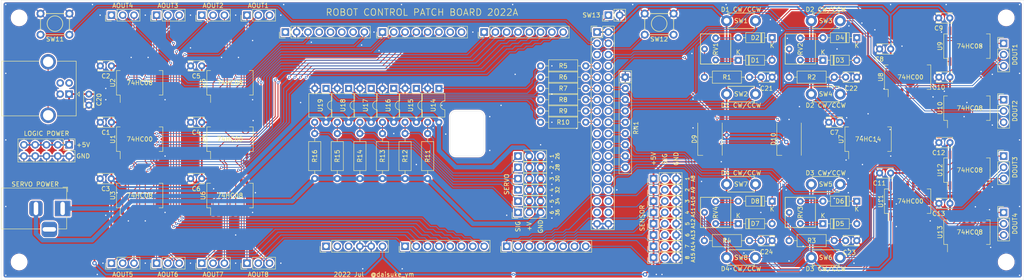
<source format=kicad_pcb>
(kicad_pcb (version 20171130) (host pcbnew "(5.1.12)-1")
  (title_block (date 2022-07-08))
  (layers (0 F.Cu signal) (31 B.Cu signal) (34 B.Paste user) (35 F.Paste user) (36 B.SilkS user) (37 F.SilkS user) (38 B.Mask user) (39 F.Mask user) (44 Edge.Cuts user))
  (net 0 "")
  (net 1 GND)
  (net 2 +5V)
  (net 3 "Net-(C21-Pad1)")
  (net 4 "Net-(C22-Pad1)")
  (net 5 "Net-(C23-Pad1)")
  (net 6 "Net-(C24-Pad1)")
  (net 7 "Net-(D1-Pad1)")
  (net 8 /OSC1)
  (net 9 "Net-(D2-Pad2)")
  (net 10 "Net-(D3-Pad1)")
  (net 11 /OSC2)
  (net 12 "Net-(D4-Pad2)")
  (net 13 "Net-(D5-Pad1)")
  (net 14 /OSC3)
  (net 15 "Net-(D6-Pad2)")
  (net 16 "Net-(D7-Pad1)")
  (net 17 /OSC4)
  (net 18 "Net-(D8-Pad2)")
  (net 19 "Net-(J1-Pad2)")
  (net 20 "Net-(J1-Pad3)")
  (net 21 "Net-(J1-Pad5)")
  (net 22 /PWM1IN)
  (net 23 "Net-(J3-Pad4)")
  (net 24 "Net-(J3-Pad5)")
  (net 25 "Net-(J3-Pad6)")
  (net 26 "Net-(J3-Pad7)")
  (net 27 /PWM2IN)
  (net 28 "Net-(J4-Pad8)")
  (net 29 "Net-(J4-Pad7)")
  (net 30 /PWM8IN)
  (net 31 /PWM7IN)
  (net 32 /PWM6IN)
  (net 33 /PWM5IN)
  (net 34 /PWM4IN)
  (net 35 /PWM3IN)
  (net 36 /SEL8)
  (net 37 /SEL7)
  (net 38 /SEL6)
  (net 39 /SEL5)
  (net 40 /SEL4)
  (net 41 /SEL3)
  (net 42 /SEL2)
  (net 43 /SEL1)
  (net 44 /DIN1A)
  (net 45 /DIN1B)
  (net 46 /DIN2A)
  (net 47 /DIN2B)
  (net 48 /DIN3A)
  (net 49 /DIN3B)
  (net 50 /DIN4A)
  (net 51 /DIN4B)
  (net 52 /SW11)
  (net 53 /SW12)
  (net 54 /SV1)
  (net 55 /SV2)
  (net 56 /SV3)
  (net 57 /SV4)
  (net 58 /SV5)
  (net 59 /SV6)
  (net 60 /AOUT1B)
  (net 61 /AOUT1A)
  (net 62 /AOUT2B)
  (net 63 /AOUT2A)
  (net 64 /AOUT3A)
  (net 65 /AOUT3B)
  (net 66 /AOUT4B)
  (net 67 /AOUT4A)
  (net 68 /AOUT5B)
  (net 69 /AOUT5A)
  (net 70 /AOUT6A)
  (net 71 /AOUT6B)
  (net 72 /AOUT7B)
  (net 73 /AOUT7A)
  (net 74 /AOUT8A)
  (net 75 /AOUT8B)
  (net 76 /DOUT1A)
  (net 77 /DOUT1B)
  (net 78 /DOUT2A)
  (net 79 /DOUT2B)
  (net 80 /DOUT3A)
  (net 81 /DOUT3B)
  (net 82 /DOUT4B)
  (net 83 /DOUT4A)
  (net 84 "Net-(R1-Pad1)")
  (net 85 "Net-(R2-Pad1)")
  (net 86 "Net-(R3-Pad1)")
  (net 87 "Net-(R4-Pad1)")
  (net 88 "Net-(U1-Pad11)")
  (net 89 "Net-(U1-Pad8)")
  (net 90 "Net-(U1-Pad6)")
  (net 91 "Net-(U1-Pad3)")
  (net 92 "Net-(U4-Pad3)")
  (net 93 "Net-(U4-Pad6)")
  (net 94 "Net-(U4-Pad8)")
  (net 95 "Net-(U4-Pad11)")
  (net 96 "Net-(U9-Pad3)")
  (net 97 "Net-(U9-Pad10)")
  (net 98 "Net-(U10-Pad10)")
  (net 99 "Net-(U10-Pad3)")
  (net 100 "Net-(U11-Pad3)")
  (net 101 "Net-(U11-Pad6)")
  (net 102 "Net-(U11-Pad8)")
  (net 103 "Net-(U11-Pad11)")
  (net 104 "Net-(U12-Pad3)")
  (net 105 "Net-(U12-Pad10)")
  (net 106 "Net-(U13-Pad10)")
  (net 107 "Net-(U13-Pad3)")
  (net 108 "Net-(J8-Pad1)")
  (net 109 "Net-(J8-Pad2)")
  (net 110 "Net-(J8-Pad3)")
  (net 111 /SW13)
  (net 112 "Net-(J9-Pad31)")
  (net 113 "Net-(J9-Pad32)")
  (net 114 "Net-(J9-Pad33)")
  (net 115 "Net-(J9-Pad34)")
  (net 116 "Net-(U8-Pad11)")
  (net 117 "Net-(U8-Pad8)")
  (net 118 "Net-(U10-Pad2)")
  (net 119 "Net-(U10-Pad12)")
  (net 120 "Net-(U7-Pad4)")
  (net 121 "Net-(U7-Pad10)")
  (net 122 "Net-(J3-Pad1)")
  (net 123 "Net-(D9-Pad1)")
  (net 124 "Net-(D10-Pad4)")
  (net 125 /LED1)
  (net 126 "Net-(D10-Pad3)")
  (net 127 "Net-(D10-Pad1)")
  (net 128 /SENSOR1)
  (net 129 /SENSOR7)
  (net 130 /SENSOR2)
  (net 131 /SENSOR8)
  (net 132 /SENSOR3)
  (net 133 /SENSOR4)
  (net 134 /SENSOR5)
  (net 135 /SENSOR6)
  (net 136 /SV1IN)
  (net 137 /SV2IN)
  (net 138 /SV3IN)
  (net 139 /SV4IN)
  (net 140 /SV5IN)
  (net 141 /SV6IN)
  (net 142 GNDPWR)
  (net 143 +6V)
  (net 144 "Net-(R5-Pad1)")
  (net 145 "Net-(R6-Pad1)")
  (net 146 "Net-(R9-Pad1)")
  (net 147 "Net-(R10-Pad1)")
  (net 148 "Net-(J10-Pad3)")
  (net 149 "Net-(R7-Pad1)")
  (net 150 "Net-(R8-Pad1)")
  (net 151 /AOUT8M)
  (net 152 /AOUT7M)
  (net 153 /AOUT6M)
  (net 154 /AOUT5M)
  (net 155 /AOUT4M)
  (net 156 /AOUT3M)
  (net 157 /AOUT2M)
  (net 158 /AOUT1M)
  (net 159 /DOUT1M)
  (net 160 /DOUT2M)
  (net 161 "Net-(J9-Pad19)")
  (net 162 "Net-(J9-Pad21)")
  (net 163 "Net-(J9-Pad23)")
  (net 164 "Net-(J9-Pad25)")
  (net 165 "Net-(J9-Pad27)")
  (net 166 /DOUT3M)
  (net 167 "Net-(J9-Pad29)")
  (net 168 /DOUT4M)
  (module MountingHole:MountingHole_3.2mm_M3 (layer F.Cu) (at 256 101)
    (fp_text reference REF** hide)
    (fp_text value MountingHole_3.2mm_M3)
    (pad 1 np_thru_hole circle (at 0 0) (size 3.2 3.2) (drill 3.2) (layers *.Cu *.Mask))
  )
  (module MountingHole:MountingHole_3.2mm_M3 (layer F.Cu) (at 256 46)
    (fp_text reference REF** hide)
    (fp_text value MountingHole_3.2mm_M3)
    (pad 1 np_thru_hole circle (at 0 0) (size 3.2 3.2) (drill 3.2) (layers *.Cu *.Mask))
  )
  (module Resistor_THT:R_Axial_DIN0207_L6.3mm_D2.5mm_P10.16mm_Horizontal (layer F.Cu) (at 207.16 59.36)
    (fp_text reference R2 (at 5.08 0) (layer F.SilkS))
    (fp_text value 330)
    (pad 1 thru_hole circle (at 0 0) (size 1.6 1.6) (drill 0.8) (layers *.Cu *.Mask) (net 85 "Net-(R2-Pad1)"))
    (pad 2 thru_hole oval (at 10.16 0) (size 1.6 1.6) (drill 0.8) (layers *.Cu *.Mask) (net 4 "Net-(C22-Pad1)"))
  )
  (module Package_SO:SO-14_5.3x10.2mm_P1.27mm (layer F.Cu) (at 247.165 52.375 90)
    (fp_text reference U9 (at 0 -6.05 90) (layer F.SilkS))
    (fp_text value 74HC08 (at 0 0.635 180) (layer F.SilkS))
    (pad 1 smd roundrect (at -3.4625 -3.81 90) (size 1.975 0.6) (layers F.Cu F.Paste F.Mask) (net 116 "Net-(U8-Pad11)"))
    (pad 2 smd roundrect (at -3.4625 -2.54 90) (size 1.975 0.6) (layers F.Cu F.Paste F.Mask) (net 45 /DIN1B))
    (pad 3 smd roundrect (at -3.4625 -1.27 90) (size 1.975 0.6) (layers F.Cu F.Paste F.Mask) (net 96 "Net-(U9-Pad3)"))
    (pad 4 smd roundrect (at -3.4625 0 90) (size 1.975 0.6) (layers F.Cu F.Paste F.Mask) (net 96 "Net-(U9-Pad3)"))
    (pad 5 smd roundrect (at -3.4625 1.27 90) (size 1.975 0.6) (layers F.Cu F.Paste F.Mask) (net 8 /OSC1))
    (pad 6 smd roundrect (at -3.4625 2.54 90) (size 1.975 0.6) (layers F.Cu F.Paste F.Mask) (net 76 /DOUT1A))
    (pad 7 smd roundrect (at -3.4625 3.81 90) (size 1.975 0.6) (layers F.Cu F.Paste F.Mask) (net 1 GND))
    (pad 8 smd roundrect (at 3.4625 3.81 90) (size 1.975 0.6) (layers F.Cu F.Paste F.Mask) (net 77 /DOUT1B))
    (pad 9 smd roundrect (at 3.4625 2.54 90) (size 1.975 0.6) (layers F.Cu F.Paste F.Mask) (net 8 /OSC1))
    (pad 10 smd roundrect (at 3.4625 1.27 90) (size 1.975 0.6) (layers F.Cu F.Paste F.Mask) (net 97 "Net-(U9-Pad10)"))
    (pad 11 smd roundrect (at 3.4625 0 90) (size 1.975 0.6) (layers F.Cu F.Paste F.Mask) (net 97 "Net-(U9-Pad10)"))
    (pad 12 smd roundrect (at 3.4625 -1.27 90) (size 1.975 0.6) (layers F.Cu F.Paste F.Mask) (net 117 "Net-(U8-Pad8)"))
    (pad 13 smd roundrect (at 3.4625 -2.54 90) (size 1.975 0.6) (layers F.Cu F.Paste F.Mask) (net 44 /DIN1A))
    (pad 14 smd roundrect (at 3.4625 -3.81 90) (size 1.975 0.6) (layers F.Cu F.Paste F.Mask) (net 2 +5V))
  )
  (module MountingHole:MountingHole_3.2mm_M3 (layer F.Cu) (at 34 101)
    (fp_text reference REF** hide)
    (fp_text value MountingHole_3.2mm_M3)
    (pad 1 np_thru_hole circle (at 0 0) (size 3.2 3.2) (drill 3.2) (layers *.Cu *.Mask))
  )
  (module MountingHole:MountingHole_3.2mm_M3 (layer F.Cu) (at 34 46)
    (fp_text reference REF** hide)
    (fp_text value MountingHole_3.2mm_M3)
    (pad 1 np_thru_hole circle (at 0 0) (size 3.2 3.2) (drill 3.2) (layers *.Cu *.Mask))
  )
  (module MyLib:DTS-6-V-2 (layer F.Cu) (at 42.06 47.295 180)
    (fp_text reference SW11 (at 0 -3.5) (layer F.SilkS))
    (fp_text value SW_DPST)
    (pad 4 thru_hole circle (at 3.25 2.25 180) (size 1.8 1.8) (drill 1) (layers *.Cu *.Mask) (net 1 GND))
    (pad 2 thru_hole circle (at -3.25 2.25 180) (size 1.8 1.8) (drill 1) (layers *.Cu *.Mask) (net 1 GND))
    (pad 3 thru_hole circle (at 3.25 -2.5 180) (size 1.8 1.8) (drill 1) (layers *.Cu *.Mask) (net 52 /SW11))
    (pad 1 thru_hole circle (at -3.25 -2.5 180) (size 1.8 1.8) (drill 1) (layers *.Cu *.Mask) (net 52 /SW11))
  )
  (module MyLib:DTS-6-V-2 (layer F.Cu) (at 177.95 47.295 180)
    (fp_text reference SW12 (at 0 -3.5) (layer F.SilkS))
    (fp_text value SW_DPST)
    (pad 4 thru_hole circle (at 3.25 2.25 180) (size 1.8 1.8) (drill 1) (layers *.Cu *.Mask) (net 1 GND))
    (pad 2 thru_hole circle (at -3.25 2.25 180) (size 1.8 1.8) (drill 1) (layers *.Cu *.Mask) (net 1 GND))
    (pad 3 thru_hole circle (at 3.25 -2.5 180) (size 1.8 1.8) (drill 1) (layers *.Cu *.Mask) (net 53 /SW12))
    (pad 1 thru_hole circle (at -3.25 -2.5 180) (size 1.8 1.8) (drill 1) (layers *.Cu *.Mask) (net 53 /SW12))
  )
  (module Capacitor_THT:C_Disc_D3.4mm_W2.1mm_P2.50mm (layer F.Cu) (at 54.76 69.52 180)
    (fp_text reference C1 (at 1.25 -2.3) (layer F.SilkS))
    (fp_text value 0.1u)
    (pad 2 thru_hole circle (at 2.5 0 180) (size 1.6 1.6) (drill 0.8) (layers *.Cu *.Mask) (net 1 GND))
    (pad 1 thru_hole circle (at 0 0 180) (size 1.6 1.6) (drill 0.8) (layers *.Cu *.Mask) (net 2 +5V))
  )
  (module Capacitor_THT:C_Disc_D3.4mm_W2.1mm_P2.50mm (layer F.Cu) (at 54.76 56.82 180)
    (fp_text reference C2 (at 1.25 -2.3) (layer F.SilkS))
    (fp_text value 0.1u)
    (pad 1 thru_hole circle (at 0 0 180) (size 1.6 1.6) (drill 0.8) (layers *.Cu *.Mask) (net 2 +5V))
    (pad 2 thru_hole circle (at 2.5 0 180) (size 1.6 1.6) (drill 0.8) (layers *.Cu *.Mask) (net 1 GND))
  )
  (module Capacitor_THT:C_Disc_D3.4mm_W2.1mm_P2.50mm (layer F.Cu) (at 54.72 82.22 180)
    (fp_text reference C3 (at 1.25 -2.3) (layer F.SilkS))
    (fp_text value 0.1u)
    (pad 2 thru_hole circle (at 2.5 0 180) (size 1.6 1.6) (drill 0.8) (layers *.Cu *.Mask) (net 1 GND))
    (pad 1 thru_hole circle (at 0 0 180) (size 1.6 1.6) (drill 0.8) (layers *.Cu *.Mask) (net 2 +5V))
  )
  (module Capacitor_THT:C_Disc_D3.4mm_W2.1mm_P2.50mm (layer F.Cu) (at 75.08 69.52 180)
    (fp_text reference C4 (at 1.25 -2.3) (layer F.SilkS))
    (fp_text value 0.1u)
    (pad 1 thru_hole circle (at 0 0 180) (size 1.6 1.6) (drill 0.8) (layers *.Cu *.Mask) (net 2 +5V))
    (pad 2 thru_hole circle (at 2.5 0 180) (size 1.6 1.6) (drill 0.8) (layers *.Cu *.Mask) (net 1 GND))
  )
  (module Capacitor_THT:C_Disc_D3.4mm_W2.1mm_P2.50mm (layer F.Cu) (at 75.08 56.82 180)
    (fp_text reference C5 (at 1.25 -2.3) (layer F.SilkS))
    (fp_text value 0.1u)
    (pad 1 thru_hole circle (at 0 0 180) (size 1.6 1.6) (drill 0.8) (layers *.Cu *.Mask) (net 2 +5V))
    (pad 2 thru_hole circle (at 2.5 0 180) (size 1.6 1.6) (drill 0.8) (layers *.Cu *.Mask) (net 1 GND))
  )
  (module Capacitor_THT:C_Disc_D3.4mm_W2.1mm_P2.50mm (layer F.Cu) (at 75.08 82.22 180)
    (fp_text reference C6 (at 1.25 -2.3) (layer F.SilkS))
    (fp_text value 0.1u)
    (pad 1 thru_hole circle (at 0 0 180) (size 1.6 1.6) (drill 0.8) (layers *.Cu *.Mask) (net 2 +5V))
    (pad 2 thru_hole circle (at 2.5 0 180) (size 1.6 1.6) (drill 0.8) (layers *.Cu *.Mask) (net 1 GND))
  )
  (module Capacitor_THT:C_Disc_D3.4mm_W2.1mm_P2.50mm (layer F.Cu) (at 218.59 69.52 180)
    (fp_text reference C7 (at 1.25 -2.3) (layer F.SilkS))
    (fp_text value 0.1u)
    (pad 2 thru_hole circle (at 2.5 0 180) (size 1.6 1.6) (drill 0.8) (layers *.Cu *.Mask) (net 1 GND))
    (pad 1 thru_hole circle (at 0 0 180) (size 1.6 1.6) (drill 0.8) (layers *.Cu *.Mask) (net 2 +5V))
  )
  (module Capacitor_THT:C_Disc_D3.4mm_W2.1mm_P2.50mm (layer F.Cu) (at 230.02 53.01 180)
    (fp_text reference C8 (at 2.54 -2.3) (layer F.SilkS))
    (fp_text value 0.1u)
    (pad 2 thru_hole circle (at 2.5 0 180) (size 1.6 1.6) (drill 0.8) (layers *.Cu *.Mask) (net 1 GND))
    (pad 1 thru_hole circle (at 0 0 180) (size 1.6 1.6) (drill 0.8) (layers *.Cu *.Mask) (net 2 +5V))
  )
  (module Capacitor_THT:C_Disc_D3.4mm_W2.1mm_P2.50mm (layer F.Cu) (at 243.355 59.36 180)
    (fp_text reference C10 (at 2.54 -2.3) (layer F.SilkS))
    (fp_text value 0.1u)
    (pad 2 thru_hole circle (at 2.5 0 180) (size 1.6 1.6) (drill 0.8) (layers *.Cu *.Mask) (net 1 GND))
    (pad 1 thru_hole circle (at 0 0 180) (size 1.6 1.6) (drill 0.8) (layers *.Cu *.Mask) (net 2 +5V))
  )
  (module Capacitor_THT:C_Disc_D3.4mm_W2.1mm_P2.50mm (layer F.Cu) (at 230.02 80.95 180)
    (fp_text reference C11 (at 2.54 -2.3) (layer F.SilkS))
    (fp_text value 0.1u)
    (pad 1 thru_hole circle (at 0 0 180) (size 1.6 1.6) (drill 0.8) (layers *.Cu *.Mask) (net 2 +5V))
    (pad 2 thru_hole circle (at 2.5 0 180) (size 1.6 1.6) (drill 0.8) (layers *.Cu *.Mask) (net 1 GND))
  )
  (module Capacitor_THT:C_Disc_D3.4mm_W2.1mm_P2.50mm (layer F.Cu) (at 243.355 74.092 180)
    (fp_text reference C12 (at 2.54 -2.3) (layer F.SilkS))
    (fp_text value 0.1u)
    (pad 2 thru_hole circle (at 2.5 0 180) (size 1.6 1.6) (drill 0.8) (layers *.Cu *.Mask) (net 1 GND))
    (pad 1 thru_hole circle (at 0 0 180) (size 1.6 1.6) (drill 0.8) (layers *.Cu *.Mask) (net 2 +5V))
  )
  (module Capacitor_THT:C_Disc_D3.4mm_W2.1mm_P2.50mm (layer F.Cu) (at 243.355 87.808 180)
    (fp_text reference C13 (at 2.54 -2.3) (layer F.SilkS))
    (fp_text value 0.1u)
    (pad 1 thru_hole circle (at 0 0 180) (size 1.6 1.6) (drill 0.8) (layers *.Cu *.Mask) (net 2 +5V))
    (pad 2 thru_hole circle (at 2.5 0 180) (size 1.6 1.6) (drill 0.8) (layers *.Cu *.Mask) (net 1 GND))
  )
  (module Capacitor_THT:C_Disc_D3.4mm_W2.1mm_P2.50mm (layer F.Cu) (at 49.68 63.17 270)
    (fp_text reference C20 (at 1.25 -2.3 90) (layer F.SilkS))
    (fp_text value 0.1u)
    (pad 2 thru_hole circle (at 2.5 0 270) (size 1.6 1.6) (drill 0.8) (layers *.Cu *.Mask) (net 1 GND))
    (pad 1 thru_hole circle (at 0 0 270) (size 1.6 1.6) (drill 0.8) (layers *.Cu *.Mask) (net 2 +5V))
  )
  (module Capacitor_THT:C_Disc_D3.4mm_W2.1mm_P2.50mm (layer F.Cu) (at 200.85 59.36)
    (fp_text reference C21 (at 1.25 2.54) (layer F.SilkS))
    (fp_text value 1u)
    (pad 2 thru_hole circle (at 2.5 0) (size 1.6 1.6) (drill 0.8) (layers *.Cu *.Mask) (net 1 GND))
    (pad 1 thru_hole circle (at 0 0) (size 1.6 1.6) (drill 0.8) (layers *.Cu *.Mask) (net 3 "Net-(C21-Pad1)"))
  )
  (module Capacitor_THT:C_Disc_D3.4mm_W2.1mm_P2.50mm (layer F.Cu) (at 219.9 59.36)
    (fp_text reference C22 (at 1.25 2.54) (layer F.SilkS))
    (fp_text value 1u)
    (pad 1 thru_hole circle (at 0 0) (size 1.6 1.6) (drill 0.8) (layers *.Cu *.Mask) (net 4 "Net-(C22-Pad1)"))
    (pad 2 thru_hole circle (at 2.5 0) (size 1.6 1.6) (drill 0.8) (layers *.Cu *.Mask) (net 1 GND))
  )
  (module Capacitor_THT:C_Disc_D3.4mm_W2.1mm_P2.50mm (layer F.Cu) (at 219.9 96.19)
    (fp_text reference C23 (at 0.81 2.69) (layer F.SilkS))
    (fp_text value 1u)
    (pad 2 thru_hole circle (at 2.5 0) (size 1.6 1.6) (drill 0.8) (layers *.Cu *.Mask) (net 1 GND))
    (pad 1 thru_hole circle (at 0 0) (size 1.6 1.6) (drill 0.8) (layers *.Cu *.Mask) (net 5 "Net-(C23-Pad1)"))
  )
  (module Capacitor_THT:C_Disc_D3.4mm_W2.1mm_P2.50mm (layer F.Cu) (at 200.85 96.19)
    (fp_text reference C24 (at 1.25 2.54) (layer F.SilkS))
    (fp_text value 1u)
    (pad 1 thru_hole circle (at 0 0) (size 1.6 1.6) (drill 0.8) (layers *.Cu *.Mask) (net 6 "Net-(C24-Pad1)"))
    (pad 2 thru_hole circle (at 2.5 0) (size 1.6 1.6) (drill 0.8) (layers *.Cu *.Mask) (net 1 GND))
  )
  (module Diode_THT:D_DO-35_SOD27_P7.62mm_Horizontal (layer F.Cu) (at 195.73 55.55)
    (fp_text reference D1 (at 3.81 0) (layer F.SilkS))
    (fp_text value 1N4148)
    (fp_text user K (at 0 -1.8) (layer F.SilkS))
    (pad 1 thru_hole rect (at 0 0) (size 1.6 1.6) (drill 0.8) (layers *.Cu *.Mask) (net 7 "Net-(D1-Pad1)"))
    (pad 2 thru_hole oval (at 7.62 0) (size 1.6 1.6) (drill 0.8) (layers *.Cu *.Mask) (net 8 /OSC1))
  )
  (module Diode_THT:D_DO-35_SOD27_P7.62mm_Horizontal (layer F.Cu) (at 203.35 50.47 180)
    (fp_text reference D2 (at 3.81 0) (layer F.SilkS))
    (fp_text value 1N4148)
    (fp_text user K (at 0 -1.8) (layer F.SilkS))
    (pad 2 thru_hole oval (at 7.62 0 180) (size 1.6 1.6) (drill 0.8) (layers *.Cu *.Mask) (net 9 "Net-(D2-Pad2)"))
    (pad 1 thru_hole rect (at 0 0 180) (size 1.6 1.6) (drill 0.8) (layers *.Cu *.Mask) (net 8 /OSC1))
  )
  (module Diode_THT:D_DO-35_SOD27_P7.62mm_Horizontal (layer F.Cu) (at 214.78 55.55)
    (fp_text reference D3 (at 3.81 0) (layer F.SilkS))
    (fp_text value 1N4148)
    (fp_text user K (at 0 -1.8) (layer F.SilkS))
    (pad 1 thru_hole rect (at 0 0) (size 1.6 1.6) (drill 0.8) (layers *.Cu *.Mask) (net 10 "Net-(D3-Pad1)"))
    (pad 2 thru_hole oval (at 7.62 0) (size 1.6 1.6) (drill 0.8) (layers *.Cu *.Mask) (net 11 /OSC2))
  )
  (module Diode_THT:D_DO-35_SOD27_P7.62mm_Horizontal (layer F.Cu) (at 222.4 50.47 180)
    (fp_text reference D4 (at 3.81 0) (layer F.SilkS))
    (fp_text value 1N4148)
    (fp_text user K (at 0 -1.8) (layer F.SilkS))
    (pad 2 thru_hole oval (at 7.62 0 180) (size 1.6 1.6) (drill 0.8) (layers *.Cu *.Mask) (net 12 "Net-(D4-Pad2)"))
    (pad 1 thru_hole rect (at 0 0 180) (size 1.6 1.6) (drill 0.8) (layers *.Cu *.Mask) (net 11 /OSC2))
  )
  (module Diode_THT:D_DO-35_SOD27_P7.62mm_Horizontal (layer F.Cu) (at 214.78 92.38)
    (fp_text reference D5 (at 3.81 0) (layer F.SilkS))
    (fp_text value 1N4148)
    (fp_text user K (at 0 -1.8) (layer F.SilkS))
    (pad 1 thru_hole rect (at 0 0) (size 1.6 1.6) (drill 0.8) (layers *.Cu *.Mask) (net 13 "Net-(D5-Pad1)"))
    (pad 2 thru_hole oval (at 7.62 0) (size 1.6 1.6) (drill 0.8) (layers *.Cu *.Mask) (net 14 /OSC3))
  )
  (module Diode_THT:D_DO-35_SOD27_P7.62mm_Horizontal (layer F.Cu) (at 222.4 87.3 180)
    (fp_text reference D6 (at 3.81 0) (layer F.SilkS))
    (fp_text value 1N4148)
    (fp_text user K (at 0 -1.8) (layer F.SilkS))
    (pad 2 thru_hole oval (at 7.62 0 180) (size 1.6 1.6) (drill 0.8) (layers *.Cu *.Mask) (net 15 "Net-(D6-Pad2)"))
    (pad 1 thru_hole rect (at 0 0 180) (size 1.6 1.6) (drill 0.8) (layers *.Cu *.Mask) (net 14 /OSC3))
  )
  (module Diode_THT:D_DO-35_SOD27_P7.62mm_Horizontal (layer F.Cu) (at 195.73 92.38)
    (fp_text reference D7 (at 3.81 0) (layer F.SilkS))
    (fp_text value 1N4148)
    (fp_text user K (at 0 -1.8) (layer F.SilkS))
    (pad 1 thru_hole rect (at 0 0) (size 1.6 1.6) (drill 0.8) (layers *.Cu *.Mask) (net 16 "Net-(D7-Pad1)"))
    (pad 2 thru_hole oval (at 7.62 0) (size 1.6 1.6) (drill 0.8) (layers *.Cu *.Mask) (net 17 /OSC4))
  )
  (module Diode_THT:D_DO-35_SOD27_P7.62mm_Horizontal (layer F.Cu) (at 203.35 87.3 180)
    (fp_text reference D8 (at 3.81 0) (layer F.SilkS))
    (fp_text value 1N4148)
    (fp_text user K (at 0 -1.8) (layer F.SilkS))
    (pad 2 thru_hole oval (at 7.62 0 180) (size 1.6 1.6) (drill 0.8) (layers *.Cu *.Mask) (net 18 "Net-(D8-Pad2)"))
    (pad 1 thru_hole rect (at 0 0 180) (size 1.6 1.6) (drill 0.8) (layers *.Cu *.Mask) (net 17 /OSC4))
  )
  (module Connector_USB:USB_B_OST_USB-B1HSxx_Horizontal (layer F.Cu) (at 45.235 63.17 180)
    (fp_text reference J1 hide)
    (fp_text value USB_B)
    (pad 1 thru_hole rect (at 0 0 180) (size 1.7 1.7) (drill 0.92) (layers *.Cu *.Mask) (net 2 +5V))
    (pad 2 thru_hole circle (at 0 2.5 180) (size 1.7 1.7) (drill 0.92) (layers *.Cu *.Mask) (net 19 "Net-(J1-Pad2)"))
    (pad 3 thru_hole circle (at 2 2.5 180) (size 1.7 1.7) (drill 0.92) (layers *.Cu *.Mask) (net 20 "Net-(J1-Pad3)"))
    (pad 4 thru_hole circle (at 2 0 180) (size 1.7 1.7) (drill 0.92) (layers *.Cu *.Mask) (net 1 GND))
    (pad 5 thru_hole circle (at 4.71 -4.77 180) (size 3.5 3.5) (drill 2.33) (layers *.Cu *.Mask) (net 21 "Net-(J1-Pad5)"))
    (pad 5 thru_hole circle (at 4.71 7.27 180) (size 3.5 3.5) (drill 2.33) (layers *.Cu *.Mask) (net 21 "Net-(J1-Pad5)"))
  )
  (module Connector_PinHeader_2.54mm:PinHeader_1x08_P2.54mm_Vertical (layer F.Cu) (at 93.876 49.2 90)
    (fp_text reference J3 hide)
    (fp_text value MEGA_13-8)
    (pad 1 thru_hole rect (at 0 0 90) (size 1.7 1.7) (drill 1) (layers *.Cu *.Mask) (net 122 "Net-(J3-Pad1)"))
    (pad 2 thru_hole oval (at 0 2.54 90) (size 1.7 1.7) (drill 1) (layers *.Cu *.Mask) (net 1 GND))
    (pad 3 thru_hole oval (at 0 5.08 90) (size 1.7 1.7) (drill 1) (layers *.Cu *.Mask) (net 22 /PWM1IN))
    (pad 4 thru_hole oval (at 0 7.62 90) (size 1.7 1.7) (drill 1) (layers *.Cu *.Mask) (net 23 "Net-(J3-Pad4)"))
    (pad 5 thru_hole oval (at 0 10.16 90) (size 1.7 1.7) (drill 1) (layers *.Cu *.Mask) (net 24 "Net-(J3-Pad5)"))
    (pad 6 thru_hole oval (at 0 12.7 90) (size 1.7 1.7) (drill 1) (layers *.Cu *.Mask) (net 25 "Net-(J3-Pad6)"))
    (pad 7 thru_hole oval (at 0 15.24 90) (size 1.7 1.7) (drill 1) (layers *.Cu *.Mask) (net 26 "Net-(J3-Pad7)"))
    (pad 8 thru_hole oval (at 0 17.78 90) (size 1.7 1.7) (drill 1) (layers *.Cu *.Mask) (net 27 /PWM2IN))
  )
  (module Connector_PinHeader_2.54mm:PinHeader_1x08_P2.54mm_Vertical (layer F.Cu) (at 115.72 49.2 90)
    (fp_text reference J4 hide)
    (fp_text value MEGA_7-0)
    (pad 8 thru_hole oval (at 0 17.78 90) (size 1.7 1.7) (drill 1) (layers *.Cu *.Mask) (net 28 "Net-(J4-Pad8)"))
    (pad 7 thru_hole oval (at 0 15.24 90) (size 1.7 1.7) (drill 1) (layers *.Cu *.Mask) (net 29 "Net-(J4-Pad7)"))
    (pad 6 thru_hole oval (at 0 12.7 90) (size 1.7 1.7) (drill 1) (layers *.Cu *.Mask) (net 30 /PWM8IN))
    (pad 5 thru_hole oval (at 0 10.16 90) (size 1.7 1.7) (drill 1) (layers *.Cu *.Mask) (net 31 /PWM7IN))
    (pad 4 thru_hole oval (at 0 7.62 90) (size 1.7 1.7) (drill 1) (layers *.Cu *.Mask) (net 32 /PWM6IN))
    (pad 3 thru_hole oval (at 0 5.08 90) (size 1.7 1.7) (drill 1) (layers *.Cu *.Mask) (net 33 /PWM5IN))
    (pad 2 thru_hole oval (at 0 2.54 90) (size 1.7 1.7) (drill 1) (layers *.Cu *.Mask) (net 34 /PWM4IN))
    (pad 1 thru_hole rect (at 0 0 90) (size 1.7 1.7) (drill 1) (layers *.Cu *.Mask) (net 35 /PWM3IN))
  )
  (module Connector_PinHeader_2.54mm:PinHeader_1x08_P2.54mm_Vertical (layer F.Cu) (at 138.58 49.2 90)
    (fp_text reference J5 hide)
    (fp_text value MEGA_14-21)
    (pad 8 thru_hole oval (at 0 17.78 90) (size 1.7 1.7) (drill 1) (layers *.Cu *.Mask) (net 36 /SEL8))
    (pad 7 thru_hole oval (at 0 15.24 90) (size 1.7 1.7) (drill 1) (layers *.Cu *.Mask) (net 37 /SEL7))
    (pad 6 thru_hole oval (at 0 12.7 90) (size 1.7 1.7) (drill 1) (layers *.Cu *.Mask) (net 38 /SEL6))
    (pad 5 thru_hole oval (at 0 10.16 90) (size 1.7 1.7) (drill 1) (layers *.Cu *.Mask) (net 39 /SEL5))
    (pad 4 thru_hole oval (at 0 7.62 90) (size 1.7 1.7) (drill 1) (layers *.Cu *.Mask) (net 40 /SEL4))
    (pad 3 thru_hole oval (at 0 5.08 90) (size 1.7 1.7) (drill 1) (layers *.Cu *.Mask) (net 41 /SEL3))
    (pad 2 thru_hole oval (at 0 2.54 90) (size 1.7 1.7) (drill 1) (layers *.Cu *.Mask) (net 42 /SEL2))
    (pad 1 thru_hole rect (at 0 0 90) (size 1.7 1.7) (drill 1) (layers *.Cu *.Mask) (net 43 /SEL1))
  )
  (module Connector_PinHeader_2.54mm:PinHeader_1x08_P2.54mm_Vertical (layer F.Cu) (at 143.66 97.46 90)
    (fp_text reference J6 hide)
    (fp_text value MEGA_A8-A15)
    (pad 1 thru_hole rect (at 0 0 90) (size 1.7 1.7) (drill 1) (layers *.Cu *.Mask) (net 128 /SENSOR1))
    (pad 2 thru_hole oval (at 0 2.54 90) (size 1.7 1.7) (drill 1) (layers *.Cu *.Mask) (net 130 /SENSOR2))
    (pad 3 thru_hole oval (at 0 5.08 90) (size 1.7 1.7) (drill 1) (layers *.Cu *.Mask) (net 132 /SENSOR3))
    (pad 4 thru_hole oval (at 0 7.62 90) (size 1.7 1.7) (drill 1) (layers *.Cu *.Mask) (net 133 /SENSOR4))
    (pad 5 thru_hole oval (at 0 10.16 90) (size 1.7 1.7) (drill 1) (layers *.Cu *.Mask) (net 134 /SENSOR5))
    (pad 6 thru_hole oval (at 0 12.7 90) (size 1.7 1.7) (drill 1) (layers *.Cu *.Mask) (net 135 /SENSOR6))
    (pad 7 thru_hole oval (at 0 15.24 90) (size 1.7 1.7) (drill 1) (layers *.Cu *.Mask) (net 129 /SENSOR7))
    (pad 8 thru_hole oval (at 0 17.78 90) (size 1.7 1.7) (drill 1) (layers *.Cu *.Mask) (net 131 /SENSOR8))
  )
  (module Connector_PinHeader_2.54mm:PinHeader_2x18_P2.54mm_Vertical (layer F.Cu) (at 163.98 49.2)
    (fp_text reference J9 hide)
    (fp_text value MEGA_22-53)
    (pad 1 thru_hole rect (at 0 0) (size 1.7 1.7) (drill 1) (layers *.Cu *.Mask) (net 2 +5V))
    (pad 2 thru_hole oval (at 2.54 0) (size 1.7 1.7) (drill 1) (layers *.Cu *.Mask) (net 2 +5V))
    (pad 3 thru_hole oval (at 0 2.54) (size 1.7 1.7) (drill 1) (layers *.Cu *.Mask) (net 52 /SW11))
    (pad 4 thru_hole oval (at 2.54 2.54) (size 1.7 1.7) (drill 1) (layers *.Cu *.Mask) (net 111 /SW13))
    (pad 5 thru_hole oval (at 0 5.08) (size 1.7 1.7) (drill 1) (layers *.Cu *.Mask) (net 53 /SW12))
    (pad 6 thru_hole oval (at 2.54 5.08) (size 1.7 1.7) (drill 1) (layers *.Cu *.Mask) (net 159 /DOUT1M))
    (pad 7 thru_hole oval (at 0 7.62) (size 1.7 1.7) (drill 1) (layers *.Cu *.Mask) (net 136 /SV1IN))
    (pad 8 thru_hole oval (at 2.54 7.62) (size 1.7 1.7) (drill 1) (layers *.Cu *.Mask) (net 160 /DOUT2M))
    (pad 9 thru_hole oval (at 0 10.16) (size 1.7 1.7) (drill 1) (layers *.Cu *.Mask) (net 137 /SV2IN))
    (pad 10 thru_hole oval (at 2.54 10.16) (size 1.7 1.7) (drill 1) (layers *.Cu *.Mask) (net 125 /LED1))
    (pad 11 thru_hole oval (at 0 12.7) (size 1.7 1.7) (drill 1) (layers *.Cu *.Mask) (net 138 /SV3IN))
    (pad 12 thru_hole oval (at 2.54 12.7) (size 1.7 1.7) (drill 1) (layers *.Cu *.Mask) (net 44 /DIN1A))
    (pad 13 thru_hole oval (at 0 15.24) (size 1.7 1.7) (drill 1) (layers *.Cu *.Mask) (net 139 /SV4IN))
    (pad 14 thru_hole oval (at 2.54 15.24) (size 1.7 1.7) (drill 1) (layers *.Cu *.Mask) (net 45 /DIN1B))
    (pad 15 thru_hole oval (at 0 17.78) (size 1.7 1.7) (drill 1) (layers *.Cu *.Mask) (net 140 /SV5IN))
    (pad 16 thru_hole oval (at 2.54 17.78) (size 1.7 1.7) (drill 1) (layers *.Cu *.Mask) (net 46 /DIN2A))
    (pad 17 thru_hole oval (at 0 20.32) (size 1.7 1.7) (drill 1) (layers *.Cu *.Mask) (net 141 /SV6IN))
    (pad 18 thru_hole oval (at 2.54 20.32) (size 1.7 1.7) (drill 1) (layers *.Cu *.Mask) (net 47 /DIN2B))
    (pad 19 thru_hole oval (at 0 22.86) (size 1.7 1.7) (drill 1) (layers *.Cu *.Mask) (net 161 "Net-(J9-Pad19)"))
    (pad 20 thru_hole oval (at 2.54 22.86) (size 1.7 1.7) (drill 1) (layers *.Cu *.Mask) (net 48 /DIN3A))
    (pad 21 thru_hole oval (at 0 25.4) (size 1.7 1.7) (drill 1) (layers *.Cu *.Mask) (net 162 "Net-(J9-Pad21)"))
    (pad 22 thru_hole oval (at 2.54 25.4) (size 1.7 1.7) (drill 1) (layers *.Cu *.Mask) (net 49 /DIN3B))
    (pad 23 thru_hole oval (at 0 27.94) (size 1.7 1.7) (drill 1) (layers *.Cu *.Mask) (net 163 "Net-(J9-Pad23)"))
    (pad 24 thru_hole oval (at 2.54 27.94) (size 1.7 1.7) (drill 1) (layers *.Cu *.Mask) (net 50 /DIN4A))
    (pad 25 thru_hole oval (at 0 30.48) (size 1.7 1.7) (drill 1) (layers *.Cu *.Mask) (net 164 "Net-(J9-Pad25)"))
    (pad 26 thru_hole oval (at 2.54 30.48) (size 1.7 1.7) (drill 1) (layers *.Cu *.Mask) (net 51 /DIN4B))
    (pad 27 thru_hole oval (at 0 33.02) (size 1.7 1.7) (drill 1) (layers *.Cu *.Mask) (net 165 "Net-(J9-Pad27)"))
    (pad 28 thru_hole oval (at 2.54 33.02) (size 1.7 1.7) (drill 1) (layers *.Cu *.Mask) (net 166 /DOUT3M))
    (pad 29 thru_hole oval (at 0 35.56) (size 1.7 1.7) (drill 1) (layers *.Cu *.Mask) (net 167 "Net-(J9-Pad29)"))
    (pad 30 thru_hole oval (at 2.54 35.56) (size 1.7 1.7) (drill 1) (layers *.Cu *.Mask) (net 168 /DOUT4M))
    (pad 31 thru_hole oval (at 0 38.1) (size 1.7 1.7) (drill 1) (layers *.Cu *.Mask) (net 112 "Net-(J9-Pad31)"))
    (pad 32 thru_hole oval (at 2.54 38.1) (size 1.7 1.7) (drill 1) (layers *.Cu *.Mask) (net 113 "Net-(J9-Pad32)"))
    (pad 33 thru_hole oval (at 0 40.64) (size 1.7 1.7) (drill 1) (layers *.Cu *.Mask) (net 114 "Net-(J9-Pad33)"))
    (pad 34 thru_hole oval (at 2.54 40.64) (size 1.7 1.7) (drill 1) (layers *.Cu *.Mask) (net 115 "Net-(J9-Pad34)"))
    (pad 35 thru_hole oval (at 0 43.18) (size 1.7 1.7) (drill 1) (layers *.Cu *.Mask) (net 1 GND))
    (pad 36 thru_hole oval (at 2.54 43.18) (size 1.7 1.7) (drill 1) (layers *.Cu *.Mask) (net 1 GND))
  )
  (module Connector_PinHeader_2.54mm:PinHeader_1x02_P2.54mm_Vertical (layer F.Cu) (at 166.52 45.39 90)
    (fp_text reference SW13 (at 0 -3.81 180) (layer F.SilkS))
    (fp_text value Conn_01x02)
    (pad 1 thru_hole rect (at 0 0 90) (size 1.7 1.7) (drill 1) (layers *.Cu *.Mask) (net 111 /SW13))
    (pad 2 thru_hole oval (at 0 2.54 90) (size 1.7 1.7) (drill 1) (layers *.Cu *.Mask) (net 1 GND))
  )
  (module Connector_PinHeader_2.54mm:PinHeader_1x03_P2.54mm_Vertical (layer F.Cu) (at 176.68 82.22 90)
    (fp_text reference J31 hide)
    (fp_text value S01)
    (pad 3 thru_hole oval (at 0 5.08 90) (size 1.7 1.7) (drill 1) (layers *.Cu *.Mask) (net 1 GND))
    (pad 2 thru_hole oval (at 0 2.54 90) (size 1.7 1.7) (drill 1) (layers *.Cu *.Mask) (net 128 /SENSOR1))
    (pad 1 thru_hole rect (at 0 0 90) (size 1.7 1.7) (drill 1) (layers *.Cu *.Mask) (net 2 +5V))
  )
  (module Connector_PinHeader_2.54mm:PinHeader_1x03_P2.54mm_Vertical (layer F.Cu) (at 176.68 84.76 90)
    (fp_text reference J32 hide)
    (fp_text value S02)
    (pad 1 thru_hole rect (at 0 0 90) (size 1.7 1.7) (drill 1) (layers *.Cu *.Mask) (net 2 +5V))
    (pad 2 thru_hole oval (at 0 2.54 90) (size 1.7 1.7) (drill 1) (layers *.Cu *.Mask) (net 130 /SENSOR2))
    (pad 3 thru_hole oval (at 0 5.08 90) (size 1.7 1.7) (drill 1) (layers *.Cu *.Mask) (net 1 GND))
  )
  (module Connector_PinHeader_2.54mm:PinHeader_1x03_P2.54mm_Vertical (layer F.Cu) (at 176.68 87.3 90)
    (fp_text reference J33 hide)
    (fp_text value S03)
    (pad 3 thru_hole oval (at 0 5.08 90) (size 1.7 1.7) (drill 1) (layers *.Cu *.Mask) (net 1 GND))
    (pad 2 thru_hole oval (at 0 2.54 90) (size 1.7 1.7) (drill 1) (layers *.Cu *.Mask) (net 132 /SENSOR3))
    (pad 1 thru_hole rect (at 0 0 90) (size 1.7 1.7) (drill 1) (layers *.Cu *.Mask) (net 2 +5V))
  )
  (module Connector_PinHeader_2.54mm:PinHeader_1x03_P2.54mm_Vertical (layer F.Cu) (at 176.68 89.84 90)
    (fp_text reference J34 hide)
    (fp_text value S04)
    (pad 1 thru_hole rect (at 0 0 90) (size 1.7 1.7) (drill 1) (layers *.Cu *.Mask) (net 2 +5V))
    (pad 2 thru_hole oval (at 0 2.54 90) (size 1.7 1.7) (drill 1) (layers *.Cu *.Mask) (net 133 /SENSOR4))
    (pad 3 thru_hole oval (at 0 5.08 90) (size 1.7 1.7) (drill 1) (layers *.Cu *.Mask) (net 1 GND))
  )
  (module Connector_PinHeader_2.54mm:PinHeader_1x03_P2.54mm_Vertical (layer F.Cu) (at 176.68 92.38 90)
    (fp_text reference J35 hide)
    (fp_text value S05)
    (pad 3 thru_hole oval (at 0 5.08 90) (size 1.7 1.7) (drill 1) (layers *.Cu *.Mask) (net 1 GND))
    (pad 2 thru_hole oval (at 0 2.54 90) (size 1.7 1.7) (drill 1) (layers *.Cu *.Mask) (net 134 /SENSOR5))
    (pad 1 thru_hole rect (at 0 0 90) (size 1.7 1.7) (drill 1) (layers *.Cu *.Mask) (net 2 +5V))
  )
  (module Connector_PinHeader_2.54mm:PinHeader_1x03_P2.54mm_Vertical (layer F.Cu) (at 176.68 94.92 90)
    (fp_text reference J36 hide)
    (fp_text value S06)
    (pad 1 thru_hole rect (at 0 0 90) (size 1.7 1.7) (drill 1) (layers *.Cu *.Mask) (net 2 +5V))
    (pad 2 thru_hole oval (at 0 2.54 90) (size 1.7 1.7) (drill 1) (layers *.Cu *.Mask) (net 135 /SENSOR6))
    (pad 3 thru_hole oval (at 0 5.08 90) (size 1.7 1.7) (drill 1) (layers *.Cu *.Mask) (net 1 GND))
  )
  (module Connector_PinHeader_2.54mm:PinHeader_1x03_P2.54mm_Vertical (layer F.Cu) (at 176.68 97.46 90)
    (fp_text reference J37 hide)
    (fp_text value S07)
    (pad 3 thru_hole oval (at 0 5.08 90) (size 1.7 1.7) (drill 1) (layers *.Cu *.Mask) (net 1 GND))
    (pad 2 thru_hole oval (at 0 2.54 90) (size 1.7 1.7) (drill 1) (layers *.Cu *.Mask) (net 129 /SENSOR7))
    (pad 1 thru_hole rect (at 0 0 90) (size 1.7 1.7) (drill 1) (layers *.Cu *.Mask) (net 2 +5V))
  )
  (module Connector_PinHeader_2.54mm:PinHeader_1x03_P2.54mm_Vertical (layer F.Cu) (at 176.68 100 90)
    (fp_text reference J38 hide)
    (fp_text value S08)
    (pad 1 thru_hole rect (at 0 0 90) (size 1.7 1.7) (drill 1) (layers *.Cu *.Mask) (net 2 +5V))
    (pad 2 thru_hole oval (at 0 2.54 90) (size 1.7 1.7) (drill 1) (layers *.Cu *.Mask) (net 131 /SENSOR8))
    (pad 3 thru_hole oval (at 0 5.08 90) (size 1.7 1.7) (drill 1) (layers *.Cu *.Mask) (net 1 GND))
  )
  (module Connector_PinHeader_2.54mm:PinHeader_1x03_P2.54mm_Vertical (layer F.Cu) (at 146.2 77.14 90)
    (fp_text reference J41 hide)
    (fp_text value SV)
    (pad 3 thru_hole oval (at 0 5.08 90) (size 1.7 1.7) (drill 1) (layers *.Cu *.Mask) (net 142 GNDPWR))
    (pad 2 thru_hole oval (at 0 2.54 90) (size 1.7 1.7) (drill 1) (layers *.Cu *.Mask) (net 143 +6V))
    (pad 1 thru_hole rect (at 0 0 90) (size 1.7 1.7) (drill 1) (layers *.Cu *.Mask) (net 54 /SV1))
  )
  (module Connector_PinHeader_2.54mm:PinHeader_1x03_P2.54mm_Vertical (layer F.Cu) (at 146.2 79.68 90)
    (fp_text reference J42 hide)
    (fp_text value SV)
    (pad 1 thru_hole rect (at 0 0 90) (size 1.7 1.7) (drill 1) (layers *.Cu *.Mask) (net 55 /SV2))
    (pad 2 thru_hole oval (at 0 2.54 90) (size 1.7 1.7) (drill 1) (layers *.Cu *.Mask) (net 143 +6V))
    (pad 3 thru_hole oval (at 0 5.08 90) (size 1.7 1.7) (drill 1) (layers *.Cu *.Mask) (net 142 GNDPWR))
  )
  (module Connector_PinHeader_2.54mm:PinHeader_1x03_P2.54mm_Vertical (layer F.Cu) (at 146.2 82.22 90)
    (fp_text reference J43 hide)
    (fp_text value SV)
    (pad 3 thru_hole oval (at 0 5.08 90) (size 1.7 1.7) (drill 1) (layers *.Cu *.Mask) (net 142 GNDPWR))
    (pad 2 thru_hole oval (at 0 2.54 90) (size 1.7 1.7) (drill 1) (layers *.Cu *.Mask) (net 143 +6V))
    (pad 1 thru_hole rect (at 0 0 90) (size 1.7 1.7) (drill 1) (layers *.Cu *.Mask) (net 56 /SV3))
  )
  (module Connector_PinHeader_2.54mm:PinHeader_1x03_P2.54mm_Vertical (layer F.Cu) (at 146.2 84.76 90)
    (fp_text reference J44 hide)
    (fp_text value SV)
    (pad 1 thru_hole rect (at 0 0 90) (size 1.7 1.7) (drill 1) (layers *.Cu *.Mask) (net 57 /SV4))
    (pad 2 thru_hole oval (at 0 2.54 90) (size 1.7 1.7) (drill 1) (layers *.Cu *.Mask) (net 143 +6V))
    (pad 3 thru_hole oval (at 0 5.08 90) (size 1.7 1.7) (drill 1) (layers *.Cu *.Mask) (net 142 GNDPWR))
  )
  (module Connector_PinHeader_2.54mm:PinHeader_1x03_P2.54mm_Vertical (layer F.Cu) (at 146.2 87.3 90)
    (fp_text reference J45 hide)
    (fp_text value SV)
    (pad 1 thru_hole rect (at 0 0 90) (size 1.7 1.7) (drill 1) (layers *.Cu *.Mask) (net 58 /SV5))
    (pad 2 thru_hole oval (at 0 2.54 90) (size 1.7 1.7) (drill 1) (layers *.Cu *.Mask) (net 143 +6V))
    (pad 3 thru_hole oval (at 0 5.08 90) (size 1.7 1.7) (drill 1) (layers *.Cu *.Mask) (net 142 GNDPWR))
  )
  (module Connector_PinHeader_2.54mm:PinHeader_1x03_P2.54mm_Vertical (layer F.Cu) (at 146.2 89.84 90)
    (fp_text reference J46 hide)
    (fp_text value SV)
    (pad 1 thru_hole rect (at 0 0 90) (size 1.7 1.7) (drill 1) (layers *.Cu *.Mask) (net 59 /SV6))
    (pad 2 thru_hole oval (at 0 2.54 90) (size 1.7 1.7) (drill 1) (layers *.Cu *.Mask) (net 143 +6V))
    (pad 3 thru_hole oval (at 0 5.08 90) (size 1.7 1.7) (drill 1) (layers *.Cu *.Mask) (net 142 GNDPWR))
  )
  (module Resistor_THT:R_Axial_DIN0207_L6.3mm_D2.5mm_P10.16mm_Horizontal (layer F.Cu) (at 188.11 59.36)
    (fp_text reference R1 (at 5.08 0) (layer F.SilkS))
    (fp_text value 330)
    (pad 1 thru_hole circle (at 0 0) (size 1.6 1.6) (drill 0.8) (layers *.Cu *.Mask) (net 84 "Net-(R1-Pad1)"))
    (pad 2 thru_hole oval (at 10.16 0) (size 1.6 1.6) (drill 0.8) (layers *.Cu *.Mask) (net 3 "Net-(C21-Pad1)"))
  )
  (module Resistor_THT:R_Axial_DIN0207_L6.3mm_D2.5mm_P10.16mm_Horizontal (layer F.Cu) (at 207.16 96.19)
    (fp_text reference R3 (at 5.08 0) (layer F.SilkS))
    (fp_text value 330)
    (pad 2 thru_hole oval (at 10.16 0) (size 1.6 1.6) (drill 0.8) (layers *.Cu *.Mask) (net 5 "Net-(C23-Pad1)"))
    (pad 1 thru_hole circle (at 0 0) (size 1.6 1.6) (drill 0.8) (layers *.Cu *.Mask) (net 86 "Net-(R3-Pad1)"))
  )
  (module Resistor_THT:R_Axial_DIN0207_L6.3mm_D2.5mm_P10.16mm_Horizontal (layer F.Cu) (at 188.11 96.19)
    (fp_text reference R4 (at 5.08 0) (layer F.SilkS))
    (fp_text value 330)
    (pad 2 thru_hole oval (at 10.16 0) (size 1.6 1.6) (drill 0.8) (layers *.Cu *.Mask) (net 6 "Net-(C24-Pad1)"))
    (pad 1 thru_hole circle (at 0 0) (size 1.6 1.6) (drill 0.8) (layers *.Cu *.Mask) (net 87 "Net-(R4-Pad1)"))
  )
  (module Resistor_THT:R_Array_SIP9 (layer F.Cu) (at 170.33 59.36 270)
    (fp_text reference RN1 (at 11.43 -2.4 90) (layer F.SilkS))
    (fp_text value 330)
    (pad 1 thru_hole rect (at 0 0 270) (size 1.6 1.6) (drill 0.8) (layers *.Cu *.Mask) (net 1 GND))
    (pad 2 thru_hole oval (at 2.54 0 270) (size 1.6 1.6) (drill 0.8) (layers *.Cu *.Mask) (net 44 /DIN1A))
    (pad 3 thru_hole oval (at 5.08 0 270) (size 1.6 1.6) (drill 0.8) (layers *.Cu *.Mask) (net 45 /DIN1B))
    (pad 4 thru_hole oval (at 7.62 0 270) (size 1.6 1.6) (drill 0.8) (layers *.Cu *.Mask) (net 46 /DIN2A))
    (pad 5 thru_hole oval (at 10.16 0 270) (size 1.6 1.6) (drill 0.8) (layers *.Cu *.Mask) (net 47 /DIN2B))
    (pad 6 thru_hole oval (at 12.7 0 270) (size 1.6 1.6) (drill 0.8) (layers *.Cu *.Mask) (net 48 /DIN3A))
    (pad 7 thru_hole oval (at 15.24 0 270) (size 1.6 1.6) (drill 0.8) (layers *.Cu *.Mask) (net 49 /DIN3B))
    (pad 8 thru_hole oval (at 17.78 0 270) (size 1.6 1.6) (drill 0.8) (layers *.Cu *.Mask) (net 50 /DIN4A))
    (pad 9 thru_hole oval (at 20.32 0 270) (size 1.6 1.6) (drill 0.8) (layers *.Cu *.Mask) (net 51 /DIN4B))
  )
  (module MyLib:GF063P1 (layer F.Cu) (at 190.65 53.01 90)
    (fp_text reference RV1 (at 0 0 90) (layer F.SilkS))
    (fp_text value 5k)
    (pad 3 thru_hole circle (at 2.5 0 90) (size 1.5 1.5) (drill 0.7) (layers *.Cu *.Mask) (net 9 "Net-(D2-Pad2)"))
    (pad 2 thru_hole circle (at 0 -2.5 90) (size 1.5 1.5) (drill 0.7) (layers *.Cu *.Mask) (net 84 "Net-(R1-Pad1)"))
    (pad 1 thru_hole circle (at -2.5 0 90) (size 1.5 1.5) (drill 0.7) (layers *.Cu *.Mask) (net 7 "Net-(D1-Pad1)"))
  )
  (module MyLib:GF063P1 (layer F.Cu) (at 209.7 53.01 90)
    (fp_text reference RV2 (at 0 0 90) (layer F.SilkS))
    (fp_text value 5k)
    (pad 3 thru_hole circle (at 2.5 0 90) (size 1.5 1.5) (drill 0.7) (layers *.Cu *.Mask) (net 12 "Net-(D4-Pad2)"))
    (pad 2 thru_hole circle (at 0 -2.5 90) (size 1.5 1.5) (drill 0.7) (layers *.Cu *.Mask) (net 85 "Net-(R2-Pad1)"))
    (pad 1 thru_hole circle (at -2.5 0 90) (size 1.5 1.5) (drill 0.7) (layers *.Cu *.Mask) (net 10 "Net-(D3-Pad1)"))
  )
  (module MyLib:GF063P1 (layer F.Cu) (at 209.7 89.84 90)
    (fp_text reference RV3 (at 0 0 90) (layer F.SilkS))
    (fp_text value 5k)
    (pad 1 thru_hole circle (at -2.5 0 90) (size 1.5 1.5) (drill 0.7) (layers *.Cu *.Mask) (net 13 "Net-(D5-Pad1)"))
    (pad 2 thru_hole circle (at 0 -2.5 90) (size 1.5 1.5) (drill 0.7) (layers *.Cu *.Mask) (net 86 "Net-(R3-Pad1)"))
    (pad 3 thru_hole circle (at 2.5 0 90) (size 1.5 1.5) (drill 0.7) (layers *.Cu *.Mask) (net 15 "Net-(D6-Pad2)"))
  )
  (module MyLib:GF063P1 (layer F.Cu) (at 190.65 89.84 90)
    (fp_text reference RV4 (at 0 0 90) (layer F.SilkS))
    (fp_text value 5k)
    (pad 1 thru_hole circle (at -2.5 0 90) (size 1.5 1.5) (drill 0.7) (layers *.Cu *.Mask) (net 16 "Net-(D7-Pad1)"))
    (pad 2 thru_hole circle (at 0 -2.5 90) (size 1.5 1.5) (drill 0.7) (layers *.Cu *.Mask) (net 87 "Net-(R4-Pad1)"))
    (pad 3 thru_hole circle (at 2.5 0 90) (size 1.5 1.5) (drill 0.7) (layers *.Cu *.Mask) (net 18 "Net-(D8-Pad2)"))
  )
  (module MyLib:TactSW_TVBP06_3.5x6.0-ThroughHole (layer F.Cu) (at 196.365 46.66)
    (fp_text reference SW1 (at 0 0) (layer F.SilkS))
    (fp_text value D1A)
    (pad 2 thru_hole circle (at 3.25 0) (size 2.5 2.5) (drill 1.3) (layers *.Cu *.Mask) (net 44 /DIN1A))
    (pad 1 thru_hole circle (at -3.25 0) (size 2.5 2.5) (drill 1.3) (layers *.Cu *.Mask) (net 2 +5V))
  )
  (module MyLib:TactSW_TVBP06_3.5x6.0-ThroughHole (layer F.Cu) (at 196.365 63.17)
    (fp_text reference SW2 (at 0 0) (layer F.SilkS))
    (fp_text value D1B)
    (pad 1 thru_hole circle (at -3.25 0) (size 2.5 2.5) (drill 1.3) (layers *.Cu *.Mask) (net 2 +5V))
    (pad 2 thru_hole circle (at 3.25 0) (size 2.5 2.5) (drill 1.3) (layers *.Cu *.Mask) (net 45 /DIN1B))
  )
  (module MyLib:TactSW_TVBP06_3.5x6.0-ThroughHole (layer F.Cu) (at 215.415 46.66)
    (fp_text reference SW3 (at 0 0) (layer F.SilkS))
    (fp_text value D2A)
    (pad 2 thru_hole circle (at 3.25 0) (size 2.5 2.5) (drill 1.3) (layers *.Cu *.Mask) (net 46 /DIN2A))
    (pad 1 thru_hole circle (at -3.25 0) (size 2.5 2.5) (drill 1.3) (layers *.Cu *.Mask) (net 2 +5V))
  )
  (module MyLib:TactSW_TVBP06_3.5x6.0-ThroughHole (layer F.Cu) (at 215.415 63.17)
    (fp_text reference SW4 (at 0 0) (layer F.SilkS))
    (fp_text value D2B)
    (pad 1 thru_hole circle (at -3.25 0) (size 2.5 2.5) (drill 1.3) (layers *.Cu *.Mask) (net 2 +5V))
    (pad 2 thru_hole circle (at 3.25 0) (size 2.5 2.5) (drill 1.3) (layers *.Cu *.Mask) (net 47 /DIN2B))
  )
  (module MyLib:TactSW_TVBP06_3.5x6.0-ThroughHole (layer F.Cu) (at 215.415 83.49)
    (fp_text reference SW5 (at 0 0) (layer F.SilkS))
    (fp_text value D3A)
    (pad 2 thru_hole circle (at 3.25 0) (size 2.5 2.5) (drill 1.3) (layers *.Cu *.Mask) (net 48 /DIN3A))
    (pad 1 thru_hole circle (at -3.25 0) (size 2.5 2.5) (drill 1.3) (layers *.Cu *.Mask) (net 2 +5V))
  )
  (module MyLib:TactSW_TVBP06_3.5x6.0-ThroughHole (layer F.Cu) (at 215.415 100)
    (fp_text reference SW6 (at 0 0) (layer F.SilkS))
    (fp_text value D3B)
    (pad 1 thru_hole circle (at -3.25 0) (size 2.5 2.5) (drill 1.3) (layers *.Cu *.Mask) (net 2 +5V))
    (pad 2 thru_hole circle (at 3.25 0) (size 2.5 2.5) (drill 1.3) (layers *.Cu *.Mask) (net 49 /DIN3B))
  )
  (module MyLib:TactSW_TVBP06_3.5x6.0-ThroughHole (layer F.Cu) (at 196.365 83.49)
    (fp_text reference SW7 (at 0 0) (layer F.SilkS))
    (fp_text value D4A)
    (pad 2 thru_hole circle (at 3.25 0) (size 2.5 2.5) (drill 1.3) (layers *.Cu *.Mask) (net 50 /DIN4A))
    (pad 1 thru_hole circle (at -3.25 0) (size 2.5 2.5) (drill 1.3) (layers *.Cu *.Mask) (net 2 +5V))
  )
  (module MyLib:TactSW_TVBP06_3.5x6.0-ThroughHole (layer F.Cu) (at 196.365 100)
    (fp_text reference SW8 (at 0 0) (layer F.SilkS))
    (fp_text value D4B)
    (pad 1 thru_hole circle (at -3.25 0) (size 2.5 2.5) (drill 1.3) (layers *.Cu *.Mask) (net 2 +5V))
    (pad 2 thru_hole circle (at 3.25 0) (size 2.5 2.5) (drill 1.3) (layers *.Cu *.Mask) (net 51 /DIN4B))
  )
  (module Package_SO:SO-14_5.3x10.2mm_P1.27mm (layer F.Cu) (at 61.11 73.33 90)
    (fp_text reference U1 (at 0 -6.05 90) (layer F.SilkS))
    (fp_text value 74HC00 (at 0 0 180) (layer F.SilkS))
    (pad 14 smd roundrect (at 3.4625 -3.81 90) (size 1.975 0.6) (layers F.Cu F.Paste F.Mask) (net 2 +5V))
    (pad 13 smd roundrect (at 3.4625 -2.54 90) (size 1.975 0.6) (layers F.Cu F.Paste F.Mask) (net 40 /SEL4))
    (pad 12 smd roundrect (at 3.4625 -1.27 90) (size 1.975 0.6) (layers F.Cu F.Paste F.Mask) (net 40 /SEL4))
    (pad 11 smd roundrect (at 3.4625 0 90) (size 1.975 0.6) (layers F.Cu F.Paste F.Mask) (net 88 "Net-(U1-Pad11)"))
    (pad 10 smd roundrect (at 3.4625 1.27 90) (size 1.975 0.6) (layers F.Cu F.Paste F.Mask) (net 41 /SEL3))
    (pad 9 smd roundrect (at 3.4625 2.54 90) (size 1.975 0.6) (layers F.Cu F.Paste F.Mask) (net 41 /SEL3))
    (pad 8 smd roundrect (at 3.4625 3.81 90) (size 1.975 0.6) (layers F.Cu F.Paste F.Mask) (net 89 "Net-(U1-Pad8)"))
    (pad 7 smd roundrect (at -3.4625 3.81 90) (size 1.975 0.6) (layers F.Cu F.Paste F.Mask) (net 1 GND))
    (pad 6 smd roundrect (at -3.4625 2.54 90) (size 1.975 0.6) (layers F.Cu F.Paste F.Mask) (net 90 "Net-(U1-Pad6)"))
    (pad 5 smd roundrect (at -3.4625 1.27 90) (size 1.975 0.6) (layers F.Cu F.Paste F.Mask) (net 38 /SEL6))
    (pad 4 smd roundrect (at -3.4625 0 90) (size 1.975 0.6) (layers F.Cu F.Paste F.Mask) (net 38 /SEL6))
    (pad 3 smd roundrect (at -3.4625 -1.27 90) (size 1.975 0.6) (layers F.Cu F.Paste F.Mask) (net 91 "Net-(U1-Pad3)"))
    (pad 2 smd roundrect (at -3.4625 -2.54 90) (size 1.975 0.6) (layers F.Cu F.Paste F.Mask) (net 39 /SEL5))
    (pad 1 smd roundrect (at -3.4625 -3.81 90) (size 1.975 0.6) (layers F.Cu F.Paste F.Mask) (net 39 /SEL5))
  )
  (module Package_SO:SO-14_5.3x10.2mm_P1.27mm (layer F.Cu) (at 61.11 60.63 90)
    (fp_text reference U2 (at 0 -6.05 90) (layer F.SilkS))
    (fp_text value 74HC08 (at 0 0 180) (layer F.SilkS))
    (pad 14 smd roundrect (at 3.4625 -3.81 90) (size 1.975 0.6) (layers F.Cu F.Paste F.Mask) (net 2 +5V))
    (pad 13 smd roundrect (at 3.4625 -2.54 90) (size 1.975 0.6) (layers F.Cu F.Paste F.Mask) (net 34 /PWM4IN))
    (pad 12 smd roundrect (at 3.4625 -1.27 90) (size 1.975 0.6) (layers F.Cu F.Paste F.Mask) (net 40 /SEL4))
    (pad 11 smd roundrect (at 3.4625 0 90) (size 1.975 0.6) (layers F.Cu F.Paste F.Mask) (net 67 /AOUT4A))
    (pad 10 smd roundrect (at 3.4625 1.27 90) (size 1.975 0.6) (layers F.Cu F.Paste F.Mask) (net 35 /PWM3IN))
    (pad 9 smd roundrect (at 3.4625 2.54 90) (size 1.975 0.6) (layers F.Cu F.Paste F.Mask) (net 41 /SEL3))
    (pad 8 smd roundrect (at 3.4625 3.81 90) (size 1.975 0.6) (layers F.Cu F.Paste F.Mask) (net 64 /AOUT3A))
    (pad 7 smd roundrect (at -3.4625 3.81 90) (size 1.975 0.6) (layers F.Cu F.Paste F.Mask) (net 1 GND))
    (pad 6 smd roundrect (at -3.4625 2.54 90) (size 1.975 0.6) (layers F.Cu F.Paste F.Mask) (net 65 /AOUT3B))
    (pad 5 smd roundrect (at -3.4625 1.27 90) (size 1.975 0.6) (layers F.Cu F.Paste F.Mask) (net 89 "Net-(U1-Pad8)"))
    (pad 4 smd roundrect (at -3.4625 0 90) (size 1.975 0.6) (layers F.Cu F.Paste F.Mask) (net 35 /PWM3IN))
    (pad 3 smd roundrect (at -3.4625 -1.27 90) (size 1.975 0.6) (layers F.Cu F.Paste F.Mask) (net 66 /AOUT4B))
    (pad 2 smd roundrect (at -3.4625 -2.54 90) (size 1.975 0.6) (layers F.Cu F.Paste F.Mask) (net 88 "Net-(U1-Pad11)"))
    (pad 1 smd roundrect (at -3.4625 -3.81 90) (size 1.975 0.6) (layers F.Cu F.Paste F.Mask) (net 34 /PWM4IN))
  )
  (module Package_SO:SO-14_5.3x10.2mm_P1.27mm (layer F.Cu) (at 61.11 86.03 90)
    (fp_text reference U3 (at 0 -6.05 90) (layer F.SilkS))
    (fp_text value 74HC08 (at 0 0 180) (layer F.SilkS))
    (pad 1 smd roundrect (at -3.4625 -3.81 90) (size 1.975 0.6) (layers F.Cu F.Paste F.Mask) (net 33 /PWM5IN))
    (pad 2 smd roundrect (at -3.4625 -2.54 90) (size 1.975 0.6) (layers F.Cu F.Paste F.Mask) (net 91 "Net-(U1-Pad3)"))
    (pad 3 smd roundrect (at -3.4625 -1.27 90) (size 1.975 0.6) (layers F.Cu F.Paste F.Mask) (net 68 /AOUT5B))
    (pad 4 smd roundrect (at -3.4625 0 90) (size 1.975 0.6) (layers F.Cu F.Paste F.Mask) (net 32 /PWM6IN))
    (pad 5 smd roundrect (at -3.4625 1.27 90) (size 1.975 0.6) (layers F.Cu F.Paste F.Mask) (net 90 "Net-(U1-Pad6)"))
    (pad 6 smd roundrect (at -3.4625 2.54 90) (size 1.975 0.6) (layers F.Cu F.Paste F.Mask) (net 71 /AOUT6B))
    (pad 7 smd roundrect (at -3.4625 3.81 90) (size 1.975 0.6) (layers F.Cu F.Paste F.Mask) (net 1 GND))
    (pad 8 smd roundrect (at 3.4625 3.81 90) (size 1.975 0.6) (layers F.Cu F.Paste F.Mask) (net 70 /AOUT6A))
    (pad 9 smd roundrect (at 3.4625 2.54 90) (size 1.975 0.6) (layers F.Cu F.Paste F.Mask) (net 38 /SEL6))
    (pad 10 smd roundrect (at 3.4625 1.27 90) (size 1.975 0.6) (layers F.Cu F.Paste F.Mask) (net 32 /PWM6IN))
    (pad 11 smd roundrect (at 3.4625 0 90) (size 1.975 0.6) (layers F.Cu F.Paste F.Mask) (net 69 /AOUT5A))
    (pad 12 smd roundrect (at 3.4625 -1.27 90) (size 1.975 0.6) (layers F.Cu F.Paste F.Mask) (net 39 /SEL5))
    (pad 13 smd roundrect (at 3.4625 -2.54 90) (size 1.975 0.6) (layers F.Cu F.Paste F.Mask) (net 33 /PWM5IN))
    (pad 14 smd roundrect (at 3.4625 -3.81 90) (size 1.975 0.6) (layers F.Cu F.Paste F.Mask) (net 2 +5V))
  )
  (module Package_SO:SO-14_5.3x10.2mm_P1.27mm (layer F.Cu) (at 81.43 73.33 90)
    (fp_text reference U4 (at 0 -6.05 90) (layer F.SilkS))
    (fp_text value 74HC00 (at 0 0 180) (layer F.SilkS))
    (pad 1 smd roundrect (at -3.4625 -3.81 90) (size 1.975 0.6) (layers F.Cu F.Paste F.Mask) (net 37 /SEL7))
    (pad 2 smd roundrect (at -3.4625 -2.54 90) (size 1.975 0.6) (layers F.Cu F.Paste F.Mask) (net 37 /SEL7))
    (pad 3 smd roundrect (at -3.4625 -1.27 90) (size 1.975 0.6) (layers F.Cu F.Paste F.Mask) (net 92 "Net-(U4-Pad3)"))
    (pad 4 smd roundrect (at -3.4625 0 90) (size 1.975 0.6) (layers F.Cu F.Paste F.Mask) (net 36 /SEL8))
    (pad 5 smd roundrect (at -3.4625 1.27 90) (size 1.975 0.6) (layers F.Cu F.Paste F.Mask) (net 36 /SEL8))
    (pad 6 smd roundrect (at -3.4625 2.54 90) (size 1.975 0.6) (layers F.Cu F.Paste F.Mask) (net 93 "Net-(U4-Pad6)"))
    (pad 7 smd roundrect (at -3.4625 3.81 90) (size 1.975 0.6) (layers F.Cu F.Paste F.Mask) (net 1 GND))
    (pad 8 smd roundrect (at 3.4625 3.81 90) (size 1.975 0.6) (layers F.Cu F.Paste F.Mask) (net 94 "Net-(U4-Pad8)"))
    (pad 9 smd roundrect (at 3.4625 2.54 90) (size 1.975 0.6) (layers F.Cu F.Paste F.Mask) (net 43 /SEL1))
    (pad 10 smd roundrect (at 3.4625 1.27 90) (size 1.975 0.6) (layers F.Cu F.Paste F.Mask) (net 43 /SEL1))
    (pad 11 smd roundrect (at 3.4625 0 90) (size 1.975 0.6) (layers F.Cu F.Paste F.Mask) (net 95 "Net-(U4-Pad11)"))
    (pad 12 smd roundrect (at 3.4625 -1.27 90) (size 1.975 0.6) (layers F.Cu F.Paste F.Mask) (net 42 /SEL2))
    (pad 13 smd roundrect (at 3.4625 -2.54 90) (size 1.975 0.6) (layers F.Cu F.Paste F.Mask) (net 42 /SEL2))
    (pad 14 smd roundrect (at 3.4625 -3.81 90) (size 1.975 0.6) (layers F.Cu F.Paste F.Mask) (net 2 +5V))
  )
  (module Package_SO:SO-14_5.3x10.2mm_P1.27mm (layer F.Cu) (at 81.43 60.63 90)
    (fp_text reference U5 (at 0 -6.05 90) (layer F.SilkS))
    (fp_text value 74HC08 (at 0 0 180) (layer F.SilkS))
    (pad 1 smd roundrect (at -3.4625 -3.81 90) (size 1.975 0.6) (layers F.Cu F.Paste F.Mask) (net 27 /PWM2IN))
    (pad 2 smd roundrect (at -3.4625 -2.54 90) (size 1.975 0.6) (layers F.Cu F.Paste F.Mask) (net 95 "Net-(U4-Pad11)"))
    (pad 3 smd roundrect (at -3.4625 -1.27 90) (size 1.975 0.6) (layers F.Cu F.Paste F.Mask) (net 62 /AOUT2B))
    (pad 4 smd roundrect (at -3.4625 0 90) (size 1.975 0.6) (layers F.Cu F.Paste F.Mask) (net 22 /PWM1IN))
    (pad 5 smd roundrect (at -3.4625 1.27 90) (size 1.975 0.6) (layers F.Cu F.Paste F.Mask) (net 94 "Net-(U4-Pad8)"))
    (pad 6 smd roundrect (at -3.4625 2.54 90) (size 1.975 0.6) (layers F.Cu F.Paste F.Mask) (net 60 /AOUT1B))
    (pad 7 smd roundrect (at -3.4625 3.81 90) (size 1.975 0.6) (layers F.Cu F.Paste F.Mask) (net 1 GND))
    (pad 8 smd roundrect (at 3.4625 3.81 90) (size 1.975 0.6) (layers F.Cu F.Paste F.Mask) (net 61 /AOUT1A))
    (pad 9 smd roundrect (at 3.4625 2.54 90) (size 1.975 0.6) (layers F.Cu F.Paste F.Mask) (net 43 /SEL1))
    (pad 10 smd roundrect (at 3.4625 1.27 90) (size 1.975 0.6) (layers F.Cu F.Paste F.Mask) (net 22 /PWM1IN))
    (pad 11 smd roundrect (at 3.4625 0 90) (size 1.975 0.6) (layers F.Cu F.Paste F.Mask) (net 63 /AOUT2A))
    (pad 12 smd roundrect (at 3.4625 -1.27 90) (size 1.975 0.6) (layers F.Cu F.Paste F.Mask) (net 42 /SEL2))
    (pad 13 smd roundrect (at 3.4625 -2.54 90) (size 1.975 0.6) (layers F.Cu F.Paste F.Mask) (net 27 /PWM2IN))
    (pad 14 smd roundrect (at 3.4625 -3.81 90) (size 1.975 0.6) (layers F.Cu F.Paste F.Mask) (net 2 +5V))
  )
  (module Package_SO:SO-14_5.3x10.2mm_P1.27mm (layer F.Cu) (at 81.43 86.03 90)
    (fp_text reference U6 (at 0 -6.05 90) (layer F.SilkS))
    (fp_text value 74HC08 (at 0 0 180) (layer F.SilkS))
    (pad 14 smd roundrect (at 3.4625 -3.81 90) (size 1.975 0.6) (layers F.Cu F.Paste F.Mask) (net 2 +5V))
    (pad 13 smd roundrect (at 3.4625 -2.54 90) (size 1.975 0.6) (layers F.Cu F.Paste F.Mask) (net 31 /PWM7IN))
    (pad 12 smd roundrect (at 3.4625 -1.27 90) (size 1.975 0.6) (layers F.Cu F.Paste F.Mask) (net 37 /SEL7))
    (pad 11 smd roundrect (at 3.4625 0 90) (size 1.975 0.6) (layers F.Cu F.Paste F.Mask) (net 73 /AOUT7A))
    (pad 10 smd roundrect (at 3.4625 1.27 90) (size 1.975 0.6) (layers F.Cu F.Paste F.Mask) (net 30 /PWM8IN))
    (pad 9 smd roundrect (at 3.4625 2.54 90) (size 1.975 0.6) (layers F.Cu F.Paste F.Mask) (net 36 /SEL8))
    (pad 8 smd roundrect (at 3.4625 3.81 90) (size 1.975 0.6) (layers F.Cu F.Paste F.Mask) (net 74 /AOUT8A))
    (pad 7 smd roundrect (at -3.4625 3.81 90) (size 1.975 0.6) (layers F.Cu F.Paste F.Mask) (net 1 GND))
    (pad 6 smd roundrect (at -3.4625 2.54 90) (size 1.975 0.6) (layers F.Cu F.Paste F.Mask) (net 75 /AOUT8B))
    (pad 5 smd roundrect (at -3.4625 1.27 90) (size 1.975 0.6) (layers F.Cu F.Paste F.Mask) (net 93 "Net-(U4-Pad6)"))
    (pad 4 smd roundrect (at -3.4625 0 90) (size 1.975 0.6) (layers F.Cu F.Paste F.Mask) (net 30 /PWM8IN))
    (pad 3 smd roundrect (at -3.4625 -1.27 90) (size 1.975 0.6) (layers F.Cu F.Paste F.Mask) (net 72 /AOUT7B))
    (pad 2 smd roundrect (at -3.4625 -2.54 90) (size 1.975 0.6) (layers F.Cu F.Paste F.Mask) (net 92 "Net-(U4-Pad3)"))
    (pad 1 smd roundrect (at -3.4625 -3.81 90) (size 1.975 0.6) (layers F.Cu F.Paste F.Mask) (net 31 /PWM7IN))
  )
  (module Package_SO:SO-14_5.3x10.2mm_P1.27mm (layer F.Cu) (at 224.94 73.33 90)
    (fp_text reference U7 (at 0 -6.05 90) (layer F.SilkS))
    (fp_text value 74HC14 (at 0 0 180) (layer F.SilkS))
    (pad 1 smd roundrect (at -3.4625 -3.81 90) (size 1.975 0.6) (layers F.Cu F.Paste F.Mask) (net 6 "Net-(C24-Pad1)"))
    (pad 2 smd roundrect (at -3.4625 -2.54 90) (size 1.975 0.6) (layers F.Cu F.Paste F.Mask) (net 17 /OSC4))
    (pad 3 smd roundrect (at -3.4625 -1.27 90) (size 1.975 0.6) (layers F.Cu F.Paste F.Mask) (net 1 GND))
    (pad 4 smd roundrect (at -3.4625 0 90) (size 1.975 0.6) (layers F.Cu F.Paste F.Mask) (net 120 "Net-(U7-Pad4)"))
    (pad 5 smd roundrect (at -3.4625 1.27 90) (size 1.975 0.6) (layers F.Cu F.Paste F.Mask) (net 5 "Net-(C23-Pad1)"))
    (pad 6 smd roundrect (at -3.4625 2.54 90) (size 1.975 0.6) (layers F.Cu F.Paste F.Mask) (net 14 /OSC3))
    (pad 7 smd roundrect (at -3.4625 3.81 90) (size 1.975 0.6) (layers F.Cu F.Paste F.Mask) (net 1 GND))
    (pad 8 smd roundrect (at 3.4625 3.81 90) (size 1.975 0.6) (layers F.Cu F.Paste F.Mask) (net 11 /OSC2))
    (pad 9 smd roundrect (at 3.4625 2.54 90) (size 1.975 0.6) (layers F.Cu F.Paste F.Mask) (net 4 "Net-(C22-Pad1)"))
    (pad 10 smd roundrect (at 3.4625 1.27 90) (size 1.975 0.6) (layers F.Cu F.Paste F.Mask) (net 121 "Net-(U7-Pad10)"))
    (pad 11 smd roundrect (at 3.4625 0 90) (size 1.975 0.6) (layers F.Cu F.Paste F.Mask) (net 1 GND))
    (pad 12 smd roundrect (at 3.4625 -1.27 90) (size 1.975 0.6) (layers F.Cu F.Paste F.Mask) (net 8 /OSC1))
    (pad 13 smd roundrect (at 3.4625 -2.54 90) (size 1.975 0.6) (layers F.Cu F.Paste F.Mask) (net 3 "Net-(C21-Pad1)"))
    (pad 14 smd roundrect (at 3.4625 -3.81 90) (size 1.975 0.6) (layers F.Cu F.Paste F.Mask) (net 2 +5V))
  )
  (module Package_SO:SO-14_5.3x10.2mm_P1.27mm (layer F.Cu) (at 233.83 59.36 90)
    (fp_text reference U8 (at 0 -6.05 90) (layer F.SilkS))
    (fp_text value 74HC00 (at 0 0.635 180) (layer F.SilkS))
    (pad 14 smd roundrect (at 3.4625 -3.81 90) (size 1.975 0.6) (layers F.Cu F.Paste F.Mask) (net 2 +5V))
    (pad 13 smd roundrect (at 3.4625 -2.54 90) (size 1.975 0.6) (layers F.Cu F.Paste F.Mask) (net 44 /DIN1A))
    (pad 12 smd roundrect (at 3.4625 -1.27 90) (size 1.975 0.6) (layers F.Cu F.Paste F.Mask) (net 44 /DIN1A))
    (pad 11 smd roundrect (at 3.4625 0 90) (size 1.975 0.6) (layers F.Cu F.Paste F.Mask) (net 116 "Net-(U8-Pad11)"))
    (pad 10 smd roundrect (at 3.4625 1.27 90) (size 1.975 0.6) (layers F.Cu F.Paste F.Mask) (net 45 /DIN1B))
    (pad 9 smd roundrect (at 3.4625 2.54 90) (size 1.975 0.6) (layers F.Cu F.Paste F.Mask) (net 45 /DIN1B))
    (pad 8 smd roundrect (at 3.4625 3.81 90) (size 1.975 0.6) (layers F.Cu F.Paste F.Mask) (net 117 "Net-(U8-Pad8)"))
    (pad 7 smd roundrect (at -3.4625 3.81 90) (size 1.975 0.6) (layers F.Cu F.Paste F.Mask) (net 1 GND))
    (pad 6 smd roundrect (at -3.4625 2.54 90) (size 1.975 0.6) (layers F.Cu F.Paste F.Mask) (net 118 "Net-(U10-Pad2)"))
    (pad 5 smd roundrect (at -3.4625 1.27 90) (size 1.975 0.6) (layers F.Cu F.Paste F.Mask) (net 46 /DIN2A))
    (pad 4 smd roundrect (at -3.4625 0 90) (size 1.975 0.6) (layers F.Cu F.Paste F.Mask) (net 46 /DIN2A))
    (pad 3 smd roundrect (at -3.4625 -1.27 90) (size 1.975 0.6) (layers F.Cu F.Paste F.Mask) (net 119 "Net-(U10-Pad12)"))
    (pad 2 smd roundrect (at -3.4625 -2.54 90) (size 1.975 0.6) (layers F.Cu F.Paste F.Mask) (net 47 /DIN2B))
    (pad 1 smd roundrect (at -3.4625 -3.81 90) (size 1.975 0.6) (layers F.Cu F.Paste F.Mask) (net 47 /DIN2B))
  )
  (module Package_SO:SO-14_5.3x10.2mm_P1.27mm (layer F.Cu) (at 247.165 66.345 90)
    (fp_text reference U10 (at 0 -6.05 90) (layer F.SilkS))
    (fp_text value 74HC08 (at 0 0.635 180) (layer F.SilkS))
    (pad 14 smd roundrect (at 3.4625 -3.81 90) (size 1.975 0.6) (layers F.Cu F.Paste F.Mask) (net 2 +5V))
    (pad 13 smd roundrect (at 3.4625 -2.54 90) (size 1.975 0.6) (layers F.Cu F.Paste F.Mask) (net 46 /DIN2A))
    (pad 12 smd roundrect (at 3.4625 -1.27 90) (size 1.975 0.6) (layers F.Cu F.Paste F.Mask) (net 119 "Net-(U10-Pad12)"))
    (pad 11 smd roundrect (at 3.4625 0 90) (size 1.975 0.6) (layers F.Cu F.Paste F.Mask) (net 98 "Net-(U10-Pad10)"))
    (pad 10 smd roundrect (at 3.4625 1.27 90) (size 1.975 0.6) (layers F.Cu F.Paste F.Mask) (net 98 "Net-(U10-Pad10)"))
    (pad 9 smd roundrect (at 3.4625 2.54 90) (size 1.975 0.6) (layers F.Cu F.Paste F.Mask) (net 11 /OSC2))
    (pad 8 smd roundrect (at 3.4625 3.81 90) (size 1.975 0.6) (layers F.Cu F.Paste F.Mask) (net 79 /DOUT2B))
    (pad 7 smd roundrect (at -3.4625 3.81 90) (size 1.975 0.6) (layers F.Cu F.Paste F.Mask) (net 1 GND))
    (pad 6 smd roundrect (at -3.4625 2.54 90) (size 1.975 0.6) (layers F.Cu F.Paste F.Mask) (net 78 /DOUT2A))
    (pad 5 smd roundrect (at -3.4625 1.27 90) (size 1.975 0.6) (layers F.Cu F.Paste F.Mask) (net 11 /OSC2))
    (pad 4 smd roundrect (at -3.4625 0 90) (size 1.975 0.6) (layers F.Cu F.Paste F.Mask) (net 99 "Net-(U10-Pad3)"))
    (pad 3 smd roundrect (at -3.4625 -1.27 90) (size 1.975 0.6) (layers F.Cu F.Paste F.Mask) (net 99 "Net-(U10-Pad3)"))
    (pad 2 smd roundrect (at -3.4625 -2.54 90) (size 1.975 0.6) (layers F.Cu F.Paste F.Mask) (net 118 "Net-(U10-Pad2)"))
    (pad 1 smd roundrect (at -3.4625 -3.81 90) (size 1.975 0.6) (layers F.Cu F.Paste F.Mask) (net 47 /DIN2B))
  )
  (module Package_SO:SO-14_5.3x10.2mm_P1.27mm (layer F.Cu) (at 233.83 87.3 90)
    (fp_text reference U11 (at 0 -6.05 90) (layer F.SilkS))
    (fp_text value 74HC00 (at 0 0.635 180) (layer F.SilkS))
    (pad 1 smd roundrect (at -3.4625 -3.81 90) (size 1.975 0.6) (layers F.Cu F.Paste F.Mask) (net 51 /DIN4B))
    (pad 2 smd roundrect (at -3.4625 -2.54 90) (size 1.975 0.6) (layers F.Cu F.Paste F.Mask) (net 51 /DIN4B))
    (pad 3 smd roundrect (at -3.4625 -1.27 90) (size 1.975 0.6) (layers F.Cu F.Paste F.Mask) (net 100 "Net-(U11-Pad3)"))
    (pad 4 smd roundrect (at -3.4625 0 90) (size 1.975 0.6) (layers F.Cu F.Paste F.Mask) (net 50 /DIN4A))
    (pad 5 smd roundrect (at -3.4625 1.27 90) (size 1.975 0.6) (layers F.Cu F.Paste F.Mask) (net 50 /DIN4A))
    (pad 6 smd roundrect (at -3.4625 2.54 90) (size 1.975 0.6) (layers F.Cu F.Paste F.Mask) (net 101 "Net-(U11-Pad6)"))
    (pad 7 smd roundrect (at -3.4625 3.81 90) (size 1.975 0.6) (layers F.Cu F.Paste F.Mask) (net 1 GND))
    (pad 8 smd roundrect (at 3.4625 3.81 90) (size 1.975 0.6) (layers F.Cu F.Paste F.Mask) (net 102 "Net-(U11-Pad8)"))
    (pad 9 smd roundrect (at 3.4625 2.54 90) (size 1.975 0.6) (layers F.Cu F.Paste F.Mask) (net 49 /DIN3B))
    (pad 10 smd roundrect (at 3.4625 1.27 90) (size 1.975 0.6) (layers F.Cu F.Paste F.Mask) (net 49 /DIN3B))
    (pad 11 smd roundrect (at 3.4625 0 90) (size 1.975 0.6) (layers F.Cu F.Paste F.Mask) (net 103 "Net-(U11-Pad11)"))
    (pad 12 smd roundrect (at 3.4625 -1.27 90) (size 1.975 0.6) (layers F.Cu F.Paste F.Mask) (net 48 /DIN3A))
    (pad 13 smd roundrect (at 3.4625 -2.54 90) (size 1.975 0.6) (layers F.Cu F.Paste F.Mask) (net 48 /DIN3A))
    (pad 14 smd roundrect (at 3.4625 -3.81 90) (size 1.975 0.6) (layers F.Cu F.Paste F.Mask) (net 2 +5V))
  )
  (module Package_SO:SO-14_5.3x10.2mm_P1.27mm (layer F.Cu) (at 247.165 80.315 90)
    (fp_text reference U12 (at 0 -6.05 90) (layer F.SilkS))
    (fp_text value 74HC08 (at 0 0.635 180) (layer F.SilkS))
    (pad 1 smd roundrect (at -3.4625 -3.81 90) (size 1.975 0.6) (layers F.Cu F.Paste F.Mask) (net 103 "Net-(U11-Pad11)"))
    (pad 2 smd roundrect (at -3.4625 -2.54 90) (size 1.975 0.6) (layers F.Cu F.Paste F.Mask) (net 49 /DIN3B))
    (pad 3 smd roundrect (at -3.4625 -1.27 90) (size 1.975 0.6) (layers F.Cu F.Paste F.Mask) (net 104 "Net-(U12-Pad3)"))
    (pad 4 smd roundrect (at -3.4625 0 90) (size 1.975 0.6) (layers F.Cu F.Paste F.Mask) (net 104 "Net-(U12-Pad3)"))
    (pad 5 smd roundrect (at -3.4625 1.27 90) (size 1.975 0.6) (layers F.Cu F.Paste F.Mask) (net 14 /OSC3))
    (pad 6 smd roundrect (at -3.4625 2.54 90) (size 1.975 0.6) (layers F.Cu F.Paste F.Mask) (net 80 /DOUT3A))
    (pad 7 smd roundrect (at -3.4625 3.81 90) (size 1.975 0.6) (layers F.Cu F.Paste F.Mask) (net 1 GND))
    (pad 8 smd roundrect (at 3.4625 3.81 90) (size 1.975 0.6) (layers F.Cu F.Paste F.Mask) (net 81 /DOUT3B))
    (pad 9 smd roundrect (at 3.4625 2.54 90) (size 1.975 0.6) (layers F.Cu F.Paste F.Mask) (net 14 /OSC3))
    (pad 10 smd roundrect (at 3.4625 1.27 90) (size 1.975 0.6) (layers F.Cu F.Paste F.Mask) (net 105 "Net-(U12-Pad10)"))
    (pad 11 smd roundrect (at 3.4625 0 90) (size 1.975 0.6) (layers F.Cu F.Paste F.Mask) (net 105 "Net-(U12-Pad10)"))
    (pad 12 smd roundrect (at 3.4625 -1.27 90) (size 1.975 0.6) (layers F.Cu F.Paste F.Mask) (net 102 "Net-(U11-Pad8)"))
    (pad 13 smd roundrect (at 3.4625 -2.54 90) (size 1.975 0.6) (layers F.Cu F.Paste F.Mask) (net 48 /DIN3A))
    (pad 14 smd roundrect (at 3.4625 -3.81 90) (size 1.975 0.6) (layers F.Cu F.Paste F.Mask) (net 2 +5V))
  )
  (module Package_SO:SO-14_5.3x10.2mm_P1.27mm (layer F.Cu) (at 247.165 94.285 90)
    (fp_text reference U13 (at 0 -6.05 90) (layer F.SilkS))
    (fp_text value 74HC08 (at 0 0.635 180) (layer F.SilkS))
    (pad 14 smd roundrect (at 3.4625 -3.81 90) (size 1.975 0.6) (layers F.Cu F.Paste F.Mask) (net 2 +5V))
    (pad 13 smd roundrect (at 3.4625 -2.54 90) (size 1.975 0.6) (layers F.Cu F.Paste F.Mask) (net 50 /DIN4A))
    (pad 12 smd roundrect (at 3.4625 -1.27 90) (size 1.975 0.6) (layers F.Cu F.Paste F.Mask) (net 100 "Net-(U11-Pad3)"))
    (pad 11 smd roundrect (at 3.4625 0 90) (size 1.975 0.6) (layers F.Cu F.Paste F.Mask) (net 106 "Net-(U13-Pad10)"))
    (pad 10 smd roundrect (at 3.4625 1.27 90) (size 1.975 0.6) (layers F.Cu F.Paste F.Mask) (net 106 "Net-(U13-Pad10)"))
    (pad 9 smd roundrect (at 3.4625 2.54 90) (size 1.975 0.6) (layers F.Cu F.Paste F.Mask) (net 17 /OSC4))
    (pad 8 smd roundrect (at 3.4625 3.81 90) (size 1.975 0.6) (layers F.Cu F.Paste F.Mask) (net 82 /DOUT4B))
    (pad 7 smd roundrect (at -3.4625 3.81 90) (size 1.975 0.6) (layers F.Cu F.Paste F.Mask) (net 1 GND))
    (pad 6 smd roundrect (at -3.4625 2.54 90) (size 1.975 0.6) (layers F.Cu F.Paste F.Mask) (net 83 /DOUT4A))
    (pad 5 smd roundrect (at -3.4625 1.27 90) (size 1.975 0.6) (layers F.Cu F.Paste F.Mask) (net 17 /OSC4))
    (pad 4 smd roundrect (at -3.4625 0 90) (size 1.975 0.6) (layers F.Cu F.Paste F.Mask) (net 107 "Net-(U13-Pad3)"))
    (pad 3 smd roundrect (at -3.4625 -1.27 90) (size 1.975 0.6) (layers F.Cu F.Paste F.Mask) (net 107 "Net-(U13-Pad3)"))
    (pad 2 smd roundrect (at -3.4625 -2.54 90) (size 1.975 0.6) (layers F.Cu F.Paste F.Mask) (net 101 "Net-(U11-Pad6)"))
    (pad 1 smd roundrect (at -3.4625 -3.81 90) (size 1.975 0.6) (layers F.Cu F.Paste F.Mask) (net 51 /DIN4B))
  )
  (module Connector_PinHeader_2.54mm:PinHeader_2x05_P2.54mm_Vertical (layer F.Cu) (at 45.235 74.6 270)
    (fp_text reference J2 hide)
    (fp_text value "LOGIC POWER SUPPLY")
    (pad 1 thru_hole rect (at 0 0 270) (size 1.7 1.7) (drill 1) (layers *.Cu *.Mask) (net 2 +5V))
    (pad 2 thru_hole oval (at 2.54 0 270) (size 1.7 1.7) (drill 1) (layers *.Cu *.Mask) (net 1 GND))
    (pad 3 thru_hole oval (at 0 2.54 270) (size 1.7 1.7) (drill 1) (layers *.Cu *.Mask) (net 2 +5V))
    (pad 4 thru_hole oval (at 2.54 2.54 270) (size 1.7 1.7) (drill 1) (layers *.Cu *.Mask) (net 1 GND))
    (pad 5 thru_hole oval (at 0 5.08 270) (size 1.7 1.7) (drill 1) (layers *.Cu *.Mask) (net 2 +5V))
    (pad 6 thru_hole oval (at 2.54 5.08 270) (size 1.7 1.7) (drill 1) (layers *.Cu *.Mask) (net 1 GND))
    (pad 7 thru_hole oval (at 0 7.62 270) (size 1.7 1.7) (drill 1) (layers *.Cu *.Mask) (net 2 +5V))
    (pad 8 thru_hole oval (at 2.54 7.62 270) (size 1.7 1.7) (drill 1) (layers *.Cu *.Mask) (net 1 GND))
    (pad 9 thru_hole oval (at 0 10.16 270) (size 1.7 1.7) (drill 1) (layers *.Cu *.Mask) (net 2 +5V))
    (pad 10 thru_hole oval (at 2.54 10.16 270) (size 1.7 1.7) (drill 1) (layers *.Cu *.Mask) (net 1 GND))
  )
  (module Connector_PinHeader_2.54mm:PinHeader_1x08_P2.54mm_Vertical (layer F.Cu) (at 120.8 97.46 90)
    (fp_text reference J7 hide)
    (fp_text value MEGA_A0-A7)
    (pad 1 thru_hole rect (at 0 0 90) (size 1.7 1.7) (drill 1) (layers *.Cu *.Mask) (net 151 /AOUT8M))
    (pad 2 thru_hole oval (at 0 2.54 90) (size 1.7 1.7) (drill 1) (layers *.Cu *.Mask) (net 152 /AOUT7M))
    (pad 3 thru_hole oval (at 0 5.08 90) (size 1.7 1.7) (drill 1) (layers *.Cu *.Mask) (net 153 /AOUT6M))
    (pad 4 thru_hole oval (at 0 7.62 90) (size 1.7 1.7) (drill 1) (layers *.Cu *.Mask) (net 154 /AOUT5M))
    (pad 5 thru_hole oval (at 0 10.16 90) (size 1.7 1.7) (drill 1) (layers *.Cu *.Mask) (net 155 /AOUT4M))
    (pad 6 thru_hole oval (at 0 12.7 90) (size 1.7 1.7) (drill 1) (layers *.Cu *.Mask) (net 156 /AOUT3M))
    (pad 7 thru_hole oval (at 0 15.24 90) (size 1.7 1.7) (drill 1) (layers *.Cu *.Mask) (net 157 /AOUT2M))
    (pad 8 thru_hole oval (at 0 17.78 90) (size 1.7 1.7) (drill 1) (layers *.Cu *.Mask) (net 158 /AOUT1M))
  )
  (module Connector_PinHeader_2.54mm:PinHeader_1x06_P2.54mm_Vertical (layer F.Cu) (at 103.02 97.46 90)
    (fp_text reference J8 hide)
    (fp_text value MEGA_POWER)
    (pad 1 thru_hole rect (at 0 0 90) (size 1.7 1.7) (drill 1) (layers *.Cu *.Mask) (net 108 "Net-(J8-Pad1)"))
    (pad 2 thru_hole oval (at 0 2.54 90) (size 1.7 1.7) (drill 1) (layers *.Cu *.Mask) (net 109 "Net-(J8-Pad2)"))
    (pad 3 thru_hole oval (at 0 5.08 90) (size 1.7 1.7) (drill 1) (layers *.Cu *.Mask) (net 110 "Net-(J8-Pad3)"))
    (pad 4 thru_hole oval (at 0 7.62 90) (size 1.7 1.7) (drill 1) (layers *.Cu *.Mask) (net 1 GND))
    (pad 5 thru_hole oval (at 0 10.16 90) (size 1.7 1.7) (drill 1) (layers *.Cu *.Mask) (net 1 GND))
    (pad 6 thru_hole oval (at 0 12.7 90) (size 1.7 1.7) (drill 1) (layers *.Cu *.Mask) (net 2 +5V))
  )
  (module Capacitor_THT:C_Disc_D3.4mm_W2.1mm_P2.50mm (layer F.Cu) (at 243.315 46.025 180)
    (fp_text reference C9 (at 2.5 -2.3) (layer F.SilkS))
    (fp_text value 0.1u)
    (pad 1 thru_hole circle (at 0 0 180) (size 1.6 1.6) (drill 0.8) (layers *.Cu *.Mask) (net 2 +5V))
    (pad 2 thru_hole circle (at 2.5 0 180) (size 1.6 1.6) (drill 0.8) (layers *.Cu *.Mask) (net 1 GND))
  )
  (module LED_SMD:LED_WS2812_PLCC6_5.0x5.0mm_P1.6mm (layer F.Cu) (at 189.38 73.33 90)
    (fp_text reference D9 (at 0 -3.5 90) (layer F.SilkS))
    (fp_text value WS2813)
    (pad 1 smd rect (at -2.45 -1.6 90) (size 1.5 1) (layers F.Cu F.Paste F.Mask) (net 123 "Net-(D9-Pad1)"))
    (pad 2 smd rect (at -2.45 0 90) (size 1.5 1) (layers F.Cu F.Paste F.Mask) (net 2 +5V))
    (pad 3 smd rect (at -2.45 1.6 90) (size 1.5 1) (layers F.Cu F.Paste F.Mask) (net 124 "Net-(D10-Pad4)"))
    (pad 6 smd rect (at 2.45 -1.6 90) (size 1.5 1) (layers F.Cu F.Paste F.Mask) (net 1 GND))
    (pad 5 smd rect (at 2.45 0 90) (size 1.5 1) (layers F.Cu F.Paste F.Mask) (net 1 GND))
    (pad 4 smd rect (at 2.45 1.6 90) (size 1.5 1) (layers F.Cu F.Paste F.Mask) (net 125 /LED1))
  )
  (module LED_SMD:LED_WS2812_PLCC6_5.0x5.0mm_P1.6mm (layer F.Cu) (at 207.16 73.33 90)
    (fp_text reference D10 (at 0 -3.5 90) (layer F.SilkS))
    (fp_text value WS2813)
    (pad 4 smd rect (at 2.45 1.6 90) (size 1.5 1) (layers F.Cu F.Paste F.Mask) (net 124 "Net-(D10-Pad4)"))
    (pad 5 smd rect (at 2.45 0 90) (size 1.5 1) (layers F.Cu F.Paste F.Mask) (net 1 GND))
    (pad 6 smd rect (at 2.45 -1.6 90) (size 1.5 1) (layers F.Cu F.Paste F.Mask) (net 125 /LED1))
    (pad 3 smd rect (at -2.45 1.6 90) (size 1.5 1) (layers F.Cu F.Paste F.Mask) (net 126 "Net-(D10-Pad3)"))
    (pad 2 smd rect (at -2.45 0 90) (size 1.5 1) (layers F.Cu F.Paste F.Mask) (net 2 +5V))
    (pad 1 smd rect (at -2.45 -1.6 90) (size 1.5 1) (layers F.Cu F.Paste F.Mask) (net 127 "Net-(D10-Pad1)"))
  )
  (module Resistor_THT:R_Axial_DIN0207_L6.3mm_D2.5mm_P10.16mm_Horizontal (layer F.Cu) (at 151.28 56.82)
    (fp_text reference R5 (at 5.08 0) (layer F.SilkS))
    (fp_text value 330)
    (pad 2 thru_hole oval (at 10.16 0) (size 1.6 1.6) (drill 0.8) (layers *.Cu *.Mask) (net 136 /SV1IN))
    (pad 1 thru_hole circle (at 0 0) (size 1.6 1.6) (drill 0.8) (layers *.Cu *.Mask) (net 144 "Net-(R5-Pad1)"))
  )
  (module Resistor_THT:R_Axial_DIN0207_L6.3mm_D2.5mm_P10.16mm_Horizontal (layer F.Cu) (at 151.28 59.36)
    (fp_text reference R6 (at 5.08 0) (layer F.SilkS))
    (fp_text value 330)
    (pad 1 thru_hole circle (at 0 0) (size 1.6 1.6) (drill 0.8) (layers *.Cu *.Mask) (net 145 "Net-(R6-Pad1)"))
    (pad 2 thru_hole oval (at 10.16 0) (size 1.6 1.6) (drill 0.8) (layers *.Cu *.Mask) (net 137 /SV2IN))
  )
  (module Resistor_THT:R_Axial_DIN0207_L6.3mm_D2.5mm_P10.16mm_Horizontal (layer F.Cu) (at 151.28 61.9)
    (fp_text reference R7 (at 5.08 0) (layer F.SilkS))
    (fp_text value 330)
    (pad 1 thru_hole circle (at 0 0) (size 1.6 1.6) (drill 0.8) (layers *.Cu *.Mask) (net 149 "Net-(R7-Pad1)"))
    (pad 2 thru_hole oval (at 10.16 0) (size 1.6 1.6) (drill 0.8) (layers *.Cu *.Mask) (net 138 /SV3IN))
  )
  (module Resistor_THT:R_Axial_DIN0207_L6.3mm_D2.5mm_P10.16mm_Horizontal (layer F.Cu) (at 151.28 64.44)
    (fp_text reference R8 (at 5.08 0) (layer F.SilkS))
    (fp_text value 330)
    (pad 2 thru_hole oval (at 10.16 0) (size 1.6 1.6) (drill 0.8) (layers *.Cu *.Mask) (net 139 /SV4IN))
    (pad 1 thru_hole circle (at 0 0) (size 1.6 1.6) (drill 0.8) (layers *.Cu *.Mask) (net 150 "Net-(R8-Pad1)"))
  )
  (module Resistor_THT:R_Axial_DIN0207_L6.3mm_D2.5mm_P10.16mm_Horizontal (layer F.Cu) (at 151.28 66.98)
    (fp_text reference R9 (at 5.08 0) (layer F.SilkS))
    (fp_text value 330)
    (pad 2 thru_hole oval (at 10.16 0) (size 1.6 1.6) (drill 0.8) (layers *.Cu *.Mask) (net 140 /SV5IN))
    (pad 1 thru_hole circle (at 0 0) (size 1.6 1.6) (drill 0.8) (layers *.Cu *.Mask) (net 146 "Net-(R9-Pad1)"))
  )
  (module Resistor_THT:R_Axial_DIN0207_L6.3mm_D2.5mm_P10.16mm_Horizontal (layer F.Cu) (at 151.28 69.52)
    (fp_text reference R10 (at 5.08 0) (layer F.SilkS))
    (fp_text value 330)
    (pad 1 thru_hole circle (at 0 0) (size 1.6 1.6) (drill 0.8) (layers *.Cu *.Mask) (net 147 "Net-(R10-Pad1)"))
    (pad 2 thru_hole oval (at 10.16 0) (size 1.6 1.6) (drill 0.8) (layers *.Cu *.Mask) (net 141 /SV6IN))
  )
  (module Resistor_THT:R_Axial_DIN0207_L6.3mm_D2.5mm_P10.16mm_Horizontal (layer F.Cu) (at 125.88 82.22 90)
    (fp_text reference R11 (at 5.08 0 90) (layer F.SilkS))
    (fp_text value 330)
    (pad 1 thru_hole circle (at 0 0 90) (size 1.6 1.6) (drill 0.8) (layers *.Cu *.Mask) (net 142 GNDPWR))
    (pad 2 thru_hole oval (at 10.16 0 90) (size 1.6 1.6) (drill 0.8) (layers *.Cu *.Mask) (net 54 /SV1))
  )
  (module Resistor_THT:R_Axial_DIN0207_L6.3mm_D2.5mm_P10.16mm_Horizontal (layer F.Cu) (at 120.8 82.22 90)
    (fp_text reference R12 (at 5.08 0 90) (layer F.SilkS))
    (fp_text value 330)
    (pad 2 thru_hole oval (at 10.16 0 90) (size 1.6 1.6) (drill 0.8) (layers *.Cu *.Mask) (net 55 /SV2))
    (pad 1 thru_hole circle (at 0 0 90) (size 1.6 1.6) (drill 0.8) (layers *.Cu *.Mask) (net 142 GNDPWR))
  )
  (module Resistor_THT:R_Axial_DIN0207_L6.3mm_D2.5mm_P10.16mm_Horizontal (layer F.Cu) (at 115.72 82.22 90)
    (fp_text reference R13 (at 5.08 0 90) (layer F.SilkS))
    (fp_text value 330)
    (pad 2 thru_hole oval (at 10.16 0 90) (size 1.6 1.6) (drill 0.8) (layers *.Cu *.Mask) (net 56 /SV3))
    (pad 1 thru_hole circle (at 0 0 90) (size 1.6 1.6) (drill 0.8) (layers *.Cu *.Mask) (net 142 GNDPWR))
  )
  (module Resistor_THT:R_Axial_DIN0207_L6.3mm_D2.5mm_P10.16mm_Horizontal (layer F.Cu) (at 110.64 82.22 90)
    (fp_text reference R14 (at 5.08 0 90) (layer F.SilkS))
    (fp_text value 330)
    (pad 1 thru_hole circle (at 0 0 90) (size 1.6 1.6) (drill 0.8) (layers *.Cu *.Mask) (net 142 GNDPWR))
    (pad 2 thru_hole oval (at 10.16 0 90) (size 1.6 1.6) (drill 0.8) (layers *.Cu *.Mask) (net 57 /SV4))
  )
  (module Resistor_THT:R_Axial_DIN0207_L6.3mm_D2.5mm_P10.16mm_Horizontal (layer F.Cu) (at 105.56 82.22 90)
    (fp_text reference R15 (at 5.08 0 90) (layer F.SilkS))
    (fp_text value 330)
    (pad 1 thru_hole circle (at 0 0 90) (size 1.6 1.6) (drill 0.8) (layers *.Cu *.Mask) (net 142 GNDPWR))
    (pad 2 thru_hole oval (at 10.16 0 90) (size 1.6 1.6) (drill 0.8) (layers *.Cu *.Mask) (net 58 /SV5))
  )
  (module Resistor_THT:R_Axial_DIN0207_L6.3mm_D2.5mm_P10.16mm_Horizontal (layer F.Cu) (at 100.48 82.22 90)
    (fp_text reference R16 (at 5.08 0 90) (layer F.SilkS))
    (fp_text value 330)
    (pad 2 thru_hole oval (at 10.16 0 90) (size 1.6 1.6) (drill 0.8) (layers *.Cu *.Mask) (net 59 /SV6))
    (pad 1 thru_hole circle (at 0 0 90) (size 1.6 1.6) (drill 0.8) (layers *.Cu *.Mask) (net 142 GNDPWR))
  )
  (module Package_DIP:DIP-4_W7.62mm (layer F.Cu) (at 128.42 61.9 270)
    (fp_text reference U14 (at 3.81 1.27 90) (layer F.SilkS))
    (fp_text value TLP785)
    (pad 4 thru_hole oval (at 7.62 0 270) (size 1.6 1.6) (drill 0.8) (layers *.Cu *.Mask) (net 143 +6V))
    (pad 2 thru_hole oval (at 0 2.54 270) (size 1.6 1.6) (drill 0.8) (layers *.Cu *.Mask) (net 1 GND))
    (pad 3 thru_hole oval (at 7.62 2.54 270) (size 1.6 1.6) (drill 0.8) (layers *.Cu *.Mask) (net 54 /SV1))
    (pad 1 thru_hole rect (at 0 0 270) (size 1.6 1.6) (drill 0.8) (layers *.Cu *.Mask) (net 144 "Net-(R5-Pad1)"))
  )
  (module Package_DIP:DIP-4_W7.62mm (layer F.Cu) (at 123.34 61.9 270)
    (fp_text reference U15 (at 3.81 1.27 90) (layer F.SilkS))
    (fp_text value TLP785)
    (pad 1 thru_hole rect (at 0 0 270) (size 1.6 1.6) (drill 0.8) (layers *.Cu *.Mask) (net 145 "Net-(R6-Pad1)"))
    (pad 3 thru_hole oval (at 7.62 2.54 270) (size 1.6 1.6) (drill 0.8) (layers *.Cu *.Mask) (net 55 /SV2))
    (pad 2 thru_hole oval (at 0 2.54 270) (size 1.6 1.6) (drill 0.8) (layers *.Cu *.Mask) (net 1 GND))
    (pad 4 thru_hole oval (at 7.62 0 270) (size 1.6 1.6) (drill 0.8) (layers *.Cu *.Mask) (net 143 +6V))
  )
  (module Package_DIP:DIP-4_W7.62mm (layer F.Cu) (at 118.26 61.9 270)
    (fp_text reference U16 (at 3.81 1.27 90) (layer F.SilkS))
    (fp_text value TLP785)
    (pad 4 thru_hole oval (at 7.62 0 270) (size 1.6 1.6) (drill 0.8) (layers *.Cu *.Mask) (net 143 +6V))
    (pad 2 thru_hole oval (at 0 2.54 270) (size 1.6 1.6) (drill 0.8) (layers *.Cu *.Mask) (net 1 GND))
    (pad 3 thru_hole oval (at 7.62 2.54 270) (size 1.6 1.6) (drill 0.8) (layers *.Cu *.Mask) (net 56 /SV3))
    (pad 1 thru_hole rect (at 0 0 270) (size 1.6 1.6) (drill 0.8) (layers *.Cu *.Mask) (net 149 "Net-(R7-Pad1)"))
  )
  (module Package_DIP:DIP-4_W7.62mm (layer F.Cu) (at 113.18 61.9 270)
    (fp_text reference U17 (at 3.81 1.27 90) (layer F.SilkS))
    (fp_text value TLP785)
    (pad 1 thru_hole rect (at 0 0 270) (size 1.6 1.6) (drill 0.8) (layers *.Cu *.Mask) (net 150 "Net-(R8-Pad1)"))
    (pad 3 thru_hole oval (at 7.62 2.54 270) (size 1.6 1.6) (drill 0.8) (layers *.Cu *.Mask) (net 57 /SV4))
    (pad 2 thru_hole oval (at 0 2.54 270) (size 1.6 1.6) (drill 0.8) (layers *.Cu *.Mask) (net 1 GND))
    (pad 4 thru_hole oval (at 7.62 0 270) (size 1.6 1.6) (drill 0.8) (layers *.Cu *.Mask) (net 143 +6V))
  )
  (module Package_DIP:DIP-4_W7.62mm (layer F.Cu) (at 108.1 61.9 270)
    (fp_text reference U18 (at 3.81 1.27 90) (layer F.SilkS))
    (fp_text value TLP785)
    (pad 4 thru_hole oval (at 7.62 0 270) (size 1.6 1.6) (drill 0.8) (layers *.Cu *.Mask) (net 143 +6V))
    (pad 2 thru_hole oval (at 0 2.54 270) (size 1.6 1.6) (drill 0.8) (layers *.Cu *.Mask) (net 1 GND))
    (pad 3 thru_hole oval (at 7.62 2.54 270) (size 1.6 1.6) (drill 0.8) (layers *.Cu *.Mask) (net 58 /SV5))
    (pad 1 thru_hole rect (at 0 0 270) (size 1.6 1.6) (drill 0.8) (layers *.Cu *.Mask) (net 146 "Net-(R9-Pad1)"))
  )
  (module Package_DIP:DIP-4_W7.62mm (layer F.Cu) (at 103.02 61.9 270)
    (fp_text reference U19 (at 3.81 1.27 90) (layer F.SilkS))
    (fp_text value TLP785)
    (pad 1 thru_hole rect (at 0 0 270) (size 1.6 1.6) (drill 0.8) (layers *.Cu *.Mask) (net 147 "Net-(R10-Pad1)"))
    (pad 3 thru_hole oval (at 7.62 2.54 270) (size 1.6 1.6) (drill 0.8) (layers *.Cu *.Mask) (net 59 /SV6))
    (pad 2 thru_hole oval (at 0 2.54 270) (size 1.6 1.6) (drill 0.8) (layers *.Cu *.Mask) (net 1 GND))
    (pad 4 thru_hole oval (at 7.62 0 270) (size 1.6 1.6) (drill 0.8) (layers *.Cu *.Mask) (net 143 +6V))
  )
  (module Connector_BarrelJack:BarrelJack_Horizontal (layer F.Cu) (at 43.79 88.95)
    (fp_text reference J10 hide)
    (fp_text value "SERVO POWER SUPPLY")
    (pad 1 thru_hole rect (at 0 0) (size 3.5 3.5) (drill oval 1 3) (layers *.Cu *.Mask) (net 143 +6V))
    (pad 2 thru_hole roundrect (at -6 0) (size 3 3.5) (drill oval 1 3) (layers *.Cu *.Mask) (net 142 GNDPWR))
    (pad 3 thru_hole roundrect (at -3 4.7) (size 3.5 3.5) (drill oval 3 1) (layers *.Cu *.Mask) (net 148 "Net-(J10-Pad3)"))
  )
  (module Connector_PinHeader_2.54mm:PinHeader_1x03_P2.54mm_Vertical (layer F.Cu) (at 85.24 45.39 90)
    (fp_text reference J11 hide)
    (fp_text value AOUT1)
    (pad 1 thru_hole rect (at 0 0 90) (size 1.7 1.7) (drill 1) (layers *.Cu *.Mask) (net 60 /AOUT1B))
    (pad 2 thru_hole oval (at 0 2.54 90) (size 1.7 1.7) (drill 1) (layers *.Cu *.Mask) (net 158 /AOUT1M))
    (pad 3 thru_hole oval (at 0 5.08 90) (size 1.7 1.7) (drill 1) (layers *.Cu *.Mask) (net 61 /AOUT1A))
  )
  (module Connector_PinHeader_2.54mm:PinHeader_1x03_P2.54mm_Vertical (layer F.Cu) (at 75.08 45.39 90)
    (fp_text reference J12 hide)
    (fp_text value AOUT2)
    (pad 3 thru_hole oval (at 0 5.08 90) (size 1.7 1.7) (drill 1) (layers *.Cu *.Mask) (net 63 /AOUT2A))
    (pad 2 thru_hole oval (at 0 2.54 90) (size 1.7 1.7) (drill 1) (layers *.Cu *.Mask) (net 157 /AOUT2M))
    (pad 1 thru_hole rect (at 0 0 90) (size 1.7 1.7) (drill 1) (layers *.Cu *.Mask) (net 62 /AOUT2B))
  )
  (module Connector_PinHeader_2.54mm:PinHeader_1x03_P2.54mm_Vertical (layer F.Cu) (at 64.92 45.39 90)
    (fp_text reference J13 hide)
    (fp_text value AOUT3)
    (pad 1 thru_hole rect (at 0 0 90) (size 1.7 1.7) (drill 1) (layers *.Cu *.Mask) (net 65 /AOUT3B))
    (pad 2 thru_hole oval (at 0 2.54 90) (size 1.7 1.7) (drill 1) (layers *.Cu *.Mask) (net 156 /AOUT3M))
    (pad 3 thru_hole oval (at 0 5.08 90) (size 1.7 1.7) (drill 1) (layers *.Cu *.Mask) (net 64 /AOUT3A))
  )
  (module Connector_PinHeader_2.54mm:PinHeader_1x03_P2.54mm_Vertical (layer F.Cu) (at 54.76 45.39 90)
    (fp_text reference J14 hide)
    (fp_text value AOUT4)
    (pad 3 thru_hole oval (at 0 5.08 90) (size 1.7 1.7) (drill 1) (layers *.Cu *.Mask) (net 67 /AOUT4A))
    (pad 2 thru_hole oval (at 0 2.54 90) (size 1.7 1.7) (drill 1) (layers *.Cu *.Mask) (net 155 /AOUT4M))
    (pad 1 thru_hole rect (at 0 0 90) (size 1.7 1.7) (drill 1) (layers *.Cu *.Mask) (net 66 /AOUT4B))
  )
  (module Connector_PinHeader_2.54mm:PinHeader_1x03_P2.54mm_Vertical (layer F.Cu) (at 54.76 101.27 90)
    (fp_text reference J15 hide)
    (fp_text value AOUT5)
    (pad 1 thru_hole rect (at 0 0 90) (size 1.7 1.7) (drill 1) (layers *.Cu *.Mask) (net 68 /AOUT5B))
    (pad 2 thru_hole oval (at 0 2.54 90) (size 1.7 1.7) (drill 1) (layers *.Cu *.Mask) (net 154 /AOUT5M))
    (pad 3 thru_hole oval (at 0 5.08 90) (size 1.7 1.7) (drill 1) (layers *.Cu *.Mask) (net 69 /AOUT5A))
  )
  (module Connector_PinHeader_2.54mm:PinHeader_1x03_P2.54mm_Vertical (layer F.Cu) (at 64.92 101.27 90)
    (fp_text reference J16 hide)
    (fp_text value AOUT6)
    (pad 3 thru_hole oval (at 0 5.08 90) (size 1.7 1.7) (drill 1) (layers *.Cu *.Mask) (net 70 /AOUT6A))
    (pad 2 thru_hole oval (at 0 2.54 90) (size 1.7 1.7) (drill 1) (layers *.Cu *.Mask) (net 153 /AOUT6M))
    (pad 1 thru_hole rect (at 0 0 90) (size 1.7 1.7) (drill 1) (layers *.Cu *.Mask) (net 71 /AOUT6B))
  )
  (module Connector_PinHeader_2.54mm:PinHeader_1x03_P2.54mm_Vertical (layer F.Cu) (at 75.08 101.27 90)
    (fp_text reference J17 hide)
    (fp_text value AOUT7)
    (pad 1 thru_hole rect (at 0 0 90) (size 1.7 1.7) (drill 1) (layers *.Cu *.Mask) (net 72 /AOUT7B))
    (pad 2 thru_hole oval (at 0 2.54 90) (size 1.7 1.7) (drill 1) (layers *.Cu *.Mask) (net 152 /AOUT7M))
    (pad 3 thru_hole oval (at 0 5.08 90) (size 1.7 1.7) (drill 1) (layers *.Cu *.Mask) (net 73 /AOUT7A))
  )
  (module Connector_PinHeader_2.54mm:PinHeader_1x03_P2.54mm_Vertical (layer F.Cu) (at 85.24 101.27 90)
    (fp_text reference J18 hide)
    (fp_text value AOUT8)
    (pad 3 thru_hole oval (at 0 5.08 90) (size 1.7 1.7) (drill 1) (layers *.Cu *.Mask) (net 74 /AOUT8A))
    (pad 2 thru_hole oval (at 0 2.54 90) (size 1.7 1.7) (drill 1) (layers *.Cu *.Mask) (net 151 /AOUT8M))
    (pad 1 thru_hole rect (at 0 0 90) (size 1.7 1.7) (drill 1) (layers *.Cu *.Mask) (net 75 /AOUT8B))
  )
  (module Connector_PinHeader_2.54mm:PinHeader_1x03_P2.54mm_Vertical (layer F.Cu) (at 255.42 51.74)
    (fp_text reference J21 hide)
    (fp_text value DOUT1)
    (pad 1 thru_hole rect (at 0 0) (size 1.7 1.7) (drill 1) (layers *.Cu *.Mask) (net 77 /DOUT1B))
    (pad 2 thru_hole oval (at 0 2.54) (size 1.7 1.7) (drill 1) (layers *.Cu *.Mask) (net 159 /DOUT1M))
    (pad 3 thru_hole oval (at 0 5.08) (size 1.7 1.7) (drill 1) (layers *.Cu *.Mask) (net 76 /DOUT1A))
  )
  (module Connector_PinHeader_2.54mm:PinHeader_1x03_P2.54mm_Vertical (layer F.Cu) (at 255.42 64.44)
    (fp_text reference J22 hide)
    (fp_text value DOUT2)
    (pad 3 thru_hole oval (at 0 5.08) (size 1.7 1.7) (drill 1) (layers *.Cu *.Mask) (net 78 /DOUT2A))
    (pad 2 thru_hole oval (at 0 2.54) (size 1.7 1.7) (drill 1) (layers *.Cu *.Mask) (net 160 /DOUT2M))
    (pad 1 thru_hole rect (at 0 0) (size 1.7 1.7) (drill 1) (layers *.Cu *.Mask) (net 79 /DOUT2B))
  )
  (module Connector_PinHeader_2.54mm:PinHeader_1x03_P2.54mm_Vertical (layer F.Cu) (at 255.42 77.14)
    (fp_text reference J23 hide)
    (fp_text value DOUT3)
    (pad 1 thru_hole rect (at 0 0) (size 1.7 1.7) (drill 1) (layers *.Cu *.Mask) (net 81 /DOUT3B))
    (pad 2 thru_hole oval (at 0 2.54) (size 1.7 1.7) (drill 1) (layers *.Cu *.Mask) (net 166 /DOUT3M))
    (pad 3 thru_hole oval (at 0 5.08) (size 1.7 1.7) (drill 1) (layers *.Cu *.Mask) (net 80 /DOUT3A))
  )
  (module Connector_PinHeader_2.54mm:PinHeader_1x03_P2.54mm_Vertical (layer F.Cu) (at 255.42 89.84)
    (fp_text reference J24 hide)
    (fp_text value DOUT4)
    (pad 3 thru_hole oval (at 0 5.08) (size 1.7 1.7) (drill 1) (layers *.Cu *.Mask) (net 83 /DOUT4A))
    (pad 2 thru_hole oval (at 0 2.54) (size 1.7 1.7) (drill 1) (layers *.Cu *.Mask) (net 168 /DOUT4M))
    (pad 1 thru_hole rect (at 0 0) (size 1.7 1.7) (drill 1) (layers *.Cu *.Mask) (net 82 /DOUT4B))
  )
  (gr_text SERVO (at 143.66 83.49 90) (layer F.SilkS) (effects (font (size 1 1))))
  (gr_line (start 137.31 77.14) (end 132.23 77.14) (layer Edge.Cuts) (width 0.05))
  (gr_text "SERVO POWER" (at 37.615 83.49) (layer F.SilkS) (effects (font (size 1 1))))
  (gr_text "8\nA15" (at 184.935 100 90) (layer F.SilkS) (effects (font (size 0.8 0.8))))
  (gr_text "7\nA14" (at 184.935 97.46 90) (layer F.SilkS) (effects (font (size 0.8 0.8))))
  (gr_text "6\nA13" (at 184.935 94.92 90) (layer F.SilkS) (effects (font (size 0.8 0.8))))
  (gr_text "5\nA12" (at 184.935 92.38 90) (layer F.SilkS) (effects (font (size 0.8 0.8))))
  (gr_text "4\nA11" (at 184.935 89.84 90) (layer F.SilkS) (effects (font (size 0.8 0.8))))
  (gr_text "3\nA10" (at 184.935 87.3 90) (layer F.SilkS) (effects (font (size 0.8 0.8))))
  (gr_text "2\nA9" (at 184.935 84.76 90) (layer F.SilkS) (effects (font (size 0.8 0.8))))
  (gr_text "1\nA8" (at 184.935 82.22 90) (layer F.SilkS) (effects (font (size 0.8 0.8))))
  (gr_text SENSOR (at 174.14 91.11 90) (layer F.SilkS) (effects (font (size 1 1))))
  (gr_text SIG (at 179.22 77.775 90) (layer F.SilkS) (effects (font (size 1 1))))
  (gr_text GND (at 181.76 77.775 90) (layer F.SilkS) (effects (font (size 1 1))))
  (gr_text +5V (at 176.68 77.775 90) (layer F.SilkS) (effects (font (size 1 1))))
  (gr_text "2022 Jul  @daisuke_ym" (at 113.815 103.81) (layer F.SilkS) (effects (font (size 1 1))))
  (gr_text "ROBOT CONTROL PATCH BOARD 2022A" (at 124.61 44.755) (layer F.SilkS) (effects (font (size 1.5 1.5))))
  (gr_text "D3 CW/CCW" (at 215.415 102.54) (layer F.SilkS) (effects (font (size 1 1))))
  (gr_text "D3 CW/CCW" (at 215.415 80.95) (layer F.SilkS) (effects (font (size 1 1))))
  (gr_text "D4 CW/CCW" (at 196.365 102.54) (layer F.SilkS) (effects (font (size 1 1))))
  (gr_text "D4 CW/CCW" (at 196.365 80.95) (layer F.SilkS) (effects (font (size 1 1))))
  (gr_text "D2 CW/CCW" (at 215.415 65.71) (layer F.SilkS) (effects (font (size 1 1))))
  (gr_text "D2 CW/CCW" (at 215.415 44.12) (layer F.SilkS) (effects (font (size 1 1))))
  (gr_text "D1 CW/CCW" (at 196.365 65.71) (layer F.SilkS) (effects (font (size 1 1))))
  (gr_text "D1 CW/CCW" (at 196.365 44.12) (layer F.SilkS) (effects (font (size 1 1))))
  (gr_text DOUT4 (at 257.96 92.38 90) (layer F.SilkS) (effects (font (size 1 1))))
  (gr_text DOUT3 (at 257.96 79.68 90) (layer F.SilkS) (effects (font (size 1 1))))
  (gr_text DOUT2 (at 257.96 66.98 90) (layer F.SilkS) (effects (font (size 1 1))))
  (gr_text DOUT1 (at 257.96 54.28 90) (layer F.SilkS) (effects (font (size 1 1))))
  (gr_arc (start 132.23 68.25) (end 132.23 66.98) (angle -90) (layer Edge.Cuts) (width 0.05))
  (gr_text AOUT1 (at 87.78 43.231) (layer F.SilkS) (effects (font (size 1 1))))
  (gr_text AOUT2 (at 77.62 43.231) (layer F.SilkS) (effects (font (size 1 1))))
  (gr_text AOUT3 (at 67.46 43.231) (layer F.SilkS) (effects (font (size 1 1))))
  (gr_text AOUT4 (at 57.3 43.231) (layer F.SilkS) (effects (font (size 1 1))))
  (gr_text AOUT5 (at 57.3 103.81) (layer F.SilkS) (effects (font (size 1 1))))
  (gr_text AOUT6 (at 67.46 103.81) (layer F.SilkS) (effects (font (size 1 1))))
  (gr_text AOUT7 (at 77.62 103.81) (layer F.SilkS) (effects (font (size 1 1))))
  (gr_text AOUT8 (at 87.78 103.81) (layer F.SilkS) (effects (font (size 1 1))))
  (gr_line (start 260 42) (end 260 105) (layer Edge.Cuts) (width 0.05))
  (gr_text "LOGIC POWER" (at 40.155 72.06) (layer F.SilkS) (effects (font (size 1 1))))
  (gr_text GND (at 48.41 77.14) (layer F.SilkS) (effects (font (size 1 1))))
  (gr_text +5V (at 48.41 74.6) (layer F.SilkS) (effects (font (size 1 1))))
  (gr_line (start 30 105) (end 30 42) (layer Edge.Cuts) (width 0.05))
  (gr_text SIG (at 146.2 93.015 90) (layer F.SilkS) (effects (font (size 1 1))))
  (gr_text +V (at 148.74 93.015 90) (layer F.SilkS) (effects (font (size 1 1))))
  (gr_text GND (at 151.28 93.015 90) (layer F.SilkS) (effects (font (size 1 1))))
  (gr_text "6\n36" (at 154.455 89.84 90) (layer F.SilkS) (effects (font (size 0.8 0.8))))
  (gr_text "5\n34" (at 154.455 87.3 90) (layer F.SilkS) (effects (font (size 0.8 0.8))))
  (gr_text "4\n32" (at 154.455 84.76 90) (layer F.SilkS) (effects (font (size 0.8 0.8))))
  (gr_text "3\n30" (at 154.455 82.22 90) (layer F.SilkS) (effects (font (size 0.8 0.8))))
  (gr_text "2\n28" (at 154.455 79.68 90) (layer F.SilkS) (effects (font (size 0.8 0.8))))
  (gr_text "1\n26" (at 154.455 77.14 90) (layer F.SilkS) (effects (font (size 0.8 0.8))))
  (gr_line (start 30 42) (end 260 42) (layer Edge.Cuts) (width 0.05))
  (gr_line (start 30 105) (end 260 105) (layer Edge.Cuts) (width 0.05))
  (gr_arc (start 137.31 68.25) (end 138.58 68.25) (angle -90) (layer Edge.Cuts) (width 0.05))
  (gr_arc (start 137.31 75.87) (end 137.31 77.14) (angle -90) (layer Edge.Cuts) (width 0.05))
  (gr_arc (start 132.23 75.87) (end 130.96 75.87) (angle -90) (layer Edge.Cuts) (width 0.05))
  (gr_line (start 137.31 66.98) (end 132.23 66.98) (layer Edge.Cuts) (width 0.05))
  (gr_line (start 138.58 75.87) (end 138.58 68.25) (layer Edge.Cuts) (width 0.05))
  (gr_line (start 130.96 68.25) (end 130.96 75.87) (layer Edge.Cuts) (width 0.05))
  (segment (start 163.98 92.38) (end 166.52 92.38) (width 0.4) (layer B.Cu) (net 1))
  (segment (start 240.855 59.36) (end 240.815 59.36) (width 0.4) (layer F.Cu) (net 1))
  (via (at 259 43) (size 0.6) (drill 0.3) (layers F.Cu B.Cu) (net 1))
  (via (at 259 104) (size 0.6) (drill 0.3) (layers F.Cu B.Cu) (net 1))
  (via (at 31 104) (size 0.6) (drill 0.3) (layers F.Cu B.Cu) (net 1))
  (via (at 31 43) (size 0.6) (drill 0.3) (layers F.Cu B.Cu) (net 1))
  (via (at 66.825 64.44) (size 0.6) (drill 0.3) (layers F.Cu B.Cu) (net 1))
  (via (at 66.825 77.14) (size 0.6) (drill 0.3) (layers F.Cu B.Cu) (net 1))
  (via (at 66.825 89.84) (size 0.6) (drill 0.3) (layers F.Cu B.Cu) (net 1))
  (via (at 86.51 64.44) (size 0.6) (drill 0.3) (layers F.Cu B.Cu) (net 1))
  (via (at 86.51 89.84) (size 0.6) (drill 0.3) (layers F.Cu B.Cu) (net 1))
  (via (at 230.02 77.14) (size 0.6) (drill 0.3) (layers F.Cu B.Cu) (net 1))
  (via (at 224.94 67.615) (size 0.6) (drill 0.3) (layers F.Cu B.Cu) (net 1))
  (via (at 226.845 73.965) (size 0.6) (drill 0.3) (layers F.Cu B.Cu) (net 1))
  (via (at 223.67 79.045) (size 0.6) (drill 0.3) (layers F.Cu B.Cu) (net 1))
  (via (at 252.88 70.155) (size 0.6) (drill 0.3) (layers F.Cu B.Cu) (net 1))
  (via (at 246.53 68.25) (size 0.6) (drill 0.3) (layers F.Cu B.Cu) (net 1))
  (via (at 247.165 65.075) (size 0.6) (drill 0.3) (layers F.Cu B.Cu) (net 1))
  (via (at 239.545 63.805) (size 0.6) (drill 0.3) (layers F.Cu B.Cu) (net 1))
  (via (at 242.085 62.535) (size 0.6) (drill 0.3) (layers F.Cu B.Cu) (net 1))
  (via (at 232.56 52.375) (size 0.6) (drill 0.3) (layers F.Cu B.Cu) (net 1))
  (via (at 241.45 49.2) (size 0.6) (drill 0.3) (layers F.Cu B.Cu) (net 1))
  (via (at 250.34 52.375) (size 0.6) (drill 0.3) (layers F.Cu B.Cu) (net 1))
  (via (at 250.34 58.09) (size 0.6) (drill 0.3) (layers F.Cu B.Cu) (net 1))
  (via (at 252.88 58.725) (size 0.6) (drill 0.3) (layers F.Cu B.Cu) (net 1))
  (via (at 252.88 84.125) (size 0.6) (drill 0.3) (layers F.Cu B.Cu) (net 1))
  (via (at 249.07 88.57) (size 0.6) (drill 0.3) (layers F.Cu B.Cu) (net 1))
  (via (at 252.245 89.205) (size 0.6) (drill 0.3) (layers F.Cu B.Cu) (net 1))
  (via (at 249.705 94.92) (size 0.6) (drill 0.3) (layers F.Cu B.Cu) (net 1))
  (via (at 247.165 94.285) (size 0.6) (drill 0.3) (layers F.Cu B.Cu) (net 1))
  (via (at 238.91 91.745) (size 0.6) (drill 0.3) (layers F.Cu B.Cu) (net 1))
  (via (at 231.29 87.935) (size 0.6) (drill 0.3) (layers F.Cu B.Cu) (net 1))
  (via (at 228.75 87.935) (size 0.6) (drill 0.3) (layers F.Cu B.Cu) (net 1))
  (via (at 221.765 101.27) (size 0.6) (drill 0.3) (layers F.Cu B.Cu) (net 1))
  (via (at 231.29 93.015) (size 0.6) (drill 0.3) (layers F.Cu B.Cu) (net 1))
  (via (at 220.495 82.22) (size 0.6) (drill 0.3) (layers F.Cu B.Cu) (net 1))
  (via (at 220.495 85.395) (size 0.6) (drill 0.3) (layers F.Cu B.Cu) (net 1))
  (via (at 217.32 86.665) (size 0.6) (drill 0.3) (layers F.Cu B.Cu) (net 1))
  (via (at 217.955 53.01) (size 0.6) (drill 0.3) (layers F.Cu B.Cu) (net 1))
  (via (at 216.05 80.95) (size 0.6) (drill 0.3) (layers F.Cu B.Cu) (net 1))
  (via (at 200.81 89.84) (size 0.6) (drill 0.3) (layers F.Cu B.Cu) (net 1))
  (via (at 185.57 70.79) (size 0.6) (drill 0.3) (layers F.Cu B.Cu) (net 1))
  (via (at 207.16 68.885) (size 0.6) (drill 0.3) (layers F.Cu B.Cu) (net 1))
  (via (at 191.92 78.41) (size 0.6) (drill 0.3) (layers F.Cu B.Cu) (net 1))
  (via (at 79.525 54.915) (size 0.6) (drill 0.3) (layers F.Cu B.Cu) (net 1))
  (via (at 83.335 54.915) (size 0.6) (drill 0.3) (layers F.Cu B.Cu) (net 1))
  (via (at 63.015 54.915) (size 0.6) (drill 0.3) (layers F.Cu B.Cu) (net 1))
  (via (at 59.205 54.915) (size 0.6) (drill 0.3) (layers F.Cu B.Cu) (net 1))
  (via (at 142.39 65.71) (size 0.6) (drill 0.3) (layers F.Cu B.Cu) (net 1))
  (via (at 139.85 68.25) (size 0.6) (drill 0.3) (layers F.Cu B.Cu) (net 1))
  (via (at 129.055 65.71) (size 0.6) (drill 0.3) (layers F.Cu B.Cu) (net 1))
  (via (at 143.66 90.475) (size 0.6) (drill 0.3) (layers F.Cu B.Cu) (net 1))
  (via (at 87.145 85.395) (size 0.6) (drill 0.3) (layers F.Cu B.Cu) (net 1))
  (via (at 97.305 65.075) (size 0.6) (drill 0.3) (layers F.Cu B.Cu) (net 1))
  (via (at 53.49 90.475) (size 0.6) (drill 0.3) (layers F.Cu B.Cu) (net 1))
  (via (at 51.585 103.81) (size 0.6) (drill 0.3) (layers F.Cu B.Cu) (net 1))
  (via (at 52.855 101.27) (size 0.6) (drill 0.3) (layers F.Cu B.Cu) (net 1))
  (via (at 111.275 102.54) (size 0.6) (drill 0.3) (layers F.Cu B.Cu) (net 1))
  (via (at 120.165 102.54) (size 0.6) (drill 0.3) (layers F.Cu B.Cu) (net 1))
  (via (at 177.315 103.81) (size 0.6) (drill 0.3) (layers F.Cu B.Cu) (net 1))
  (via (at 178.585 103.81) (size 0.6) (drill 0.3) (layers F.Cu B.Cu) (net 1))
  (via (at 174.775 90.475) (size 0.6) (drill 0.3) (layers F.Cu B.Cu) (net 1))
  (via (at 187.475 82.855) (size 0.6) (drill 0.3) (layers F.Cu B.Cu) (net 1))
  (via (at 206.525 84.76) (size 0.6) (drill 0.3) (layers F.Cu B.Cu) (net 1))
  (via (at 210.335 97.46) (size 0.6) (drill 0.3) (layers F.Cu B.Cu) (net 1))
  (via (at 220.495 98.095) (size 0.6) (drill 0.3) (layers F.Cu B.Cu) (net 1))
  (via (at 168.425 84.76) (size 0.6) (drill 0.3) (layers F.Cu B.Cu) (net 1))
  (via (at 127.15 70.79) (size 0.6) (drill 0.3) (layers F.Cu B.Cu) (net 1))
  (via (at 118.26 72.06) (size 0.6) (drill 0.3) (layers F.Cu B.Cu) (net 1))
  (via (at 123.34 79.045) (size 0.6) (drill 0.3) (layers F.Cu B.Cu) (net 1))
  (via (at 145.565 58.725) (size 0.6) (drill 0.3) (layers F.Cu B.Cu) (net 1))
  (via (at 136.04 49.2) (size 0.6) (drill 0.3) (layers F.Cu B.Cu) (net 1))
  (via (at 113.815 49.2) (size 0.6) (drill 0.3) (layers F.Cu B.Cu) (net 1))
  (via (at 86.51 51.105) (size 0.6) (drill 0.3) (layers F.Cu B.Cu) (net 1))
  (via (at 82.7 94.92) (size 0.6) (drill 0.3) (layers F.Cu B.Cu) (net 1))
  (via (at 62.38 91.745) (size 0.6) (drill 0.3) (layers F.Cu B.Cu) (net 1))
  (via (at 58.57 91.745) (size 0.6) (drill 0.3) (layers F.Cu B.Cu) (net 1))
  (via (at 56.03 85.395) (size 0.6) (drill 0.3) (layers F.Cu B.Cu) (net 1))
  (via (at 53.49 64.44) (size 0.6) (drill 0.3) (layers F.Cu B.Cu) (net 1))
  (via (at 53.49 61.9) (size 0.6) (drill 0.3) (layers F.Cu B.Cu) (net 1))
  (via (at 31 73.5) (size 0.6) (drill 0.3) (layers F.Cu B.Cu) (net 1))
  (via (at 259 73.5) (size 0.6) (drill 0.3) (layers F.Cu B.Cu) (net 1))
  (via (at 145 43) (size 0.6) (drill 0.3) (layers F.Cu B.Cu) (net 1))
  (via (at 217 66) (size 0.6) (drill 0.3) (layers F.Cu B.Cu) (net 1))
  (via (at 209.5 66) (size 0.6) (drill 0.3) (layers F.Cu B.Cu) (net 1))
  (via (at 228.5 62) (size 0.6) (drill 0.3) (layers F.Cu B.Cu) (net 1))
  (via (at 185.57 64.313) (size 0.6) (drill 0.3) (layers F.Cu B.Cu) (net 1))
  (via (at 202.969 46.406) (size 0.6) (drill 0.3) (layers F.Cu B.Cu) (net 1))
  (via (at 205.509 48.819) (size 0.6) (drill 0.3) (layers F.Cu B.Cu) (net 1))
  (via (at 200.556 61.138) (size 0.6) (drill 0.3) (layers F.Cu B.Cu) (net 1))
  (via (at 185.316 54.026) (size 0.6) (drill 0.3) (layers F.Cu B.Cu) (net 1))
  (via (at 206.779 50.597) (size 0.6) (drill 0.3) (layers F.Cu B.Cu) (net 1))
  (via (at 206.144 60.63) (size 0.6) (drill 0.3) (layers F.Cu B.Cu) (net 1))
  (via (at 220.622 47.803) (size 0.6) (drill 0.3) (layers F.Cu B.Cu) (net 1))
  (via (at 223.543 47.168) (size 0.6) (drill 0.3) (layers F.Cu B.Cu) (net 1))
  (via (at 226.464 48.692) (size 0.6) (drill 0.3) (layers F.Cu B.Cu) (net 1))
  (via (at 219.987 61.265) (size 0.6) (drill 0.3) (layers F.Cu B.Cu) (net 1))
  (via (at 220.114 68.504) (size 0.6) (drill 0.3) (layers F.Cu B.Cu) (net 1))
  (via (at 223.543 72.695) (size 0.6) (drill 0.3) (layers F.Cu B.Cu) (net 1))
  (via (at 229.893 71.171) (size 0.6) (drill 0.3) (layers F.Cu B.Cu) (net 1))
  (via (at 219.987 78.029) (size 0.6) (drill 0.3) (layers F.Cu B.Cu) (net 1))
  (via (at 207.16 100.762) (size 0.6) (drill 0.3) (layers F.Cu B.Cu) (net 1))
  (via (at 227.353 86.919) (size 0.6) (drill 0.3) (layers F.Cu B.Cu) (net 1))
  (via (at 252.499 97.714) (size 0.6) (drill 0.3) (layers F.Cu B.Cu) (net 1))
  (via (at 197 98.984) (size 0.6) (drill 0.3) (layers F.Cu B.Cu) (net 1))
  (via (at 194.079 102.54) (size 0.6) (drill 0.3) (layers F.Cu B.Cu) (net 1))
  (via (at 172.362 70.79) (size 0.6) (drill 0.3) (layers F.Cu B.Cu) (net 1))
  (via (at 159.408 70.917) (size 0.6) (drill 0.3) (layers F.Cu B.Cu) (net 1))
  (via (at 151.28 74.6) (size 0.6) (drill 0.3) (layers F.Cu B.Cu) (net 1))
  (via (at 153.82 78.41) (size 0.6) (drill 0.3) (layers F.Cu B.Cu) (net 1))
  (via (at 153.82 80.95) (size 0.6) (drill 0.3) (layers F.Cu B.Cu) (net 1))
  (via (at 153.82 83.49) (size 0.6) (drill 0.3) (layers F.Cu B.Cu) (net 1))
  (via (at 153.82 86.03) (size 0.6) (drill 0.3) (layers F.Cu B.Cu) (net 1))
  (via (at 153.82 88.57) (size 0.6) (drill 0.3) (layers F.Cu B.Cu) (net 1))
  (via (at 153.82 91.11) (size 0.6) (drill 0.3) (layers F.Cu B.Cu) (net 1))
  (via (at 139.85 75.87) (size 0.6) (drill 0.3) (layers F.Cu B.Cu) (net 1))
  (via (at 129.944 72.187) (size 0.6) (drill 0.3) (layers F.Cu B.Cu) (net 1))
  (via (at 153.82 56.82) (size 0.6) (drill 0.3) (layers F.Cu B.Cu) (net 1))
  (via (at 153.82 69.52) (size 0.6) (drill 0.3) (layers F.Cu B.Cu) (net 1))
  (via (at 153.82 63.17) (size 0.6) (drill 0.3) (layers F.Cu B.Cu) (net 1))
  (via (at 114.958 53.391) (size 0.6) (drill 0.3) (layers F.Cu B.Cu) (net 1))
  (via (at 111.021 52.121) (size 0.6) (drill 0.3) (layers F.Cu B.Cu) (net 1))
  (via (at 99.718 51.486) (size 0.6) (drill 0.3) (layers F.Cu B.Cu) (net 1))
  (via (at 77.747 84.506) (size 0.6) (drill 0.3) (layers F.Cu B.Cu) (net 1))
  (via (at 50.5 43) (size 0.6) (drill 0.3) (layers F.Cu B.Cu) (net 1))
  (via (at 93.5 43) (size 0.6) (drill 0.3) (layers F.Cu B.Cu) (net 1))
  (via (at 120 43) (size 0.6) (drill 0.3) (layers F.Cu B.Cu) (net 1))
  (via (at 242.5 43) (size 0.6) (drill 0.3) (layers F.Cu B.Cu) (net 1))
  (via (at 230 43) (size 0.6) (drill 0.3) (layers F.Cu B.Cu) (net 1))
  (via (at 193 43) (size 0.6) (drill 0.3) (layers F.Cu B.Cu) (net 1))
  (via (at 172 43) (size 0.6) (drill 0.3) (layers F.Cu B.Cu) (net 1))
  (via (at 259 88.5) (size 0.6) (drill 0.3) (layers F.Cu B.Cu) (net 1))
  (via (at 259 58.5) (size 0.6) (drill 0.3) (layers F.Cu B.Cu) (net 1))
  (via (at 31 58.5) (size 0.6) (drill 0.3) (layers F.Cu B.Cu) (net 1))
  (via (at 31 88.5) (size 0.6) (drill 0.3) (layers F.Cu B.Cu) (net 1))
  (via (at 62.38 101.27) (size 0.6) (drill 0.3) (layers F.Cu B.Cu) (net 1))
  (via (at 72.54 101.27) (size 0.6) (drill 0.3) (layers F.Cu B.Cu) (net 1))
  (via (at 82.7 101.27) (size 0.6) (drill 0.3) (layers F.Cu B.Cu) (net 1))
  (via (at 62.38 45.39) (size 0.6) (drill 0.3) (layers F.Cu B.Cu) (net 1))
  (via (at 72.54 45.39) (size 0.6) (drill 0.3) (layers F.Cu B.Cu) (net 1))
  (via (at 82.7 45.39) (size 0.6) (drill 0.3) (layers F.Cu B.Cu) (net 1))
  (via (at 92.86 45.39) (size 0.6) (drill 0.3) (layers F.Cu B.Cu) (net 1))
  (via (at 52.22 45.39) (size 0.6) (drill 0.3) (layers F.Cu B.Cu) (net 1))
  (via (at 92.86 101.27) (size 0.6) (drill 0.3) (layers F.Cu B.Cu) (net 1))
  (via (at 86.637 69.139) (size 0.6) (drill 0.3) (layers F.Cu B.Cu) (net 1))
  (via (at 72.54 52.756) (size 0.6) (drill 0.3) (layers F.Cu B.Cu) (net 1))
  (segment (start 163.98 49.2) (end 166.52 49.2) (width 0.4) (layer B.Cu) (net 2))
  (segment (start 75.08 56.82) (end 75.08 69.52) (width 0.4) (layer F.Cu) (net 2))
  (segment (start 75.08 69.52) (end 75.08 82.22) (width 0.4) (layer F.Cu) (net 2))
  (segment (start 77.2725 56.82) (end 77.62 57.1675) (width 0.4) (layer F.Cu) (net 2))
  (segment (start 75.08 56.82) (end 77.2725 56.82) (width 0.4) (layer F.Cu) (net 2))
  (segment (start 77.2725 69.52) (end 77.62 69.8675) (width 0.4) (layer F.Cu) (net 2))
  (segment (start 75.08 69.52) (end 77.2725 69.52) (width 0.4) (layer F.Cu) (net 2))
  (segment (start 77.2725 82.22) (end 77.62 82.5675) (width 0.4) (layer F.Cu) (net 2))
  (segment (start 75.08 82.22) (end 77.2725 82.22) (width 0.4) (layer F.Cu) (net 2))
  (segment (start 54.76 82.18) (end 54.72 82.22) (width 0.4) (layer F.Cu) (net 2))
  (segment (start 56.9525 82.22) (end 57.3 82.5675) (width 0.4) (layer F.Cu) (net 2))
  (segment (start 54.72 82.22) (end 56.9525 82.22) (width 0.4) (layer F.Cu) (net 2))
  (segment (start 56.9525 69.52) (end 57.3 69.8675) (width 0.4) (layer F.Cu) (net 2))
  (segment (start 54.76 69.52) (end 56.9525 69.52) (width 0.4) (layer F.Cu) (net 2))
  (segment (start 56.9525 56.82) (end 57.3 57.1675) (width 0.4) (layer F.Cu) (net 2))
  (segment (start 54.76 56.82) (end 56.9525 56.82) (width 0.4) (layer F.Cu) (net 2))
  (segment (start 54.76 69.52) (end 54.76 82.18) (width 0.4) (layer F.Cu) (net 2))
  (segment (start 73.175 84.125) (end 75.08 82.22) (width 0.4) (layer B.Cu) (net 2))
  (segment (start 54.72 82.22) (end 56.625 84.125) (width 0.4) (layer B.Cu) (net 2))
  (segment (start 56.625 84.125) (end 73.175 84.125) (width 0.4) (layer B.Cu) (net 2))
  (segment (start 212.165 46.66) (end 212.165 63.17) (width 0.4) (layer F.Cu) (net 2))
  (segment (start 212.165 83.49) (end 212.165 100) (width 0.4) (layer F.Cu) (net 2))
  (segment (start 230.02 53.01) (end 230.02 55.8975) (width 0.4) (layer F.Cu) (net 2))
  (segment (start 243.355 59.36) (end 243.355 62.8825) (width 0.4) (layer F.Cu) (net 2))
  (segment (start 243.315 48.8725) (end 243.355 48.9125) (width 0.4) (layer F.Cu) (net 2))
  (segment (start 243.315 46.025) (end 243.315 48.8725) (width 0.4) (layer F.Cu) (net 2))
  (segment (start 193.115 46.66) (end 196.29 43.485) (width 0.4) (layer B.Cu) (net 2))
  (segment (start 208.99 43.485) (end 212.165 46.66) (width 0.4) (layer B.Cu) (net 2))
  (segment (start 196.29 43.485) (end 208.99 43.485) (width 0.4) (layer B.Cu) (net 2))
  (segment (start 212.165 46.66) (end 215.34 43.485) (width 0.4) (layer B.Cu) (net 2))
  (segment (start 215.34 43.485) (end 228.115 43.485) (width 0.4) (layer B.Cu) (net 2))
  (segment (start 230.02 45.39) (end 230.02 53.01) (width 0.4) (layer B.Cu) (net 2))
  (segment (start 228.115 43.485) (end 230.02 45.39) (width 0.4) (layer B.Cu) (net 2))
  (segment (start 243.315 59.32) (end 243.355 59.36) (width 0.4) (layer B.Cu) (net 2))
  (segment (start 243.315 46.025) (end 243.315 59.32) (width 0.4) (layer B.Cu) (net 2))
  (segment (start 167.722081 49.2) (end 173.437081 43.485) (width 0.4) (layer B.Cu) (net 2))
  (segment (start 166.52 49.2) (end 167.722081 49.2) (width 0.4) (layer B.Cu) (net 2))
  (segment (start 189.94 43.485) (end 193.115 46.66) (width 0.4) (layer B.Cu) (net 2))
  (segment (start 173.437081 43.485) (end 189.94 43.485) (width 0.4) (layer B.Cu) (net 2))
  (segment (start 230.02 80.95) (end 230.02 83.8375) (width 0.4) (layer F.Cu) (net 2))
  (segment (start 230.02 100) (end 230.02 80.95) (width 0.4) (layer B.Cu) (net 2))
  (segment (start 243.355 74.092) (end 243.355 76.8525) (width 0.4) (layer F.Cu) (net 2))
  (segment (start 243.355 87.808) (end 243.355 90.8225) (width 0.4) (layer F.Cu) (net 2))
  (segment (start 45.235 63.17) (end 45.235 74.6) (width 0.4) (layer F.Cu) (net 2))
  (segment (start 45.235 63.17) (end 49.68 63.17) (width 0.4) (layer F.Cu) (net 2))
  (segment (start 218.515 69.52) (end 218.59 69.52) (width 0.4) (layer B.Cu) (net 2))
  (segment (start 212.165 63.17) (end 218.515 69.52) (width 0.4) (layer B.Cu) (net 2))
  (segment (start 218.59 69.52) (end 219.225 69.52) (width 0.4) (layer F.Cu) (net 2))
  (segment (start 219.5725 69.8675) (end 221.13 69.8675) (width 0.4) (layer F.Cu) (net 2))
  (segment (start 219.225 69.52) (end 219.5725 69.8675) (width 0.4) (layer F.Cu) (net 2))
  (via (at 50.95 101.27) (size 1) (drill 0.5) (layers F.Cu B.Cu) (net 2))
  (segment (start 54.72 94.325) (end 54.72 82.22) (width 0.4) (layer F.Cu) (net 2))
  (segment (start 50.95 98.095) (end 54.72 94.325) (width 0.4) (layer F.Cu) (net 2))
  (segment (start 50.95 101.27) (end 50.95 98.095) (width 0.4) (layer F.Cu) (net 2))
  (segment (start 49.68 63.17) (end 54.76 63.17) (width 0.4) (layer F.Cu) (net 2))
  (segment (start 54.76 63.17) (end 54.76 69.52) (width 0.4) (layer F.Cu) (net 2))
  (segment (start 54.76 56.82) (end 54.76 63.17) (width 0.4) (layer F.Cu) (net 2))
  (via (at 206.525 73.965) (size 1) (drill 0.5) (layers F.Cu B.Cu) (net 2))
  (segment (start 207.16 75.78) (end 207.16 74.6) (width 0.4) (layer F.Cu) (net 2))
  (segment (start 207.16 74.6) (end 206.525 73.965) (width 0.4) (layer F.Cu) (net 2))
  (segment (start 35.075 74.6) (end 45.235 74.6) (width 0.4) (layer B.Cu) (net 2))
  (segment (start 227.48 102.54) (end 230.02 100) (width 0.4) (layer B.Cu) (net 2))
  (segment (start 214.705 102.54) (end 227.48 102.54) (width 0.4) (layer B.Cu) (net 2))
  (segment (start 212.165 100) (end 214.705 102.54) (width 0.4) (layer B.Cu) (net 2))
  (segment (start 193.115 100) (end 193.115 72.388988) (width 0.4) (layer F.Cu) (net 2))
  (via (at 193.115 72.388988) (size 1) (drill 0.5) (layers F.Cu B.Cu) (net 2))
  (segment (start 193.115 46.66) (end 193.115 72.388988) (width 0.4) (layer F.Cu) (net 2))
  (segment (start 191.621012 72.388988) (end 193.115 72.388988) (width 0.4) (layer F.Cu) (net 2))
  (segment (start 189.38 75.78) (end 189.38 74.63) (width 0.4) (layer F.Cu) (net 2))
  (segment (start 189.38 74.63) (end 191.621012 72.388988) (width 0.4) (layer F.Cu) (net 2))
  (segment (start 206.525 73.965) (end 204.948988 72.388988) (width 0.4) (layer B.Cu) (net 2))
  (segment (start 204.948988 72.388988) (end 193.115 72.388988) (width 0.4) (layer B.Cu) (net 2))
  (segment (start 115.72 100) (end 115.72 97.46) (width 0.4) (layer B.Cu) (net 2))
  (segment (start 111.91 103.81) (end 115.72 100) (width 0.4) (layer B.Cu) (net 2))
  (segment (start 53.49 103.81) (end 111.91 103.81) (width 0.4) (layer B.Cu) (net 2))
  (segment (start 50.95 101.27) (end 53.49 103.81) (width 0.4) (layer B.Cu) (net 2))
  (segment (start 241.577 75.87) (end 243.355 74.092) (width 0.4) (layer F.Cu) (net 2))
  (segment (start 238.275 75.87) (end 241.577 75.87) (width 0.4) (layer F.Cu) (net 2))
  (segment (start 233.195 80.95) (end 238.275 75.87) (width 0.4) (layer F.Cu) (net 2))
  (segment (start 230.02 80.95) (end 233.195 80.95) (width 0.4) (layer F.Cu) (net 2))
  (segment (start 243.355 74.092) (end 243.355 87.808) (width 0.4) (layer B.Cu) (net 2))
  (segment (start 230.02 45.39) (end 231.925 43.485) (width 0.4) (layer B.Cu) (net 2))
  (segment (start 240.815 43.485) (end 243.315 45.985) (width 0.4) (layer B.Cu) (net 2))
  (segment (start 243.315 45.985) (end 243.315 46.025) (width 0.4) (layer B.Cu) (net 2))
  (segment (start 231.925 43.485) (end 240.815 43.485) (width 0.4) (layer B.Cu) (net 2))
  (segment (start 212.165 100) (end 209.359978 102.805022) (width 0.4) (layer B.Cu) (net 2))
  (segment (start 209.359978 102.805022) (end 195.920022 102.805022) (width 0.4) (layer B.Cu) (net 2))
  (segment (start 195.920022 102.805022) (end 193.115 100) (width 0.4) (layer B.Cu) (net 2))
  (segment (start 176.68 82.22) (end 176.68 100) (width 0.4) (layer F.Cu) (net 2))
  (segment (start 174.775 103.81) (end 145.19 103.81) (width 0.4) (layer B.Cu) (net 2))
  (segment (start 176.68 101.905) (end 176.68 100) (width 0.4) (layer F.Cu) (net 2))
  (segment (start 174.775 103.81) (end 176.68 101.905) (width 0.4) (layer F.Cu) (net 2))
  (segment (start 119.53 103.81) (end 115.72 100) (width 0.4) (layer B.Cu) (net 2))
  (via (at 174.775 103.81) (size 1) (drill 0.5) (layers F.Cu B.Cu) (net 2))
  (segment (start 176.68 80.97) (end 179.24 78.41) (width 0.4) (layer F.Cu) (net 2))
  (segment (start 176.68 82.22) (end 176.68 80.97) (width 0.4) (layer F.Cu) (net 2))
  (segment (start 179.24 78.41) (end 188.745 78.41) (width 0.4) (layer F.Cu) (net 2))
  (segment (start 189.38 77.775) (end 189.38 75.78) (width 0.4) (layer F.Cu) (net 2))
  (segment (start 188.745 78.41) (end 189.38 77.775) (width 0.4) (layer F.Cu) (net 2))
  (segment (start 145.19 103.81) (end 119.53 103.81) (width 0.4) (layer B.Cu) (net 2))
  (via (at 145.19 103.81) (size 0.6) (drill 0.3) (layers F.Cu B.Cu) (net 2))
  (segment (start 198.27 59.36) (end 200.85 59.36) (width 0.2) (layer B.Cu) (net 3))
  (segment (start 200.85 59.36) (end 200.85 60.035) (width 0.2) (layer F.Cu) (net 3))
  (segment (start 200.85 60.035) (end 208.43 67.615) (width 0.2) (layer F.Cu) (net 3))
  (segment (start 208.43 67.615) (end 221.765 67.615) (width 0.2) (layer F.Cu) (net 3))
  (segment (start 222.4 68.25) (end 222.4 69.8675) (width 0.2) (layer F.Cu) (net 3))
  (segment (start 221.765 67.615) (end 222.4 68.25) (width 0.2) (layer F.Cu) (net 3))
  (segment (start 217.32 59.36) (end 219.9 59.36) (width 0.2) (layer B.Cu) (net 4))
  (segment (start 227.48 68.88) (end 227.48 69.8675) (width 0.2) (layer F.Cu) (net 4))
  (segment (start 224.945 66.345) (end 227.48 68.88) (width 0.2) (layer F.Cu) (net 4))
  (segment (start 218.59 66.345) (end 224.945 66.345) (width 0.2) (layer F.Cu) (net 4))
  (segment (start 216.05 63.805) (end 218.59 66.345) (width 0.2) (layer F.Cu) (net 4))
  (segment (start 216.05 60.63) (end 216.05 63.805) (width 0.2) (layer F.Cu) (net 4))
  (segment (start 217.32 59.36) (end 216.05 60.63) (width 0.2) (layer F.Cu) (net 4))
  (segment (start 217.32 96.19) (end 219.9 96.19) (width 0.2) (layer B.Cu) (net 5))
  (segment (start 226.21 78.4125) (end 226.21 76.7925) (width 0.2) (layer F.Cu) (net 5))
  (segment (start 224.3075 80.315) (end 226.21 78.4125) (width 0.2) (layer F.Cu) (net 5))
  (segment (start 217.955 80.315) (end 224.3075 80.315) (width 0.2) (layer F.Cu) (net 5))
  (segment (start 216.05 82.22) (end 217.955 80.315) (width 0.2) (layer F.Cu) (net 5))
  (segment (start 216.05 94.92) (end 216.05 82.22) (width 0.2) (layer F.Cu) (net 5))
  (segment (start 217.32 96.19) (end 216.05 94.92) (width 0.2) (layer F.Cu) (net 5))
  (segment (start 198.27 96.19) (end 200.85 96.19) (width 0.2) (layer B.Cu) (net 6))
  (segment (start 200.85 91.745) (end 202.08 90.515) (width 0.2) (layer F.Cu) (net 6))
  (segment (start 200.85 96.19) (end 200.85 91.745) (width 0.2) (layer F.Cu) (net 6))
  (segment (start 209.065 79.045) (end 220.495 79.045) (width 0.2) (layer F.Cu) (net 6))
  (segment (start 221.13 78.41) (end 221.13 76.7925) (width 0.2) (layer F.Cu) (net 6))
  (segment (start 220.495 79.045) (end 221.13 78.41) (width 0.2) (layer F.Cu) (net 6))
  (segment (start 202.08 90.515) (end 202.08 86.03) (width 0.2) (layer F.Cu) (net 6))
  (segment (start 202.08 86.03) (end 209.065 79.045) (width 0.2) (layer F.Cu) (net 6))
  (segment (start 195.69 55.51) (end 195.73 55.55) (width 0.2) (layer F.Cu) (net 7))
  (segment (start 190.65 55.51) (end 195.69 55.51) (width 0.2) (layer B.Cu) (net 7))
  (segment (start 203.35 50.47) (end 203.35 55.55) (width 0.2) (layer F.Cu) (net 8))
  (segment (start 248.435 57.4575) (end 248.435 55.8375) (width 0.2) (layer F.Cu) (net 8))
  (segment (start 255.42 59.995) (end 250.9725 59.995) (width 0.2) (layer F.Cu) (net 8))
  (segment (start 239.545 72.06) (end 239.710022 71.894978) (width 0.2) (layer F.Cu) (net 8))
  (segment (start 257.325 69.52) (end 257.325 61.9) (width 0.2) (layer F.Cu) (net 8))
  (segment (start 250.9725 59.995) (end 248.435 57.4575) (width 0.2) (layer F.Cu) (net 8))
  (segment (start 239.710022 71.894978) (end 244.459978 71.894978) (width 0.2) (layer F.Cu) (net 8))
  (segment (start 244.459978 71.894978) (end 244.625 72.06) (width 0.2) (layer F.Cu) (net 8))
  (segment (start 244.625 72.06) (end 254.785 72.06) (width 0.2) (layer F.Cu) (net 8))
  (segment (start 254.785 72.06) (end 257.325 69.52) (width 0.2) (layer F.Cu) (net 8))
  (segment (start 257.325 61.9) (end 255.42 59.995) (width 0.2) (layer F.Cu) (net 8))
  (segment (start 249.705 48.9125) (end 249.705 50.47) (width 0.2) (layer F.Cu) (net 8))
  (segment (start 248.435 51.74) (end 248.435 55.8375) (width 0.2) (layer F.Cu) (net 8))
  (segment (start 249.705 50.47) (end 248.435 51.74) (width 0.2) (layer F.Cu) (net 8))
  (segment (start 223.67 68.25) (end 223.67 69.8675) (width 0.2) (layer F.Cu) (net 8))
  (segment (start 222.4 66.98) (end 223.67 68.25) (width 0.2) (layer F.Cu) (net 8))
  (segment (start 202.08 59.995) (end 209.065 66.98) (width 0.2) (layer F.Cu) (net 8))
  (segment (start 202.08 56.82) (end 202.08 59.995) (width 0.2) (layer F.Cu) (net 8))
  (segment (start 209.065 66.98) (end 222.4 66.98) (width 0.2) (layer F.Cu) (net 8))
  (segment (start 203.35 55.55) (end 202.08 56.82) (width 0.2) (layer F.Cu) (net 8))
  (segment (start 239.545 72.06) (end 224.305 72.06) (width 0.2) (layer F.Cu) (net 8))
  (segment (start 223.67 71.425) (end 223.67 69.8675) (width 0.2) (layer F.Cu) (net 8))
  (segment (start 224.305 72.06) (end 223.67 71.425) (width 0.2) (layer F.Cu) (net 8))
  (segment (start 195.69 50.51) (end 195.73 50.47) (width 0.2) (layer F.Cu) (net 9))
  (segment (start 190.65 50.51) (end 195.69 50.51) (width 0.2) (layer B.Cu) (net 9))
  (segment (start 214.74 55.51) (end 214.78 55.55) (width 0.2) (layer F.Cu) (net 10))
  (segment (start 209.7 55.51) (end 214.74 55.51) (width 0.2) (layer B.Cu) (net 10))
  (segment (start 222.4 50.47) (end 222.4 55.55) (width 0.2) (layer F.Cu) (net 11))
  (segment (start 249.705 64.44) (end 249.705 62.8825) (width 0.2) (layer F.Cu) (net 11))
  (segment (start 248.435 69.8075) (end 248.435 65.71) (width 0.2) (layer F.Cu) (net 11))
  (segment (start 248.435 65.71) (end 249.705 64.44) (width 0.2) (layer F.Cu) (net 11))
  (segment (start 248.435 70.795) (end 248.435 69.8075) (width 0.2) (layer F.Cu) (net 11))
  (segment (start 247.805 71.425) (end 248.435 70.795) (width 0.2) (layer F.Cu) (net 11))
  (segment (start 231.29 71.425) (end 247.805 71.425) (width 0.2) (layer F.Cu) (net 11))
  (segment (start 229.7325 69.8675) (end 231.29 71.425) (width 0.2) (layer F.Cu) (net 11))
  (segment (start 228.75 69.8675) (end 229.7325 69.8675) (width 0.2) (layer F.Cu) (net 11))
  (segment (start 218.59 60.63) (end 218.59 58.22863) (width 0.2) (layer F.Cu) (net 11))
  (segment (start 216.685 63.8743) (end 216.685 62.535) (width 0.2) (layer F.Cu) (net 11))
  (segment (start 218.59 58.22863) (end 221.26863 55.55) (width 0.2) (layer F.Cu) (net 11))
  (segment (start 218.5207 65.71) (end 216.685 63.8743) (width 0.2) (layer F.Cu) (net 11))
  (segment (start 221.26863 55.55) (end 222.4 55.55) (width 0.2) (layer F.Cu) (net 11))
  (segment (start 225.58 65.71) (end 218.5207 65.71) (width 0.2) (layer F.Cu) (net 11))
  (segment (start 228.75 68.88) (end 225.58 65.71) (width 0.2) (layer F.Cu) (net 11))
  (segment (start 216.685 62.535) (end 218.59 60.63) (width 0.2) (layer F.Cu) (net 11))
  (segment (start 228.75 69.8675) (end 228.75 68.88) (width 0.2) (layer F.Cu) (net 11))
  (segment (start 214.74 50.51) (end 214.78 50.47) (width 0.2) (layer F.Cu) (net 12))
  (segment (start 209.7 50.51) (end 214.74 50.51) (width 0.2) (layer B.Cu) (net 12))
  (segment (start 214.74 92.34) (end 214.78 92.38) (width 0.2) (layer F.Cu) (net 13))
  (segment (start 209.7 92.34) (end 214.74 92.34) (width 0.2) (layer B.Cu) (net 13))
  (segment (start 222.4 87.3) (end 222.4 92.38) (width 0.2) (layer F.Cu) (net 14))
  (segment (start 249.705 75.865) (end 249.705 76.8525) (width 0.2) (layer F.Cu) (net 14))
  (segment (start 249.705 75.87) (end 249.705 76.8525) (width 0.2) (layer F.Cu) (net 14))
  (segment (start 248.435 74.6) (end 249.705 75.87) (width 0.2) (layer F.Cu) (net 14))
  (segment (start 245.895 74.6) (end 248.435 74.6) (width 0.2) (layer F.Cu) (net 14))
  (segment (start 239.545 73.33) (end 239.883001 72.991999) (width 0.2) (layer F.Cu) (net 14))
  (segment (start 244.286999 72.991999) (end 245.895 74.6) (width 0.2) (layer F.Cu) (net 14))
  (segment (start 239.883001 72.991999) (end 244.286999 72.991999) (width 0.2) (layer F.Cu) (net 14))
  (segment (start 248.435 79.68) (end 248.435 83.7775) (width 0.2) (layer F.Cu) (net 14))
  (segment (start 249.705 76.8525) (end 249.705 78.41) (width 0.2) (layer F.Cu) (net 14))
  (segment (start 249.705 78.41) (end 248.435 79.68) (width 0.2) (layer F.Cu) (net 14))
  (segment (start 239.545 73.33) (end 229.385 73.33) (width 0.2) (layer F.Cu) (net 14))
  (segment (start 227.48 75.235) (end 227.48 76.7925) (width 0.2) (layer F.Cu) (net 14))
  (segment (start 229.385 73.33) (end 227.48 75.235) (width 0.2) (layer F.Cu) (net 14))
  (segment (start 227.48 78.4125) (end 227.48 76.7925) (width 0.2) (layer F.Cu) (net 14))
  (segment (start 224.9425 80.95) (end 227.48 78.4125) (width 0.2) (layer F.Cu) (net 14))
  (segment (start 218.59 80.95) (end 224.9425 80.95) (width 0.2) (layer F.Cu) (net 14))
  (segment (start 216.685 82.855) (end 218.59 80.95) (width 0.2) (layer F.Cu) (net 14))
  (segment (start 216.685 84.125) (end 216.685 82.855) (width 0.2) (layer F.Cu) (net 14))
  (segment (start 219.86 87.3) (end 216.685 84.125) (width 0.2) (layer F.Cu) (net 14))
  (segment (start 222.4 87.3) (end 219.86 87.3) (width 0.2) (layer F.Cu) (net 14))
  (segment (start 214.74 87.34) (end 214.78 87.3) (width 0.2) (layer F.Cu) (net 15))
  (segment (start 209.7 87.34) (end 214.74 87.34) (width 0.2) (layer B.Cu) (net 15))
  (segment (start 195.69 92.34) (end 195.73 92.38) (width 0.2) (layer F.Cu) (net 16))
  (segment (start 190.65 92.34) (end 195.69 92.34) (width 0.2) (layer B.Cu) (net 16))
  (segment (start 203.35 87.3) (end 203.35 92.38) (width 0.2) (layer F.Cu) (net 17))
  (segment (start 239.717312 72.591988) (end 244.521988 72.591988) (width 0.2) (layer F.Cu) (net 17))
  (segment (start 244.625 72.695) (end 254.785 72.695) (width 0.2) (layer F.Cu) (net 17))
  (segment (start 249.705 89.835) (end 249.705 90.8225) (width 0.2) (layer F.Cu) (net 17))
  (segment (start 239.6143 72.695) (end 239.717312 72.591988) (width 0.2) (layer F.Cu) (net 17))
  (segment (start 257.325 82.215) (end 249.705 89.835) (width 0.2) (layer F.Cu) (net 17))
  (segment (start 244.521988 72.591988) (end 244.625 72.695) (width 0.2) (layer F.Cu) (net 17))
  (segment (start 254.785 72.695) (end 257.325 75.235) (width 0.2) (layer F.Cu) (net 17))
  (segment (start 257.325 75.235) (end 257.325 82.215) (width 0.2) (layer F.Cu) (net 17))
  (segment (start 249.705 92.38) (end 249.705 90.8225) (width 0.2) (layer F.Cu) (net 17))
  (segment (start 248.435 97.7475) (end 248.435 93.65) (width 0.2) (layer F.Cu) (net 17))
  (segment (start 248.435 93.65) (end 249.705 92.38) (width 0.2) (layer F.Cu) (net 17))
  (segment (start 239.6143 72.695) (end 224.94 72.695) (width 0.2) (layer F.Cu) (net 17))
  (segment (start 222.4 75.235) (end 222.4 76.7925) (width 0.2) (layer F.Cu) (net 17))
  (segment (start 224.94 72.695) (end 222.4 75.235) (width 0.2) (layer F.Cu) (net 17))
  (segment (start 203.35 86.3) (end 203.35 87.3) (width 0.2) (layer F.Cu) (net 17))
  (segment (start 209.97 79.68) (end 203.35 86.3) (width 0.2) (layer F.Cu) (net 17))
  (segment (start 221.13 79.68) (end 209.97 79.68) (width 0.2) (layer F.Cu) (net 17))
  (segment (start 222.4 78.41) (end 221.13 79.68) (width 0.2) (layer F.Cu) (net 17))
  (segment (start 222.4 76.7925) (end 222.4 78.41) (width 0.2) (layer F.Cu) (net 17))
  (segment (start 195.69 87.34) (end 195.73 87.3) (width 0.2) (layer F.Cu) (net 18))
  (segment (start 190.65 87.34) (end 195.69 87.34) (width 0.2) (layer B.Cu) (net 18))
  (segment (start 40.525 55.9) (end 40.525 67.94) (width 0.2) (layer F.Cu) (net 21))
  (segment (start 81.43 64.0925) (end 81.43 60.63) (width 0.2) (layer F.Cu) (net 22))
  (segment (start 82.7 59.36) (end 82.7 57.1675) (width 0.2) (layer F.Cu) (net 22))
  (segment (start 81.43 60.63) (end 82.7 59.36) (width 0.2) (layer F.Cu) (net 22))
  (via (at 82.7 59.36) (size 0.6) (drill 0.3) (layers F.Cu B.Cu) (net 22))
  (segment (start 98.956 50.724) (end 98.956 49.2) (width 0.2) (layer B.Cu) (net 22))
  (segment (start 97.94 51.74) (end 98.956 50.724) (width 0.2) (layer B.Cu) (net 22))
  (segment (start 92.86 51.74) (end 97.94 51.74) (width 0.2) (layer B.Cu) (net 22))
  (segment (start 85.24 59.36) (end 92.86 51.74) (width 0.2) (layer B.Cu) (net 22))
  (segment (start 82.7 59.36) (end 85.24 59.36) (width 0.2) (layer B.Cu) (net 22))
  (segment (start 78.89 59.36) (end 78.89 57.1675) (width 0.2) (layer F.Cu) (net 27))
  (segment (start 77.62 64.0925) (end 77.62 60.63) (width 0.2) (layer F.Cu) (net 27))
  (segment (start 77.62 60.63) (end 78.89 59.36) (width 0.2) (layer F.Cu) (net 27))
  (via (at 78.89 59.36) (size 0.6) (drill 0.3) (layers F.Cu B.Cu) (net 27))
  (segment (start 111.656 50.089) (end 111.656 49.2) (width 0.2) (layer B.Cu) (net 27))
  (segment (start 109.37 52.375) (end 111.656 50.089) (width 0.2) (layer B.Cu) (net 27))
  (segment (start 92.86 52.375) (end 109.37 52.375) (width 0.2) (layer B.Cu) (net 27))
  (segment (start 85.24 59.995) (end 92.86 52.375) (width 0.2) (layer B.Cu) (net 27))
  (segment (start 79.525 59.995) (end 85.24 59.995) (width 0.2) (layer B.Cu) (net 27))
  (segment (start 78.89 59.36) (end 79.525 59.995) (width 0.2) (layer B.Cu) (net 27))
  (segment (start 82.7 82.5675) (end 82.7 85.395) (width 0.2) (layer F.Cu) (net 30))
  (segment (start 81.43 86.665) (end 81.43 89.4925) (width 0.2) (layer F.Cu) (net 30))
  (segment (start 82.7 85.395) (end 81.43 86.665) (width 0.2) (layer F.Cu) (net 30))
  (segment (start 82.7 82.5675) (end 82.7 80.95) (width 0.2) (layer F.Cu) (net 30))
  (via (at 83.335 80.315) (size 0.6) (drill 0.3) (layers F.Cu B.Cu) (net 30))
  (segment (start 82.7 80.95) (end 83.335 80.315) (width 0.2) (layer F.Cu) (net 30))
  (via (at 98.575 59.36) (size 0.6) (drill 0.3) (layers F.Cu B.Cu) (net 30))
  (segment (start 94.765 63.17) (end 98.575 59.36) (width 0.2) (layer B.Cu) (net 30))
  (segment (start 83.97 80.315) (end 94.765 69.52) (width 0.2) (layer B.Cu) (net 30))
  (segment (start 83.335 80.315) (end 83.97 80.315) (width 0.2) (layer B.Cu) (net 30))
  (segment (start 94.765 69.52) (end 94.765 63.17) (width 0.2) (layer B.Cu) (net 30))
  (segment (start 125.88 50.47) (end 127.15 50.47) (width 0.2) (layer F.Cu) (net 30))
  (segment (start 125.245 51.105) (end 125.88 50.47) (width 0.2) (layer F.Cu) (net 30))
  (segment (start 123.975 51.105) (end 125.245 51.105) (width 0.2) (layer F.Cu) (net 30))
  (segment (start 123.34 51.74) (end 123.975 51.105) (width 0.2) (layer F.Cu) (net 30))
  (segment (start 122.07 51.74) (end 123.34 51.74) (width 0.2) (layer F.Cu) (net 30))
  (segment (start 116.355 57.455) (end 122.07 51.74) (width 0.2) (layer F.Cu) (net 30))
  (segment (start 100.48 57.455) (end 116.355 57.455) (width 0.2) (layer F.Cu) (net 30))
  (segment (start 127.15 50.47) (end 128.42 49.2) (width 0.2) (layer F.Cu) (net 30))
  (segment (start 98.575 59.36) (end 100.48 57.455) (width 0.2) (layer F.Cu) (net 30))
  (via (at 79.525 79.68) (size 0.6) (drill 0.3) (layers F.Cu B.Cu) (net 31))
  (segment (start 78.89 82.5675) (end 78.89 80.315) (width 0.2) (layer F.Cu) (net 31))
  (segment (start 78.89 80.315) (end 79.525 79.68) (width 0.2) (layer F.Cu) (net 31))
  (segment (start 78.89 82.5675) (end 78.89 86.03) (width 0.2) (layer F.Cu) (net 31))
  (segment (start 77.62 87.3) (end 77.62 89.4925) (width 0.2) (layer F.Cu) (net 31))
  (segment (start 78.89 86.03) (end 77.62 87.3) (width 0.2) (layer F.Cu) (net 31))
  (segment (start 79.525 79.68) (end 83.97 79.68) (width 0.2) (layer B.Cu) (net 31))
  (via (at 97.305 59.36) (size 0.6) (drill 0.3) (layers F.Cu B.Cu) (net 31))
  (segment (start 94.13 62.535) (end 97.305 59.36) (width 0.2) (layer B.Cu) (net 31))
  (segment (start 94.13 69.52) (end 94.13 62.535) (width 0.2) (layer B.Cu) (net 31))
  (segment (start 83.97 79.68) (end 94.13 69.52) (width 0.2) (layer B.Cu) (net 31))
  (segment (start 124.61 50.47) (end 125.88 49.2) (width 0.2) (layer F.Cu) (net 31))
  (segment (start 123.34 50.47) (end 124.61 50.47) (width 0.2) (layer F.Cu) (net 31))
  (segment (start 122.705 51.105) (end 123.34 50.47) (width 0.2) (layer F.Cu) (net 31))
  (segment (start 115.72 56.82) (end 121.435 51.105) (width 0.2) (layer F.Cu) (net 31))
  (segment (start 121.435 51.105) (end 122.705 51.105) (width 0.2) (layer F.Cu) (net 31))
  (segment (start 99.845 56.82) (end 115.72 56.82) (width 0.2) (layer F.Cu) (net 31))
  (segment (start 97.305 59.36) (end 99.845 56.82) (width 0.2) (layer F.Cu) (net 31))
  (segment (start 62.38 82.5675) (end 62.38 84.76) (width 0.2) (layer F.Cu) (net 32))
  (segment (start 61.11 86.03) (end 61.11 89.4925) (width 0.2) (layer F.Cu) (net 32))
  (segment (start 62.38 84.76) (end 61.11 86.03) (width 0.2) (layer F.Cu) (net 32))
  (via (at 63.015 80.315) (size 0.6) (drill 0.3) (layers F.Cu B.Cu) (net 32))
  (segment (start 62.38 82.5675) (end 62.38 80.95) (width 0.2) (layer F.Cu) (net 32))
  (segment (start 62.38 80.95) (end 63.015 80.315) (width 0.2) (layer F.Cu) (net 32))
  (segment (start 63.015 80.315) (end 64.285 79.045) (width 0.2) (layer B.Cu) (net 32))
  (segment (start 64.285 79.045) (end 70 79.045) (width 0.2) (layer B.Cu) (net 32))
  (segment (start 68.095 79.045) (end 70 79.045) (width 0.2) (layer B.Cu) (net 32))
  (via (at 96.035 59.36) (size 0.6) (drill 0.3) (layers F.Cu B.Cu) (net 32))
  (segment (start 93.495 61.9) (end 96.035 59.36) (width 0.2) (layer B.Cu) (net 32))
  (segment (start 93.495 69.52) (end 93.495 61.9) (width 0.2) (layer B.Cu) (net 32))
  (segment (start 83.97 79.045) (end 93.495 69.52) (width 0.2) (layer B.Cu) (net 32))
  (segment (start 70 79.045) (end 83.97 79.045) (width 0.2) (layer B.Cu) (net 32))
  (segment (start 122.07 50.47) (end 123.34 49.2) (width 0.2) (layer F.Cu) (net 32))
  (segment (start 115.085 56.185) (end 120.8 50.47) (width 0.2) (layer F.Cu) (net 32))
  (segment (start 120.8 50.47) (end 122.07 50.47) (width 0.2) (layer F.Cu) (net 32))
  (segment (start 99.21 56.185) (end 115.085 56.185) (width 0.2) (layer F.Cu) (net 32))
  (segment (start 96.035 59.36) (end 99.21 56.185) (width 0.2) (layer F.Cu) (net 32))
  (segment (start 58.57 82.5675) (end 58.57 84.76) (width 0.2) (layer F.Cu) (net 33))
  (segment (start 57.3 86.03) (end 57.3 89.4925) (width 0.2) (layer F.Cu) (net 33))
  (segment (start 58.57 84.76) (end 57.3 86.03) (width 0.2) (layer F.Cu) (net 33))
  (segment (start 58.57 82.5675) (end 58.57 82.22) (width 0.2) (layer F.Cu) (net 33))
  (via (at 59.205 79.68) (size 0.6) (drill 0.3) (layers F.Cu B.Cu) (net 33))
  (segment (start 58.57 82.5675) (end 58.57 80.315) (width 0.2) (layer F.Cu) (net 33))
  (segment (start 58.57 80.315) (end 59.205 79.68) (width 0.2) (layer F.Cu) (net 33))
  (segment (start 59.205 79.68) (end 60.475 78.41) (width 0.2) (layer B.Cu) (net 33))
  (segment (start 60.475 78.41) (end 64.92 78.41) (width 0.2) (layer B.Cu) (net 33))
  (via (at 94.765008 59.36) (size 0.6) (drill 0.3) (layers F.Cu B.Cu) (net 33))
  (segment (start 120.8 49.2) (end 114.45 55.55) (width 0.2) (layer F.Cu) (net 33))
  (segment (start 114.45 55.55) (end 98.575008 55.55) (width 0.2) (layer F.Cu) (net 33))
  (segment (start 98.575008 55.55) (end 94.765008 59.36) (width 0.2) (layer F.Cu) (net 33))
  (segment (start 92.86 61.265008) (end 94.765008 59.36) (width 0.2) (layer B.Cu) (net 33))
  (segment (start 92.86 69.52) (end 92.86 61.265008) (width 0.2) (layer B.Cu) (net 33))
  (segment (start 83.97 78.41) (end 92.86 69.52) (width 0.2) (layer B.Cu) (net 33))
  (segment (start 64.285 78.41) (end 83.97 78.41) (width 0.2) (layer B.Cu) (net 33))
  (segment (start 58.57 59.36) (end 58.57 57.1675) (width 0.2) (layer F.Cu) (net 34))
  (segment (start 57.3 64.0925) (end 57.3 60.63) (width 0.2) (layer F.Cu) (net 34))
  (segment (start 57.3 60.63) (end 58.57 59.36) (width 0.2) (layer F.Cu) (net 34))
  (via (at 58.57 59.36) (size 0.6) (drill 0.3) (layers F.Cu B.Cu) (net 34))
  (segment (start 61.11 59.36) (end 58.57 59.36) (width 0.2) (layer B.Cu) (net 34))
  (segment (start 61.745 59.995) (end 61.11 59.36) (width 0.2) (layer B.Cu) (net 34))
  (segment (start 70 59.995) (end 61.745 59.995) (width 0.2) (layer B.Cu) (net 34))
  (segment (start 71.27 61.265) (end 70 59.995) (width 0.2) (layer B.Cu) (net 34))
  (segment (start 71.27 61.265) (end 76.35 61.265) (width 0.2) (layer B.Cu) (net 34))
  (segment (start 75.08 61.265) (end 76.35 61.265) (width 0.2) (layer B.Cu) (net 34))
  (segment (start 85.24 61.265) (end 92.86 53.645) (width 0.2) (layer B.Cu) (net 34))
  (segment (start 76.35 61.265) (end 85.24 61.265) (width 0.2) (layer B.Cu) (net 34))
  (segment (start 118.26 49.2) (end 116.99 50.47) (width 0.2) (layer B.Cu) (net 34))
  (segment (start 116.355 50.47) (end 113.18 53.645) (width 0.2) (layer B.Cu) (net 34))
  (segment (start 116.99 50.47) (end 116.355 50.47) (width 0.2) (layer B.Cu) (net 34))
  (segment (start 92.86 53.645) (end 113.18 53.645) (width 0.2) (layer B.Cu) (net 34))
  (segment (start 61.11 64.0925) (end 61.11 60.63) (width 0.2) (layer F.Cu) (net 35))
  (segment (start 62.38 59.36) (end 62.38 57.1675) (width 0.2) (layer F.Cu) (net 35))
  (segment (start 61.11 60.63) (end 62.38 59.36) (width 0.2) (layer F.Cu) (net 35))
  (via (at 62.38 59.36) (size 0.6) (drill 0.3) (layers F.Cu B.Cu) (net 35))
  (segment (start 113.17999 53.01) (end 115.72 50.46999) (width 0.2) (layer B.Cu) (net 35))
  (segment (start 92.86 53.01) (end 113.17999 53.01) (width 0.2) (layer B.Cu) (net 35))
  (segment (start 85.24 60.63) (end 92.86 53.01) (width 0.2) (layer B.Cu) (net 35))
  (segment (start 71.905 60.63) (end 85.24 60.63) (width 0.2) (layer B.Cu) (net 35))
  (segment (start 115.72 50.46999) (end 115.72 49.2) (width 0.2) (layer B.Cu) (net 35))
  (segment (start 70.635 59.36) (end 71.905 60.63) (width 0.2) (layer B.Cu) (net 35))
  (segment (start 62.38 59.36) (end 70.635 59.36) (width 0.2) (layer B.Cu) (net 35))
  (segment (start 81.43 76.7925) (end 82.7 76.7925) (width 0.2) (layer F.Cu) (net 36))
  (segment (start 82.7 76.7925) (end 82.7 78.41) (width 0.2) (layer F.Cu) (net 36))
  (segment (start 83.97 79.68) (end 83.97 82.5675) (width 0.2) (layer F.Cu) (net 36))
  (segment (start 82.7 78.41) (end 83.97 79.68) (width 0.2) (layer F.Cu) (net 36))
  (segment (start 82.7 75.235) (end 82.7 76.7925) (width 0.2) (layer F.Cu) (net 36))
  (segment (start 83.335 74.6) (end 82.7 75.235) (width 0.2) (layer F.Cu) (net 36))
  (segment (start 85.875 74.6) (end 83.335 74.6) (width 0.2) (layer F.Cu) (net 36))
  (segment (start 92.225 60.63) (end 92.225 68.25) (width 0.2) (layer F.Cu) (net 36))
  (segment (start 92.225 68.25) (end 85.875 74.6) (width 0.2) (layer F.Cu) (net 36))
  (via (at 92.225 60.63) (size 0.6) (drill 0.3) (layers F.Cu B.Cu) (net 36))
  (segment (start 94.13 58.725) (end 92.225 60.63) (width 0.2) (layer B.Cu) (net 36))
  (segment (start 156.36 49.2) (end 155.09 50.47) (width 0.2) (layer B.Cu) (net 36))
  (segment (start 155.09 50.47) (end 153.82 50.47) (width 0.2) (layer B.Cu) (net 36))
  (segment (start 153.82 50.47) (end 153.185 51.105) (width 0.2) (layer B.Cu) (net 36))
  (segment (start 153.185 51.105) (end 151.915 51.105) (width 0.2) (layer B.Cu) (net 36))
  (segment (start 151.915 51.105) (end 151.28 51.74) (width 0.2) (layer B.Cu) (net 36))
  (segment (start 151.28 51.74) (end 150.01 51.74) (width 0.2) (layer B.Cu) (net 36))
  (segment (start 150.01 51.74) (end 149.375 52.375) (width 0.2) (layer B.Cu) (net 36))
  (segment (start 149.375 52.375) (end 148.105 52.375) (width 0.2) (layer B.Cu) (net 36))
  (segment (start 148.105 52.375) (end 147.47 53.01) (width 0.2) (layer B.Cu) (net 36))
  (segment (start 147.47 53.01) (end 146.2 53.01) (width 0.2) (layer B.Cu) (net 36))
  (segment (start 146.2 53.01) (end 145.565 53.645) (width 0.2) (layer B.Cu) (net 36))
  (segment (start 144.295 53.645) (end 139.215 58.725) (width 0.2) (layer B.Cu) (net 36))
  (segment (start 145.565 53.645) (end 144.295 53.645) (width 0.2) (layer B.Cu) (net 36))
  (segment (start 139.215 58.725) (end 94.13 58.725) (width 0.2) (layer B.Cu) (net 36))
  (segment (start 77.62 76.7925) (end 78.89 76.7925) (width 0.2) (layer F.Cu) (net 37))
  (segment (start 80.16 79.045) (end 80.16 82.5675) (width 0.2) (layer F.Cu) (net 37))
  (segment (start 78.89 76.7925) (end 78.89 77.775) (width 0.2) (layer F.Cu) (net 37))
  (segment (start 78.89 77.775) (end 80.16 79.045) (width 0.2) (layer F.Cu) (net 37))
  (segment (start 78.89 75.2025) (end 80.1275 73.965) (width 0.2) (layer F.Cu) (net 37))
  (segment (start 78.89 76.7925) (end 78.89 75.2025) (width 0.2) (layer F.Cu) (net 37))
  (segment (start 80.1275 73.965) (end 85.875 73.965) (width 0.2) (layer F.Cu) (net 37))
  (segment (start 83.9375 73.965) (end 85.875 73.965) (width 0.2) (layer F.Cu) (net 37))
  (segment (start 91.59 68.25) (end 85.875 73.965) (width 0.2) (layer F.Cu) (net 37))
  (segment (start 91.59 59.995) (end 91.59 68.25) (width 0.2) (layer F.Cu) (net 37))
  (via (at 91.59 59.995) (size 0.6) (drill 0.3) (layers F.Cu B.Cu) (net 37))
  (segment (start 93.495 58.09) (end 91.59 59.995) (width 0.2) (layer B.Cu) (net 37))
  (segment (start 153.82 49.2) (end 152.55 50.47) (width 0.2) (layer B.Cu) (net 37))
  (segment (start 152.55 50.47) (end 151.28 50.47) (width 0.2) (layer B.Cu) (net 37))
  (segment (start 151.28 50.47) (end 150.645 51.105) (width 0.2) (layer B.Cu) (net 37))
  (segment (start 150.645 51.105) (end 149.375 51.105) (width 0.2) (layer B.Cu) (net 37))
  (segment (start 149.375 51.105) (end 148.74 51.74) (width 0.2) (layer B.Cu) (net 37))
  (segment (start 148.74 51.74) (end 147.47 51.74) (width 0.2) (layer B.Cu) (net 37))
  (segment (start 147.47 51.74) (end 146.835 52.375) (width 0.2) (layer B.Cu) (net 37))
  (segment (start 146.835 52.375) (end 145.565 52.375) (width 0.2) (layer B.Cu) (net 37))
  (segment (start 145.565 52.375) (end 144.93 53.01) (width 0.2) (layer B.Cu) (net 37))
  (segment (start 143.66 53.01) (end 138.58 58.09) (width 0.2) (layer B.Cu) (net 37))
  (segment (start 144.93 53.01) (end 143.66 53.01) (width 0.2) (layer B.Cu) (net 37))
  (segment (start 138.58 58.09) (end 93.495 58.09) (width 0.2) (layer B.Cu) (net 37))
  (segment (start 62.38 76.7925) (end 61.11 76.7925) (width 0.2) (layer F.Cu) (net 38))
  (segment (start 62.38 76.7925) (end 62.38 78.41) (width 0.2) (layer F.Cu) (net 38))
  (segment (start 63.65 79.68) (end 63.65 82.5675) (width 0.2) (layer F.Cu) (net 38))
  (segment (start 62.38 78.41) (end 63.65 79.68) (width 0.2) (layer F.Cu) (net 38))
  (segment (start 73.81 74.6) (end 75.715 74.6) (width 0.2) (layer B.Cu) (net 38))
  (segment (start 90.955 70.79) (end 87.145 74.6) (width 0.2) (layer B.Cu) (net 38))
  (segment (start 92.86 57.455) (end 90.955 59.36) (width 0.2) (layer B.Cu) (net 38))
  (segment (start 87.145 74.6) (end 75.715 74.6) (width 0.2) (layer B.Cu) (net 38))
  (segment (start 90.955 59.36) (end 90.955 70.79) (width 0.2) (layer B.Cu) (net 38))
  (segment (start 151.28 49.2) (end 150.01 50.47) (width 0.2) (layer B.Cu) (net 38))
  (segment (start 150.01 50.47) (end 148.74 50.47) (width 0.2) (layer B.Cu) (net 38))
  (segment (start 148.74 50.47) (end 148.105 51.105) (width 0.2) (layer B.Cu) (net 38))
  (segment (start 148.105 51.105) (end 146.835 51.105) (width 0.2) (layer B.Cu) (net 38))
  (segment (start 146.835 51.105) (end 146.2 51.74) (width 0.2) (layer B.Cu) (net 38))
  (segment (start 146.2 51.74) (end 144.93 51.74) (width 0.2) (layer B.Cu) (net 38))
  (segment (start 144.93 51.74) (end 144.295 52.375) (width 0.2) (layer B.Cu) (net 38))
  (segment (start 143.025 52.375) (end 137.945 57.455) (width 0.2) (layer B.Cu) (net 38))
  (segment (start 144.295 52.375) (end 143.025 52.375) (width 0.2) (layer B.Cu) (net 38))
  (segment (start 137.945 57.455) (end 92.86 57.455) (width 0.2) (layer B.Cu) (net 38))
  (segment (start 64.92 74.6) (end 75.715 74.6) (width 0.2) (layer B.Cu) (net 38))
  (segment (start 64.92 74.6) (end 70.635 74.6) (width 0.2) (layer B.Cu) (net 38))
  (segment (start 62.38 75.235) (end 62.38 76.7925) (width 0.2) (layer F.Cu) (net 38))
  (segment (start 63.015 74.6) (end 62.38 75.235) (width 0.2) (layer F.Cu) (net 38))
  (segment (start 64.92 74.6) (end 63.015 74.6) (width 0.2) (layer F.Cu) (net 38))
  (via (at 64.92 74.6) (size 0.6) (drill 0.3) (layers F.Cu B.Cu) (net 38))
  (segment (start 58.57 76.7925) (end 57.3 76.7925) (width 0.2) (layer F.Cu) (net 39))
  (segment (start 59.84 79.045) (end 59.84 82.5675) (width 0.2) (layer F.Cu) (net 39))
  (segment (start 58.57 76.7925) (end 58.57 77.775) (width 0.2) (layer F.Cu) (net 39))
  (segment (start 58.57 77.775) (end 59.84 79.045) (width 0.2) (layer F.Cu) (net 39))
  (segment (start 73.81 73.965) (end 75.715 73.965) (width 0.2) (layer B.Cu) (net 39))
  (segment (start 87.145 73.965) (end 75.715 73.965) (width 0.2) (layer B.Cu) (net 39))
  (segment (start 90.32 59.36) (end 90.32 70.79) (width 0.2) (layer B.Cu) (net 39))
  (segment (start 92.86 56.82) (end 90.32 59.36) (width 0.2) (layer B.Cu) (net 39))
  (segment (start 90.32 70.79) (end 87.145 73.965) (width 0.2) (layer B.Cu) (net 39))
  (segment (start 148.74 49.2) (end 147.47 50.47) (width 0.2) (layer B.Cu) (net 39))
  (segment (start 147.47 50.47) (end 146.2 50.47) (width 0.2) (layer B.Cu) (net 39))
  (segment (start 146.2 50.47) (end 145.565 51.105) (width 0.2) (layer B.Cu) (net 39))
  (segment (start 145.565 51.105) (end 144.295 51.105) (width 0.2) (layer B.Cu) (net 39))
  (segment (start 144.295 51.105) (end 143.66 51.74) (width 0.2) (layer B.Cu) (net 39))
  (segment (start 142.39 51.74) (end 137.31 56.82) (width 0.2) (layer B.Cu) (net 39))
  (segment (start 143.66 51.74) (end 142.39 51.74) (width 0.2) (layer B.Cu) (net 39))
  (segment (start 137.31 56.82) (end 92.86 56.82) (width 0.2) (layer B.Cu) (net 39))
  (segment (start 65.555 73.965) (end 75.715 73.965) (width 0.2) (layer B.Cu) (net 39))
  (segment (start 65.555 73.965) (end 70.635 73.965) (width 0.2) (layer B.Cu) (net 39))
  (segment (start 59.84 73.965) (end 58.57 75.235) (width 0.2) (layer F.Cu) (net 39))
  (segment (start 65.555 73.965) (end 59.84 73.965) (width 0.2) (layer F.Cu) (net 39))
  (segment (start 58.57 75.235) (end 58.57 76.7925) (width 0.2) (layer F.Cu) (net 39))
  (via (at 65.555 73.965) (size 0.6) (drill 0.3) (layers F.Cu B.Cu) (net 39))
  (segment (start 59.84 69.8675) (end 58.57 69.8675) (width 0.2) (layer F.Cu) (net 40))
  (segment (start 57.935 66.345) (end 58.57 66.98) (width 0.2) (layer F.Cu) (net 40))
  (segment (start 58.57 66.98) (end 58.57 69.8675) (width 0.2) (layer F.Cu) (net 40))
  (segment (start 57.935 62.535) (end 57.935 66.345) (width 0.2) (layer F.Cu) (net 40))
  (segment (start 59.84 57.1675) (end 59.84 60.63) (width 0.2) (layer F.Cu) (net 40))
  (segment (start 59.84 60.63) (end 57.935 62.535) (width 0.2) (layer F.Cu) (net 40))
  (segment (start 73.175 72.695) (end 73.81 72.695) (width 0.2) (layer B.Cu) (net 40))
  (segment (start 87.78 72.695) (end 73.81 72.695) (width 0.2) (layer B.Cu) (net 40))
  (segment (start 89.685 70.79) (end 87.78 72.695) (width 0.2) (layer B.Cu) (net 40))
  (segment (start 89.685 59.36) (end 89.685 70.79) (width 0.2) (layer B.Cu) (net 40))
  (segment (start 92.86 56.185) (end 89.685 59.36) (width 0.2) (layer B.Cu) (net 40))
  (segment (start 146.2 49.2) (end 144.93 50.47) (width 0.2) (layer B.Cu) (net 40))
  (segment (start 144.93 50.47) (end 143.66 50.47) (width 0.2) (layer B.Cu) (net 40))
  (segment (start 143.66 50.47) (end 143.025 51.105) (width 0.2) (layer B.Cu) (net 40))
  (segment (start 141.755 51.105) (end 136.675 56.185) (width 0.2) (layer B.Cu) (net 40))
  (segment (start 143.025 51.105) (end 141.755 51.105) (width 0.2) (layer B.Cu) (net 40))
  (segment (start 136.675 56.185) (end 92.86 56.185) (width 0.2) (layer B.Cu) (net 40))
  (segment (start 65.555 72.695) (end 73.81 72.695) (width 0.2) (layer B.Cu) (net 40))
  (segment (start 59.84 70.855) (end 59.84 69.8675) (width 0.2) (layer F.Cu) (net 40))
  (segment (start 61.68 72.695) (end 59.84 70.855) (width 0.2) (layer F.Cu) (net 40))
  (segment (start 65.555 72.695) (end 61.68 72.695) (width 0.2) (layer F.Cu) (net 40))
  (via (at 65.555 72.695) (size 0.6) (drill 0.3) (layers F.Cu B.Cu) (net 40))
  (segment (start 63.65 69.8675) (end 62.38 69.8675) (width 0.2) (layer F.Cu) (net 41))
  (segment (start 63.65 60.63) (end 63.65 57.1675) (width 0.2) (layer F.Cu) (net 41))
  (segment (start 61.745 65.71) (end 61.745 62.535) (width 0.2) (layer F.Cu) (net 41))
  (segment (start 62.38 69.8675) (end 62.38 66.345) (width 0.2) (layer F.Cu) (net 41))
  (segment (start 61.745 62.535) (end 63.65 60.63) (width 0.2) (layer F.Cu) (net 41))
  (segment (start 62.38 66.345) (end 61.745 65.71) (width 0.2) (layer F.Cu) (net 41))
  (segment (start 72.54 72.06) (end 73.175 72.06) (width 0.2) (layer B.Cu) (net 41))
  (segment (start 87.78 72.06) (end 73.175 72.06) (width 0.2) (layer B.Cu) (net 41))
  (segment (start 89.05 70.79) (end 87.78 72.06) (width 0.2) (layer B.Cu) (net 41))
  (segment (start 92.86 55.55) (end 89.05 59.36) (width 0.2) (layer B.Cu) (net 41))
  (segment (start 89.05 59.36) (end 89.05 70.79) (width 0.2) (layer B.Cu) (net 41))
  (segment (start 143.66 49.2) (end 142.39 50.47) (width 0.2) (layer B.Cu) (net 41))
  (segment (start 142.39 50.47) (end 141.12 50.47) (width 0.2) (layer B.Cu) (net 41))
  (segment (start 141.12 50.47) (end 136.04 55.55) (width 0.2) (layer B.Cu) (net 41))
  (segment (start 136.04 55.55) (end 92.86 55.55) (width 0.2) (layer B.Cu) (net 41))
  (segment (start 64.92 72.06) (end 73.175 72.06) (width 0.2) (layer B.Cu) (net 41))
  (segment (start 63.65 71.425) (end 63.65 69.8675) (width 0.2) (layer F.Cu) (net 41))
  (segment (start 64.285 72.06) (end 63.65 71.425) (width 0.2) (layer F.Cu) (net 41))
  (segment (start 64.92 72.06) (end 64.285 72.06) (width 0.2) (layer F.Cu) (net 41))
  (via (at 64.92 72.06) (size 0.6) (drill 0.3) (layers F.Cu B.Cu) (net 41))
  (segment (start 80.16 69.8675) (end 78.89 69.8675) (width 0.2) (layer F.Cu) (net 42))
  (segment (start 78.255 62.535) (end 80.16 60.63) (width 0.2) (layer F.Cu) (net 42))
  (segment (start 78.255 65.71) (end 78.255 62.535) (width 0.2) (layer F.Cu) (net 42))
  (segment (start 78.89 69.8675) (end 78.89 66.345) (width 0.2) (layer F.Cu) (net 42))
  (segment (start 78.89 66.345) (end 78.255 65.71) (width 0.2) (layer F.Cu) (net 42))
  (segment (start 80.16 60.63) (end 80.16 57.1675) (width 0.2) (layer F.Cu) (net 42))
  (segment (start 80.16 71.425) (end 80.16 69.8675) (width 0.2) (layer F.Cu) (net 42))
  (segment (start 82.065 73.33) (end 80.16 71.425) (width 0.2) (layer F.Cu) (net 42))
  (segment (start 85.875 73.33) (end 82.065 73.33) (width 0.2) (layer F.Cu) (net 42))
  (segment (start 88.415 70.79) (end 85.875 73.33) (width 0.2) (layer F.Cu) (net 42))
  (segment (start 88.415 60.63) (end 88.415 70.79) (width 0.2) (layer F.Cu) (net 42))
  (via (at 88.415 60.63) (size 0.6) (drill 0.3) (layers F.Cu B.Cu) (net 42))
  (segment (start 88.415 59.36) (end 88.415 60.63) (width 0.2) (layer B.Cu) (net 42))
  (segment (start 92.877497 54.897503) (end 88.415 59.36) (width 0.2) (layer B.Cu) (net 42))
  (segment (start 135.422497 54.897503) (end 92.877497 54.897503) (width 0.2) (layer B.Cu) (net 42))
  (segment (start 141.12 49.2) (end 135.422497 54.897503) (width 0.2) (layer B.Cu) (net 42))
  (segment (start 83.97 69.8675) (end 82.7 69.8675) (width 0.2) (layer F.Cu) (net 43))
  (segment (start 83.97 60.63) (end 83.97 57.1675) (width 0.2) (layer F.Cu) (net 43))
  (segment (start 82.065 65.71) (end 82.065 62.535) (width 0.2) (layer F.Cu) (net 43))
  (segment (start 82.065 62.535) (end 83.97 60.63) (width 0.2) (layer F.Cu) (net 43))
  (segment (start 82.7 69.8675) (end 82.7 66.345) (width 0.2) (layer F.Cu) (net 43))
  (segment (start 82.7 66.345) (end 82.065 65.71) (width 0.2) (layer F.Cu) (net 43))
  (segment (start 138.58 49.2) (end 138.58 50.47) (width 0.2) (layer B.Cu) (net 43))
  (segment (start 138.58 50.47) (end 134.77 54.28) (width 0.2) (layer B.Cu) (net 43))
  (segment (start 92.86 54.28) (end 134.77 54.28) (width 0.2) (layer B.Cu) (net 43))
  (segment (start 87.78002 59.35998) (end 92.86 54.28) (width 0.2) (layer B.Cu) (net 43))
  (segment (start 87.78 59.995) (end 87.78002 59.35998) (width 0.2) (layer B.Cu) (net 43))
  (via (at 87.78 59.995) (size 0.6) (drill 0.3) (layers F.Cu B.Cu) (net 43))
  (segment (start 83.97 71.425) (end 83.97 69.8675) (width 0.2) (layer F.Cu) (net 43))
  (segment (start 84.605 72.06) (end 83.97 71.425) (width 0.2) (layer F.Cu) (net 43))
  (segment (start 87.78002 69.51998) (end 85.24 72.06) (width 0.2) (layer F.Cu) (net 43))
  (segment (start 87.78002 62.324264) (end 87.78002 69.51998) (width 0.2) (layer F.Cu) (net 43))
  (segment (start 85.24 72.06) (end 84.605 72.06) (width 0.2) (layer F.Cu) (net 43))
  (segment (start 87.78 59.995) (end 87.78002 62.324264) (width 0.2) (layer F.Cu) (net 43))
  (segment (start 231.29 55.8975) (end 232.56 55.8975) (width 0.2) (layer F.Cu) (net 44))
  (segment (start 231.29 52.375) (end 231.29 55.8975) (width 0.2) (layer F.Cu) (net 44))
  (segment (start 222.4 43.485) (end 231.29 52.375) (width 0.2) (layer F.Cu) (net 44))
  (segment (start 202.79 43.485) (end 222.4 43.485) (width 0.2) (layer F.Cu) (net 44))
  (segment (start 199.615 46.66) (end 202.79 43.485) (width 0.2) (layer F.Cu) (net 44))
  (segment (start 236.37 50.47) (end 244.055 50.47) (width 0.2) (layer F.Cu) (net 44))
  (segment (start 244.055 50.47) (end 244.625 49.9) (width 0.2) (layer F.Cu) (net 44))
  (segment (start 232.56 55.8975) (end 232.56 54.28) (width 0.2) (layer F.Cu) (net 44))
  (segment (start 244.625 49.9) (end 244.625 48.9125) (width 0.2) (layer F.Cu) (net 44))
  (segment (start 232.56 54.28) (end 236.37 50.47) (width 0.2) (layer F.Cu) (net 44))
  (segment (start 166.52 61.9) (end 170.33 61.9) (width 0.2) (layer B.Cu) (net 44))
  (segment (start 199.615 48.427766) (end 199.615 46.66) (width 0.2) (layer B.Cu) (net 44))
  (segment (start 189.38 49.2) (end 198.842766 49.2) (width 0.2) (layer B.Cu) (net 44))
  (segment (start 198.842766 49.2) (end 199.615 48.427766) (width 0.2) (layer B.Cu) (net 44))
  (segment (start 186.205 52.375) (end 189.38 49.2) (width 0.2) (layer B.Cu) (net 44))
  (segment (start 184.3 64.44) (end 186.205 62.535) (width 0.2) (layer B.Cu) (net 44))
  (segment (start 186.205 62.535) (end 186.205 52.375) (width 0.2) (layer B.Cu) (net 44))
  (segment (start 171.6 63.805) (end 172.235 64.44) (width 0.2) (layer B.Cu) (net 44))
  (segment (start 171.6 63.17) (end 171.6 63.805) (width 0.2) (layer B.Cu) (net 44))
  (segment (start 172.235 64.44) (end 184.3 64.44) (width 0.2) (layer B.Cu) (net 44))
  (segment (start 170.33 61.9) (end 171.6 63.17) (width 0.2) (layer B.Cu) (net 44))
  (segment (start 235.1 55.8975) (end 236.37 55.8975) (width 0.2) (layer F.Cu) (net 45))
  (segment (start 244.625 56.825) (end 244.625 55.8375) (width 0.2) (layer F.Cu) (net 45))
  (segment (start 243.36 58.09) (end 244.625 56.825) (width 0.2) (layer F.Cu) (net 45))
  (segment (start 236.9725 58.09) (end 243.36 58.09) (width 0.2) (layer F.Cu) (net 45))
  (segment (start 236.37 55.8975) (end 236.37 57.4875) (width 0.2) (layer F.Cu) (net 45))
  (segment (start 236.37 57.4875) (end 236.9725 58.09) (width 0.2) (layer F.Cu) (net 45))
  (segment (start 225.575 54.28) (end 228.75 57.455) (width 0.2) (layer F.Cu) (net 45))
  (segment (start 199.615 52.064998) (end 207.559998 44.12) (width 0.2) (layer F.Cu) (net 45))
  (segment (start 221.765 44.12) (end 225.575 47.93) (width 0.2) (layer F.Cu) (net 45))
  (segment (start 235.1 56.82) (end 235.1 55.8975) (width 0.2) (layer F.Cu) (net 45))
  (segment (start 199.615 63.17) (end 199.615 52.064998) (width 0.2) (layer F.Cu) (net 45))
  (segment (start 207.559998 44.12) (end 221.765 44.12) (width 0.2) (layer F.Cu) (net 45))
  (segment (start 234.465 57.455) (end 235.1 56.82) (width 0.2) (layer F.Cu) (net 45))
  (segment (start 228.75 57.455) (end 234.465 57.455) (width 0.2) (layer F.Cu) (net 45))
  (segment (start 225.575 47.93) (end 225.575 54.28) (width 0.2) (layer F.Cu) (net 45))
  (segment (start 170.965 65.075) (end 170.33 64.44) (width 0.2) (layer B.Cu) (net 45))
  (segment (start 197.71 65.075) (end 170.965 65.075) (width 0.2) (layer B.Cu) (net 45))
  (segment (start 199.615 63.17) (end 197.71 65.075) (width 0.2) (layer B.Cu) (net 45))
  (segment (start 166.52 64.44) (end 170.33 64.44) (width 0.2) (layer B.Cu) (net 45))
  (segment (start 233.83 62.8225) (end 235.1 62.8225) (width 0.2) (layer F.Cu) (net 46))
  (segment (start 244.055 64.44) (end 244.625 63.87) (width 0.2) (layer F.Cu) (net 46))
  (segment (start 235.1 61.835) (end 236.305 60.63) (width 0.2) (layer F.Cu) (net 46))
  (segment (start 242.6507 64.44) (end 244.055 64.44) (width 0.2) (layer F.Cu) (net 46))
  (segment (start 244.625 63.87) (end 244.625 62.8825) (width 0.2) (layer F.Cu) (net 46))
  (segment (start 235.1 62.8225) (end 235.1 61.835) (width 0.2) (layer F.Cu) (net 46))
  (segment (start 236.305 60.63) (end 238.8407 60.63) (width 0.2) (layer F.Cu) (net 46))
  (segment (start 238.8407 60.63) (end 242.6507 64.44) (width 0.2) (layer F.Cu) (net 46))
  (segment (start 233.83 61.835) (end 233.83 62.8225) (width 0.2) (layer F.Cu) (net 46))
  (segment (start 233.26 61.265) (end 233.83 61.835) (width 0.2) (layer F.Cu) (net 46))
  (segment (start 218.665 46.66) (end 221.765 46.66) (width 0.2) (layer F.Cu) (net 46))
  (segment (start 229.385 61.265) (end 233.26 61.265) (width 0.2) (layer F.Cu) (net 46))
  (segment (start 224.305 49.2) (end 224.305 56.185) (width 0.2) (layer F.Cu) (net 46))
  (segment (start 221.765 46.66) (end 224.305 49.2) (width 0.2) (layer F.Cu) (net 46))
  (segment (start 224.305 56.185) (end 229.385 61.265) (width 0.2) (layer F.Cu) (net 46))
  (segment (start 166.52 66.98) (end 170.33 66.98) (width 0.2) (layer B.Cu) (net 46))
  (segment (start 171.6 65.71) (end 170.33 66.98) (width 0.2) (layer B.Cu) (net 46))
  (segment (start 201.445 65.71) (end 171.6 65.71) (width 0.2) (layer B.Cu) (net 46))
  (segment (start 205.255 61.9) (end 201.445 65.71) (width 0.2) (layer B.Cu) (net 46))
  (segment (start 205.255 50.47) (end 205.255 61.9) (width 0.2) (layer B.Cu) (net 46))
  (segment (start 206.525 49.2) (end 205.255 50.47) (width 0.2) (layer B.Cu) (net 46))
  (segment (start 216.125 49.2) (end 206.525 49.2) (width 0.2) (layer B.Cu) (net 46))
  (segment (start 218.665 46.66) (end 216.125 49.2) (width 0.2) (layer B.Cu) (net 46))
  (segment (start 230.02 62.8225) (end 231.29 62.8225) (width 0.2) (layer F.Cu) (net 47))
  (segment (start 218.665 63.17) (end 223.67 63.17) (width 0.2) (layer F.Cu) (net 47))
  (segment (start 224.0175 62.8225) (end 230.02 62.8225) (width 0.2) (layer F.Cu) (net 47))
  (segment (start 223.67 63.17) (end 224.0175 62.8225) (width 0.2) (layer F.Cu) (net 47))
  (segment (start 231.29 62.8225) (end 231.29 64.44) (width 0.2) (layer F.Cu) (net 47))
  (segment (start 236.6575 69.8075) (end 243.355 69.8075) (width 0.2) (layer F.Cu) (net 47))
  (segment (start 231.29 64.44) (end 236.6575 69.8075) (width 0.2) (layer F.Cu) (net 47))
  (segment (start 166.52 69.52) (end 170.33 69.52) (width 0.2) (layer B.Cu) (net 47))
  (segment (start 206.765 61.265) (end 216.76 61.265) (width 0.2) (layer B.Cu) (net 47))
  (segment (start 172.235 66.345) (end 201.685 66.345) (width 0.2) (layer B.Cu) (net 47))
  (segment (start 171.6 66.98) (end 172.235 66.345) (width 0.2) (layer B.Cu) (net 47))
  (segment (start 201.685 66.345) (end 206.765 61.265) (width 0.2) (layer B.Cu) (net 47))
  (segment (start 171.6 68.25) (end 171.6 66.98) (width 0.2) (layer B.Cu) (net 47))
  (segment (start 216.76 61.265) (end 218.665 63.17) (width 0.2) (layer B.Cu) (net 47))
  (segment (start 170.33 69.52) (end 171.6 68.25) (width 0.2) (layer B.Cu) (net 47))
  (segment (start 218.665 83.49) (end 223.49 83.49) (width 0.2) (layer F.Cu) (net 48))
  (segment (start 223.49 83.49) (end 226 86) (width 0.2) (layer F.Cu) (net 48))
  (segment (start 230.115 86) (end 231.29 84.825) (width 0.2) (layer F.Cu) (net 48))
  (segment (start 231.29 84.825) (end 231.29 83.8375) (width 0.2) (layer F.Cu) (net 48))
  (segment (start 226 86) (end 230.115 86) (width 0.2) (layer F.Cu) (net 48))
  (segment (start 231.29 83.8375) (end 232.56 83.8375) (width 0.2) (layer F.Cu) (net 48))
  (segment (start 232.56 82.85) (end 236.365 79.045) (width 0.2) (layer F.Cu) (net 48))
  (segment (start 232.56 83.8375) (end 232.56 82.85) (width 0.2) (layer F.Cu) (net 48))
  (segment (start 243.42 79.045) (end 244.625 77.84) (width 0.2) (layer F.Cu) (net 48))
  (segment (start 244.625 77.84) (end 244.625 76.8525) (width 0.2) (layer F.Cu) (net 48))
  (segment (start 236.365 79.045) (end 243.42 79.045) (width 0.2) (layer F.Cu) (net 48))
  (segment (start 166.52 72.06) (end 170.33 72.06) (width 0.2) (layer B.Cu) (net 48))
  (segment (start 208.43 85.395) (end 216.76 85.395) (width 0.2) (layer B.Cu) (net 48))
  (segment (start 216.76 85.395) (end 218.665 83.49) (width 0.2) (layer B.Cu) (net 48))
  (segment (start 187.475 80.315) (end 203.35 80.315) (width 0.2) (layer B.Cu) (net 48))
  (segment (start 183.665 76.505) (end 187.475 80.315) (width 0.2) (layer B.Cu) (net 48))
  (segment (start 172.87 76.505) (end 183.665 76.505) (width 0.2) (layer B.Cu) (net 48))
  (segment (start 172.235 75.87) (end 172.87 76.505) (width 0.2) (layer B.Cu) (net 48))
  (segment (start 203.35 80.315) (end 208.43 85.395) (width 0.2) (layer B.Cu) (net 48))
  (segment (start 172.235 75.235) (end 172.235 75.87) (width 0.2) (layer B.Cu) (net 48))
  (segment (start 171.6 74.6) (end 172.235 75.235) (width 0.2) (layer B.Cu) (net 48))
  (segment (start 171.6 73.33) (end 171.6 74.6) (width 0.2) (layer B.Cu) (net 48))
  (segment (start 170.33 72.06) (end 171.6 73.33) (width 0.2) (layer B.Cu) (net 48))
  (segment (start 235.1 83.8375) (end 236.37 83.8375) (width 0.2) (layer F.Cu) (net 49))
  (segment (start 235.1 84.825) (end 235.1 83.8375) (width 0.2) (layer F.Cu) (net 49))
  (segment (start 233.26 86.665) (end 235.1 84.825) (width 0.2) (layer F.Cu) (net 49))
  (segment (start 222.4 100) (end 226.21 96.19) (width 0.2) (layer F.Cu) (net 49))
  (segment (start 228.75 86.665) (end 233.26 86.665) (width 0.2) (layer F.Cu) (net 49))
  (segment (start 226.21 96.19) (end 226.21 89.205) (width 0.2) (layer F.Cu) (net 49))
  (segment (start 218.665 100) (end 222.4 100) (width 0.2) (layer F.Cu) (net 49))
  (segment (start 226.21 89.205) (end 228.75 86.665) (width 0.2) (layer F.Cu) (net 49))
  (segment (start 244.625 84.76) (end 244.625 83.7775) (width 0.2) (layer F.Cu) (net 49))
  (segment (start 236.37 83.8375) (end 236.37 84.825) (width 0.2) (layer F.Cu) (net 49))
  (segment (start 236.37 84.825) (end 237.575 86.03) (width 0.2) (layer F.Cu) (net 49))
  (segment (start 243.99 85.395) (end 240.18 85.395) (width 0.2) (layer F.Cu) (net 49))
  (segment (start 243.99 85.395) (end 244.625 84.76) (width 0.2) (layer F.Cu) (net 49))
  (segment (start 240.18 85.395) (end 239.545 86.03) (width 0.2) (layer F.Cu) (net 49))
  (segment (start 237.575 86.03) (end 239.545 86.03) (width 0.2) (layer F.Cu) (net 49))
  (segment (start 166.52 74.6) (end 170.33 74.6) (width 0.2) (layer B.Cu) (net 49))
  (segment (start 216.125 97.46) (end 218.665 100) (width 0.2) (layer B.Cu) (net 49))
  (segment (start 211.605 97.46) (end 216.125 97.46) (width 0.2) (layer B.Cu) (net 49))
  (segment (start 205.255 91.11) (end 211.605 97.46) (width 0.2) (layer B.Cu) (net 49))
  (segment (start 205.255 83.363) (end 205.255 91.11) (width 0.2) (layer B.Cu) (net 49))
  (segment (start 202.842 80.95) (end 205.255 83.363) (width 0.2) (layer B.Cu) (net 49))
  (segment (start 187.475 80.95) (end 202.842 80.95) (width 0.2) (layer B.Cu) (net 49))
  (segment (start 183.665 77.14) (end 187.475 80.95) (width 0.2) (layer B.Cu) (net 49))
  (segment (start 172.235 77.14) (end 183.665 77.14) (width 0.2) (layer B.Cu) (net 49))
  (segment (start 171.6 75.87) (end 171.6 76.505) (width 0.2) (layer B.Cu) (net 49))
  (segment (start 171.6 76.505) (end 172.235 77.14) (width 0.2) (layer B.Cu) (net 49))
  (segment (start 170.33 74.6) (end 171.6 75.87) (width 0.2) (layer B.Cu) (net 49))
  (segment (start 233.83 90.7625) (end 235.1 90.7625) (width 0.2) (layer F.Cu) (net 50))
  (segment (start 235.1 89.775) (end 236.305 88.57) (width 0.2) (layer F.Cu) (net 50))
  (segment (start 235.1 90.7625) (end 235.1 89.775) (width 0.2) (layer F.Cu) (net 50))
  (segment (start 238.91 88.57) (end 242.72 92.38) (width 0.2) (layer F.Cu) (net 50))
  (segment (start 236.305 88.57) (end 238.91 88.57) (width 0.2) (layer F.Cu) (net 50))
  (segment (start 242.72 92.38) (end 243.99 92.38) (width 0.2) (layer F.Cu) (net 50))
  (segment (start 243.99 92.38) (end 244.625 91.745) (width 0.2) (layer F.Cu) (net 50))
  (segment (start 244.625 91.745) (end 244.625 90.8225) (width 0.2) (layer F.Cu) (net 50))
  (segment (start 233.83 89.775) (end 233.83 90.7625) (width 0.2) (layer F.Cu) (net 50))
  (segment (start 233.26 89.205) (end 233.83 89.775) (width 0.2) (layer F.Cu) (net 50))
  (segment (start 229.351794 89.205) (end 233.26 89.205) (width 0.2) (layer F.Cu) (net 50))
  (segment (start 228.75 89.806794) (end 229.351794 89.205) (width 0.2) (layer F.Cu) (net 50))
  (segment (start 199.615 96.9) (end 205.255 102.54) (width 0.2) (layer F.Cu) (net 50))
  (segment (start 199.615 83.49) (end 199.615 96.9) (width 0.2) (layer F.Cu) (net 50))
  (segment (start 205.255 102.54) (end 223.67 102.54) (width 0.2) (layer F.Cu) (net 50))
  (segment (start 228.75 97.46) (end 228.75 89.806794) (width 0.2) (layer F.Cu) (net 50))
  (segment (start 223.67 102.54) (end 228.75 97.46) (width 0.2) (layer F.Cu) (net 50))
  (segment (start 166.52 77.14) (end 170.33 77.14) (width 0.2) (layer B.Cu) (net 50))
  (segment (start 170.965 77.775) (end 170.33 77.14) (width 0.2) (layer B.Cu) (net 50))
  (segment (start 187.475 81.585) (end 183.665 77.775) (width 0.2) (layer B.Cu) (net 50))
  (segment (start 183.665 77.775) (end 170.965 77.775) (width 0.2) (layer B.Cu) (net 50))
  (segment (start 197.71 81.585) (end 187.475 81.585) (width 0.2) (layer B.Cu) (net 50))
  (segment (start 199.615 83.49) (end 197.71 81.585) (width 0.2) (layer B.Cu) (net 50))
  (segment (start 230.02 90.7625) (end 231.29 90.7625) (width 0.2) (layer F.Cu) (net 51))
  (segment (start 230.02 96.7557) (end 230.02 90.7625) (width 0.2) (layer F.Cu) (net 51))
  (segment (start 223.6007 103.175) (end 230.02 96.7557) (width 0.2) (layer F.Cu) (net 51))
  (segment (start 199.615 100) (end 201.445 100) (width 0.2) (layer F.Cu) (net 51))
  (segment (start 201.445 100) (end 204.62 103.175) (width 0.2) (layer F.Cu) (net 51))
  (segment (start 204.62 103.175) (end 223.6007 103.175) (width 0.2) (layer F.Cu) (net 51))
  (segment (start 231.29 91.75) (end 237.2875 97.7475) (width 0.2) (layer F.Cu) (net 51))
  (segment (start 237.2875 97.7475) (end 243.055 97.7475) (width 0.2) (layer F.Cu) (net 51))
  (segment (start 231.29 90.7625) (end 231.29 91.75) (width 0.2) (layer F.Cu) (net 51))
  (segment (start 243.055 97.7475) (end 243.355 97.7475) (width 0.2) (layer F.Cu) (net 51))
  (segment (start 166.52 79.68) (end 170.33 79.68) (width 0.2) (layer B.Cu) (net 51))
  (segment (start 196.540402 100) (end 199.615 100) (width 0.2) (layer B.Cu) (net 51))
  (segment (start 186.205 89.664598) (end 196.540402 100) (width 0.2) (layer B.Cu) (net 51))
  (segment (start 183.665 78.41) (end 186.205 80.95) (width 0.2) (layer B.Cu) (net 51))
  (segment (start 171.6 78.41) (end 183.665 78.41) (width 0.2) (layer B.Cu) (net 51))
  (segment (start 186.205 80.95) (end 186.205 89.664598) (width 0.2) (layer B.Cu) (net 51))
  (segment (start 170.33 79.68) (end 171.6 78.41) (width 0.2) (layer B.Cu) (net 51))
  (segment (start 45.31 49.795) (end 38.81 49.795) (width 0.2) (layer B.Cu) (net 52))
  (segment (start 45.31 49.76) (end 45.31 49.795) (width 0.2) (layer B.Cu) (net 52))
  (segment (start 51.585 43.485) (end 45.31 49.76) (width 0.2) (layer B.Cu) (net 52))
  (segment (start 92.225 43.485) (end 51.585 43.485) (width 0.2) (layer B.Cu) (net 52))
  (segment (start 95.4 46.66) (end 92.225 43.485) (width 0.2) (layer B.Cu) (net 52))
  (segment (start 156.995 46.66) (end 95.4 46.66) (width 0.2) (layer B.Cu) (net 52))
  (segment (start 162.075 51.74) (end 156.995 46.66) (width 0.2) (layer B.Cu) (net 52))
  (segment (start 163.98 51.74) (end 162.075 51.74) (width 0.2) (layer B.Cu) (net 52))
  (segment (start 174.7 49.795) (end 181.2 49.795) (width 0.2) (layer B.Cu) (net 53))
  (segment (start 174.7 49.91) (end 174.7 49.795) (width 0.2) (layer B.Cu) (net 53))
  (segment (start 163.98 54.28) (end 165.25 53.01) (width 0.2) (layer B.Cu) (net 53))
  (segment (start 171.485 53.01) (end 174.7 49.795) (width 0.2) (layer B.Cu) (net 53))
  (segment (start 165.25 53.01) (end 171.485 53.01) (width 0.2) (layer B.Cu) (net 53))
  (segment (start 125.88 69.52) (end 125.88 72.06) (width 0.2) (layer F.Cu) (net 54))
  (segment (start 142.39 80.95) (end 131.595 80.95) (width 0.2) (layer B.Cu) (net 54))
  (segment (start 146.2 77.14) (end 142.39 80.95) (width 0.2) (layer B.Cu) (net 54))
  (segment (start 125.88 72.06) (end 127.15 73.33) (width 0.2) (layer B.Cu) (net 54))
  (segment (start 131.595 80.95) (end 127.15 76.505) (width 0.2) (layer B.Cu) (net 54))
  (segment (start 127.15 75.87) (end 127.15 76.505) (width 0.2) (layer B.Cu) (net 54))
  (segment (start 127.15 73.33) (end 127.15 75.87) (width 0.2) (layer B.Cu) (net 54))
  (segment (start 120.8 69.52) (end 120.8 72.06) (width 0.2) (layer F.Cu) (net 55))
  (segment (start 144.295 81.585) (end 146.2 79.68) (width 0.2) (layer B.Cu) (net 55))
  (segment (start 132.26465 81.585) (end 144.295 81.585) (width 0.2) (layer B.Cu) (net 55))
  (segment (start 132.23 81.55035) (end 132.26465 81.585) (width 0.2) (layer B.Cu) (net 55))
  (segment (start 131.595 81.55035) (end 132.23 81.55035) (width 0.2) (layer B.Cu) (net 55))
  (segment (start 126.532325 76.487675) (end 131.595 81.55035) (width 0.2) (layer B.Cu) (net 55))
  (segment (start 126.532325 74.617325) (end 126.532325 76.487675) (width 0.2) (layer B.Cu) (net 55))
  (segment (start 123.975 72.06) (end 126.532325 74.617325) (width 0.2) (layer B.Cu) (net 55))
  (segment (start 120.8 72.06) (end 123.975 72.06) (width 0.2) (layer B.Cu) (net 55))
  (segment (start 115.72 69.52) (end 115.72 72.06) (width 0.2) (layer F.Cu) (net 56))
  (segment (start 145.15 82.22) (end 146.2 82.22) (width 0.2) (layer B.Cu) (net 56))
  (segment (start 131.646974 82.22) (end 145.15 82.22) (width 0.2) (layer B.Cu) (net 56))
  (segment (start 122.756974 73.33) (end 131.646974 82.22) (width 0.2) (layer B.Cu) (net 56))
  (segment (start 116.99 73.33) (end 122.756974 73.33) (width 0.2) (layer B.Cu) (net 56))
  (segment (start 115.72 72.06) (end 116.99 73.33) (width 0.2) (layer B.Cu) (net 56))
  (segment (start 110.64 69.52) (end 110.64 72.06) (width 0.2) (layer F.Cu) (net 57))
  (segment (start 144.295 82.855) (end 146.2 84.76) (width 0.2) (layer B.Cu) (net 57))
  (segment (start 131.595 82.855) (end 144.295 82.855) (width 0.2) (layer B.Cu) (net 57))
  (segment (start 122.705 73.965) (end 131.595 82.855) (width 0.2) (layer B.Cu) (net 57))
  (segment (start 113.815 72.06) (end 115.72 73.965) (width 0.2) (layer B.Cu) (net 57))
  (segment (start 110.64 72.06) (end 113.815 72.06) (width 0.2) (layer B.Cu) (net 57))
  (segment (start 115.72 73.965) (end 122.705 73.965) (width 0.2) (layer B.Cu) (net 57))
  (segment (start 105.56 69.52) (end 105.56 72.06) (width 0.2) (layer F.Cu) (net 58))
  (segment (start 142.39 83.49) (end 146.2 87.3) (width 0.2) (layer B.Cu) (net 58))
  (segment (start 131.595 83.49) (end 142.39 83.49) (width 0.2) (layer B.Cu) (net 58))
  (segment (start 122.705 74.6) (end 131.595 83.49) (width 0.2) (layer B.Cu) (net 58))
  (segment (start 105.56 72.06) (end 108.735 72.06) (width 0.2) (layer B.Cu) (net 58))
  (segment (start 113.815 73.33) (end 115.085 74.6) (width 0.2) (layer B.Cu) (net 58))
  (segment (start 110.005 73.33) (end 113.815 73.33) (width 0.2) (layer B.Cu) (net 58))
  (segment (start 115.085 74.6) (end 122.705 74.6) (width 0.2) (layer B.Cu) (net 58))
  (segment (start 108.735 72.06) (end 110.005 73.33) (width 0.2) (layer B.Cu) (net 58))
  (segment (start 100.48 69.52) (end 100.48 72.06) (width 0.2) (layer F.Cu) (net 59))
  (segment (start 146.2 89.73) (end 146.2 89.84) (width 0.2) (layer B.Cu) (net 59))
  (segment (start 140.595 84.125) (end 146.2 89.73) (width 0.2) (layer B.Cu) (net 59))
  (segment (start 131.595 84.125) (end 140.595 84.125) (width 0.2) (layer B.Cu) (net 59))
  (segment (start 122.705 75.235) (end 131.595 84.125) (width 0.2) (layer B.Cu) (net 59))
  (segment (start 100.48 72.06) (end 103.655 72.06) (width 0.2) (layer B.Cu) (net 59))
  (segment (start 104.925 73.33) (end 108.735 73.33) (width 0.2) (layer B.Cu) (net 59))
  (segment (start 103.655 72.06) (end 104.925 73.33) (width 0.2) (layer B.Cu) (net 59))
  (segment (start 108.735 73.33) (end 109.37 73.965) (width 0.2) (layer B.Cu) (net 59))
  (segment (start 113.815 73.965) (end 115.085 75.235) (width 0.2) (layer B.Cu) (net 59))
  (segment (start 109.37 73.965) (end 113.815 73.965) (width 0.2) (layer B.Cu) (net 59))
  (segment (start 115.085 75.235) (end 122.705 75.235) (width 0.2) (layer B.Cu) (net 59))
  (segment (start 85.24 49.835) (end 85.24 45.39) (width 0.2) (layer F.Cu) (net 60))
  (segment (start 84.605 50.47) (end 85.24 49.835) (width 0.2) (layer F.Cu) (net 60))
  (segment (start 84.605 61.265) (end 84.605 50.47) (width 0.2) (layer F.Cu) (net 60))
  (segment (start 83.97 61.9) (end 84.605 61.265) (width 0.2) (layer F.Cu) (net 60))
  (segment (start 83.97 64.0925) (end 83.97 61.9) (width 0.2) (layer F.Cu) (net 60))
  (segment (start 85.24 50.47) (end 90.32 45.39) (width 0.2) (layer F.Cu) (net 61))
  (segment (start 85.24 50.47) (end 85.24 57.1675) (width 0.2) (layer F.Cu) (net 61))
  (segment (start 80.795 51.105) (end 75.08 45.39) (width 0.2) (layer F.Cu) (net 62))
  (segment (start 80.795 61.5825) (end 80.795 51.105) (width 0.2) (layer F.Cu) (net 62))
  (segment (start 80.16 62.2175) (end 80.795 61.5825) (width 0.2) (layer F.Cu) (net 62))
  (segment (start 80.16 64.0925) (end 80.16 62.2175) (width 0.2) (layer F.Cu) (net 62))
  (segment (start 80.16 49.835) (end 80.16 45.39) (width 0.2) (layer F.Cu) (net 63))
  (segment (start 81.43 51.105) (end 80.16 49.835) (width 0.2) (layer F.Cu) (net 63))
  (segment (start 81.43 57.1675) (end 81.43 51.105) (width 0.2) (layer F.Cu) (net 63))
  (segment (start 70 46.025) (end 70 45.39) (width 0.2) (layer F.Cu) (net 64))
  (segment (start 64.92 51.105) (end 70 46.025) (width 0.2) (layer F.Cu) (net 64))
  (segment (start 64.92 57.1675) (end 64.92 51.105) (width 0.2) (layer F.Cu) (net 64))
  (segment (start 64.92 50.47) (end 64.92 45.39) (width 0.2) (layer F.Cu) (net 65))
  (segment (start 64.285 51.105) (end 64.92 50.47) (width 0.2) (layer F.Cu) (net 65))
  (segment (start 63.65 62.535) (end 64.285 61.9) (width 0.2) (layer F.Cu) (net 65))
  (segment (start 64.285 61.9) (end 64.285 51.105) (width 0.2) (layer F.Cu) (net 65))
  (segment (start 63.65 64.0925) (end 63.65 62.535) (width 0.2) (layer F.Cu) (net 65))
  (segment (start 59.84 62.535) (end 59.84 64.0925) (width 0.2) (layer F.Cu) (net 66))
  (segment (start 60.475 61.9) (end 59.84 62.535) (width 0.2) (layer F.Cu) (net 66))
  (segment (start 60.475 51.105) (end 60.475 61.9) (width 0.2) (layer F.Cu) (net 66))
  (segment (start 54.76 45.39) (end 60.475 51.105) (width 0.2) (layer F.Cu) (net 66))
  (segment (start 59.84 49.835) (end 59.84 45.39) (width 0.2) (layer F.Cu) (net 67))
  (segment (start 61.11 51.105) (end 59.84 49.835) (width 0.2) (layer F.Cu) (net 67))
  (segment (start 61.11 57.1675) (end 61.11 51.105) (width 0.2) (layer F.Cu) (net 67))
  (segment (start 59.84 96.19) (end 54.76 101.27) (width 0.2) (layer F.Cu) (net 68))
  (segment (start 59.84 89.4925) (end 59.84 96.19) (width 0.2) (layer F.Cu) (net 68))
  (segment (start 60.475 85.395) (end 61.11 84.76) (width 0.2) (layer F.Cu) (net 69))
  (segment (start 60.475 96.19) (end 60.475 85.395) (width 0.2) (layer F.Cu) (net 69))
  (segment (start 61.11 84.76) (end 61.11 82.5675) (width 0.2) (layer F.Cu) (net 69))
  (segment (start 59.84 96.825) (end 60.475 96.19) (width 0.2) (layer F.Cu) (net 69))
  (segment (start 59.84 101.27) (end 59.84 96.825) (width 0.2) (layer F.Cu) (net 69))
  (segment (start 64.285 95.555) (end 70 101.27) (width 0.2) (layer F.Cu) (net 70))
  (segment (start 64.285 85.395) (end 64.285 95.555) (width 0.2) (layer F.Cu) (net 70))
  (segment (start 64.92 84.76) (end 64.285 85.395) (width 0.2) (layer F.Cu) (net 70))
  (segment (start 64.92 82.5675) (end 64.92 84.76) (width 0.2) (layer F.Cu) (net 70))
  (segment (start 64.92 96.825) (end 64.92 101.27) (width 0.2) (layer F.Cu) (net 71))
  (segment (start 63.65 95.555) (end 64.92 96.825) (width 0.2) (layer F.Cu) (net 71))
  (segment (start 63.65 89.4925) (end 63.65 95.555) (width 0.2) (layer F.Cu) (net 71))
  (segment (start 80.16 96.19) (end 75.08 101.27) (width 0.2) (layer F.Cu) (net 72))
  (segment (start 80.16 89.4925) (end 80.16 96.19) (width 0.2) (layer F.Cu) (net 72))
  (segment (start 80.795 86.665) (end 81.43 86.03) (width 0.2) (layer F.Cu) (net 73))
  (segment (start 81.43 86.03) (end 81.43 82.5675) (width 0.2) (layer F.Cu) (net 73))
  (segment (start 80.795 96.19) (end 80.795 86.665) (width 0.2) (layer F.Cu) (net 73))
  (segment (start 80.16 96.825) (end 80.795 96.19) (width 0.2) (layer F.Cu) (net 73))
  (segment (start 80.16 101.27) (end 80.16 96.825) (width 0.2) (layer F.Cu) (net 73))
  (segment (start 84.605 95.555) (end 90.32 101.27) (width 0.2) (layer F.Cu) (net 74))
  (segment (start 84.605 86.03) (end 84.605 95.555) (width 0.2) (layer F.Cu) (net 74))
  (segment (start 85.24 85.395) (end 84.605 86.03) (width 0.2) (layer F.Cu) (net 74))
  (segment (start 85.24 82.5675) (end 85.24 85.395) (width 0.2) (layer F.Cu) (net 74))
  (segment (start 85.24 96.825) (end 85.24 101.27) (width 0.2) (layer F.Cu) (net 75))
  (segment (start 83.97 95.555) (end 85.24 96.825) (width 0.2) (layer F.Cu) (net 75))
  (segment (start 83.97 89.4925) (end 83.97 95.555) (width 0.2) (layer F.Cu) (net 75))
  (segment (start 249.705 55.8375) (end 249.705 54.85) (width 0.2) (layer F.Cu) (net 76))
  (segment (start 252.245 54.28) (end 254.785 56.82) (width 0.2) (layer F.Cu) (net 76))
  (segment (start 250.34 54.28) (end 252.245 54.28) (width 0.2) (layer F.Cu) (net 76))
  (segment (start 254.785 56.82) (end 255.42 56.82) (width 0.2) (layer F.Cu) (net 76))
  (segment (start 249.705 54.915) (end 250.34 54.28) (width 0.2) (layer F.Cu) (net 76))
  (segment (start 249.705 55.8375) (end 249.705 54.915) (width 0.2) (layer F.Cu) (net 76))
  (segment (start 252.245 51.74) (end 255.42 51.74) (width 0.2) (layer F.Cu) (net 77))
  (segment (start 250.975 50.47) (end 252.245 51.74) (width 0.2) (layer F.Cu) (net 77))
  (segment (start 250.975 48.9125) (end 250.975 50.47) (width 0.2) (layer F.Cu) (net 77))
  (segment (start 254.15 68.25) (end 255.42 69.52) (width 0.2) (layer F.Cu) (net 78))
  (segment (start 250.275 68.25) (end 254.15 68.25) (width 0.2) (layer F.Cu) (net 78))
  (segment (start 249.705 68.82) (end 250.275 68.25) (width 0.2) (layer F.Cu) (net 78))
  (segment (start 249.705 69.8075) (end 249.705 68.82) (width 0.2) (layer F.Cu) (net 78))
  (segment (start 254.15 64.44) (end 255.42 64.44) (width 0.2) (layer F.Cu) (net 79))
  (segment (start 252.5925 62.8825) (end 254.15 64.44) (width 0.2) (layer F.Cu) (net 79))
  (segment (start 250.975 62.8825) (end 252.5925 62.8825) (width 0.2) (layer F.Cu) (net 79))
  (segment (start 250.275 82.22) (end 255.42 82.22) (width 0.2) (layer F.Cu) (net 80))
  (segment (start 249.705 82.79) (end 250.275 82.22) (width 0.2) (layer F.Cu) (net 80))
  (segment (start 249.705 83.7775) (end 249.705 82.79) (width 0.2) (layer F.Cu) (net 80))
  (segment (start 252.5925 76.8525) (end 252.88 77.14) (width 0.2) (layer F.Cu) (net 81))
  (segment (start 250.975 76.8525) (end 252.5925 76.8525) (width 0.2) (layer F.Cu) (net 81))
  (segment (start 252.88 77.14) (end 255.42 77.14) (width 0.2) (layer F.Cu) (net 81))
  (segment (start 254.21 89.84) (end 255.42 89.84) (width 0.2) (layer F.Cu) (net 82))
  (segment (start 253.2275 90.8225) (end 254.21 89.84) (width 0.2) (layer F.Cu) (net 82))
  (segment (start 250.975 90.8225) (end 253.2275 90.8225) (width 0.2) (layer F.Cu) (net 82))
  (segment (start 251.545 94.92) (end 255.42 94.92) (width 0.2) (layer F.Cu) (net 83))
  (segment (start 249.705 96.76) (end 251.545 94.92) (width 0.2) (layer F.Cu) (net 83))
  (segment (start 249.705 97.7475) (end 249.705 96.76) (width 0.2) (layer F.Cu) (net 83))
  (segment (start 188.15 59.32) (end 188.11 59.36) (width 0.2) (layer B.Cu) (net 84))
  (segment (start 188.15 53.01) (end 188.15 59.32) (width 0.2) (layer F.Cu) (net 84))
  (segment (start 207.2 59.32) (end 207.16 59.36) (width 0.2) (layer F.Cu) (net 85))
  (segment (start 207.2 53.01) (end 207.2 59.32) (width 0.2) (layer F.Cu) (net 85))
  (segment (start 207.2 96.15) (end 207.16 96.19) (width 0.2) (layer F.Cu) (net 86))
  (segment (start 207.2 89.84) (end 207.2 96.15) (width 0.2) (layer F.Cu) (net 86))
  (segment (start 188.15 96.15) (end 188.11 96.19) (width 0.2) (layer F.Cu) (net 87))
  (segment (start 188.15 89.84) (end 188.15 96.15) (width 0.2) (layer F.Cu) (net 87))
  (segment (start 58.57 65.71) (end 58.57 64.0925) (width 0.2) (layer F.Cu) (net 88))
  (segment (start 61.11 69.8675) (end 61.11 68.25) (width 0.2) (layer F.Cu) (net 88))
  (segment (start 61.11 68.25) (end 58.57 65.71) (width 0.2) (layer F.Cu) (net 88))
  (segment (start 64.92 69.8675) (end 64.92 68.25) (width 0.2) (layer F.Cu) (net 89))
  (segment (start 64.92 68.25) (end 62.38 65.71) (width 0.2) (layer F.Cu) (net 89))
  (segment (start 62.38 65.71) (end 62.38 64.0925) (width 0.2) (layer F.Cu) (net 89))
  (segment (start 64.285 83.840706) (end 62.38 85.745706) (width 0.2) (layer F.Cu) (net 90))
  (segment (start 62.38 85.745706) (end 62.38 89.4925) (width 0.2) (layer F.Cu) (net 90))
  (segment (start 64.285 79.045) (end 64.285 83.840706) (width 0.2) (layer F.Cu) (net 90))
  (segment (start 63.65 76.7925) (end 63.65 78.41) (width 0.2) (layer F.Cu) (net 90))
  (segment (start 63.65 78.41) (end 64.285 79.045) (width 0.2) (layer F.Cu) (net 90))
  (segment (start 58.57 86.03) (end 58.57 89.4925) (width 0.2) (layer F.Cu) (net 91))
  (segment (start 60.475 84.125) (end 58.57 86.03) (width 0.2) (layer F.Cu) (net 91))
  (segment (start 59.84 76.7925) (end 59.84 78.41) (width 0.2) (layer F.Cu) (net 91))
  (segment (start 60.475 79.045) (end 60.475 84.125) (width 0.2) (layer F.Cu) (net 91))
  (segment (start 59.84 78.41) (end 60.475 79.045) (width 0.2) (layer F.Cu) (net 91))
  (segment (start 78.89 87.3) (end 78.89 89.4925) (width 0.2) (layer F.Cu) (net 92))
  (segment (start 80.76001 85.42999) (end 78.89 87.3) (width 0.2) (layer F.Cu) (net 92))
  (segment (start 80.16 76.7925) (end 80.16 78.41) (width 0.2) (layer F.Cu) (net 92))
  (segment (start 80.76001 79.01001) (end 80.76001 85.42999) (width 0.2) (layer F.Cu) (net 92))
  (segment (start 80.16 78.41) (end 80.76001 79.01001) (width 0.2) (layer F.Cu) (net 92))
  (segment (start 84.57001 79.714311) (end 84.57001 84.79499) (width 0.2) (layer F.Cu) (net 93))
  (segment (start 83.97 76.7925) (end 83.97 79.114302) (width 0.2) (layer F.Cu) (net 93))
  (segment (start 82.7 86.665) (end 82.7 89.4925) (width 0.2) (layer F.Cu) (net 93))
  (segment (start 84.57001 84.79499) (end 82.7 86.665) (width 0.2) (layer F.Cu) (net 93))
  (segment (start 83.97 79.114302) (end 84.57001 79.714311) (width 0.2) (layer F.Cu) (net 93))
  (segment (start 85.24 68.25) (end 82.7 65.71) (width 0.2) (layer F.Cu) (net 94))
  (segment (start 85.24 69.8675) (end 85.24 68.25) (width 0.2) (layer F.Cu) (net 94))
  (segment (start 82.7 65.71) (end 82.7 64.0925) (width 0.2) (layer F.Cu) (net 94))
  (segment (start 78.89 65.71) (end 78.89 64.0925) (width 0.2) (layer F.Cu) (net 95))
  (segment (start 81.43 69.8675) (end 81.43 68.25) (width 0.2) (layer F.Cu) (net 95))
  (segment (start 81.43 68.25) (end 78.89 65.71) (width 0.2) (layer F.Cu) (net 95))
  (segment (start 245.895 55.8375) (end 247.165 55.8375) (width 0.2) (layer F.Cu) (net 96))
  (segment (start 247.165 48.9125) (end 248.435 48.9125) (width 0.2) (layer F.Cu) (net 97))
  (segment (start 247.165 62.8825) (end 248.435 62.8825) (width 0.2) (layer F.Cu) (net 98))
  (segment (start 245.895 69.8075) (end 247.165 69.8075) (width 0.2) (layer F.Cu) (net 99))
  (segment (start 245.895 89.835) (end 245.895 90.8225) (width 0.2) (layer F.Cu) (net 100))
  (segment (start 232.56 91.75) (end 232.56 90.7625) (width 0.2) (layer F.Cu) (net 100))
  (segment (start 235.106412 92.38) (end 233.19 92.38) (width 0.2) (layer F.Cu) (net 100))
  (segment (start 235.735 91.751412) (end 235.106412 92.38) (width 0.2) (layer F.Cu) (net 100))
  (segment (start 235.735 89.773588) (end 235.735 91.751412) (width 0.2) (layer F.Cu) (net 100))
  (segment (start 245.895 91.81) (end 244.69 93.015) (width 0.2) (layer F.Cu) (net 100))
  (segment (start 245.895 90.8225) (end 245.895 91.81) (width 0.2) (layer F.Cu) (net 100))
  (segment (start 244.69 93.015) (end 242.72 93.015) (width 0.2) (layer F.Cu) (net 100))
  (segment (start 233.19 92.38) (end 232.56 91.75) (width 0.2) (layer F.Cu) (net 100))
  (segment (start 238.91 89.205) (end 236.303588 89.205) (width 0.2) (layer F.Cu) (net 100))
  (segment (start 236.303588 89.205) (end 235.735 89.773588) (width 0.2) (layer F.Cu) (net 100))
  (segment (start 242.72 93.015) (end 238.91 89.205) (width 0.2) (layer F.Cu) (net 100))
  (segment (start 236.37 92.3825) (end 236.37 90.7625) (width 0.2) (layer F.Cu) (net 101))
  (segment (start 239.5425 95.555) (end 236.37 92.3825) (width 0.2) (layer F.Cu) (net 101))
  (segment (start 244.625 97.7475) (end 244.625 96.19) (width 0.2) (layer F.Cu) (net 101))
  (segment (start 243.99 95.555) (end 239.5425 95.555) (width 0.2) (layer F.Cu) (net 101))
  (segment (start 244.625 96.19) (end 243.99 95.555) (width 0.2) (layer F.Cu) (net 101))
  (segment (start 245.895 77.84) (end 242.15 81.585) (width 0.2) (layer F.Cu) (net 102))
  (segment (start 245.895 76.8525) (end 245.895 77.84) (width 0.2) (layer F.Cu) (net 102))
  (segment (start 239.8925 81.585) (end 237.64 83.8375) (width 0.2) (layer F.Cu) (net 102))
  (segment (start 242.15 81.585) (end 239.8925 81.585) (width 0.2) (layer F.Cu) (net 102))
  (segment (start 233.83 82.851794) (end 233.83 83.8375) (width 0.2) (layer F.Cu) (net 103))
  (segment (start 234.461794 82.22) (end 233.83 82.851794) (width 0.2) (layer F.Cu) (net 103))
  (segment (start 236.376412 82.22) (end 234.461794 82.22) (width 0.2) (layer F.Cu) (net 103))
  (segment (start 237.005 82.848588) (end 236.376412 82.22) (width 0.2) (layer F.Cu) (net 103))
  (segment (start 237.573588 85.395) (end 237.005 84.826412) (width 0.2) (layer F.Cu) (net 103))
  (segment (start 243.355 83.7775) (end 240.5275 83.7775) (width 0.2) (layer F.Cu) (net 103))
  (segment (start 240.5275 83.7775) (end 238.91 85.395) (width 0.2) (layer F.Cu) (net 103))
  (segment (start 238.91 85.395) (end 237.573588 85.395) (width 0.2) (layer F.Cu) (net 103))
  (segment (start 237.005 84.826412) (end 237.005 82.848588) (width 0.2) (layer F.Cu) (net 103))
  (segment (start 245.895 83.7775) (end 247.165 83.7775) (width 0.2) (layer F.Cu) (net 104))
  (segment (start 247.165 76.8525) (end 248.435 76.8525) (width 0.2) (layer F.Cu) (net 105))
  (segment (start 247.165 90.8225) (end 248.435 90.8225) (width 0.2) (layer F.Cu) (net 106))
  (segment (start 245.895 97.7475) (end 247.165 97.7475) (width 0.2) (layer F.Cu) (net 107))
  (segment (start 165.25 46.66) (end 166.52 45.39) (width 0.2) (layer F.Cu) (net 111))
  (segment (start 165.25 50.47) (end 165.25 46.66) (width 0.2) (layer F.Cu) (net 111))
  (segment (start 166.52 51.74) (end 165.25 50.47) (width 0.2) (layer F.Cu) (net 111))
  (segment (start 237.573588 57.455) (end 240.815 57.455) (width 0.2) (layer F.Cu) (net 116))
  (segment (start 237.005 56.886412) (end 237.573588 57.455) (width 0.2) (layer F.Cu) (net 116))
  (segment (start 233.83 54.91) (end 234.46 54.28) (width 0.2) (layer F.Cu) (net 116))
  (segment (start 233.83 55.8975) (end 233.83 54.91) (width 0.2) (layer F.Cu) (net 116))
  (segment (start 240.815 57.455) (end 242.4325 55.8375) (width 0.2) (layer F.Cu) (net 116))
  (segment (start 234.46 54.28) (end 236.376412 54.28) (width 0.2) (layer F.Cu) (net 116))
  (segment (start 242.4325 55.8375) (end 243.355 55.8375) (width 0.2) (layer F.Cu) (net 116))
  (segment (start 236.376412 54.28) (end 237.005 54.908588) (width 0.2) (layer F.Cu) (net 116))
  (segment (start 237.005 54.908588) (end 237.005 56.886412) (width 0.2) (layer F.Cu) (net 116))
  (segment (start 245.293206 51.105) (end 245.895 50.503206) (width 0.2) (layer F.Cu) (net 117))
  (segment (start 240.815 51.105) (end 245.293206 51.105) (width 0.2) (layer F.Cu) (net 117))
  (segment (start 245.895 50.503206) (end 245.895 48.9125) (width 0.2) (layer F.Cu) (net 117))
  (segment (start 237.64 55.8975) (end 237.64 54.28) (width 0.2) (layer F.Cu) (net 117))
  (segment (start 237.64 54.28) (end 240.815 51.105) (width 0.2) (layer F.Cu) (net 117))
  (segment (start 236.37 62.8225) (end 236.37 63.805) (width 0.2) (layer F.Cu) (net 118))
  (segment (start 244.625 68.82) (end 244.625 69.8075) (width 0.2) (layer F.Cu) (net 118))
  (segment (start 244.055 68.25) (end 244.625 68.82) (width 0.2) (layer F.Cu) (net 118))
  (segment (start 240.81 68.25) (end 244.055 68.25) (width 0.2) (layer F.Cu) (net 118))
  (segment (start 236.37 62.8225) (end 236.37 63.81) (width 0.2) (layer F.Cu) (net 118))
  (segment (start 236.37 63.81) (end 240.81 68.25) (width 0.2) (layer F.Cu) (net 118))
  (segment (start 244.69 65.075) (end 245.895 63.87) (width 0.2) (layer F.Cu) (net 119))
  (segment (start 245.895 63.87) (end 245.895 62.8825) (width 0.2) (layer F.Cu) (net 119))
  (segment (start 238.91 61.265) (end 242.72 65.075) (width 0.2) (layer F.Cu) (net 119))
  (segment (start 236.303588 61.265) (end 238.91 61.265) (width 0.2) (layer F.Cu) (net 119))
  (segment (start 232.56 63.81) (end 232.86001 64.11001) (width 0.2) (layer F.Cu) (net 119))
  (segment (start 235.735 61.833588) (end 236.303588 61.265) (width 0.2) (layer F.Cu) (net 119))
  (segment (start 232.56 62.8225) (end 232.56 63.81) (width 0.2) (layer F.Cu) (net 119))
  (segment (start 232.86001 64.11001) (end 235.436402 64.11001) (width 0.2) (layer F.Cu) (net 119))
  (segment (start 242.72 65.075) (end 244.69 65.075) (width 0.2) (layer F.Cu) (net 119))
  (segment (start 235.436402 64.11001) (end 235.735 63.811412) (width 0.2) (layer F.Cu) (net 119))
  (segment (start 235.735 63.811412) (end 235.735 61.833588) (width 0.2) (layer F.Cu) (net 119))
  (via (at 191.92 73.965) (size 0.6) (drill 0.3) (layers F.Cu B.Cu) (net 124))
  (segment (start 190.98 74.905) (end 191.92 73.965) (width 0.2) (layer F.Cu) (net 124))
  (segment (start 190.98 75.78) (end 190.98 74.905) (width 0.2) (layer F.Cu) (net 124))
  (via (at 204.62 73.965) (size 0.6) (drill 0.3) (layers F.Cu B.Cu) (net 124))
  (segment (start 205.255 73.965) (end 207.16 72.06) (width 0.2) (layer F.Cu) (net 124))
  (segment (start 208.76 71.83) (end 208.76 70.88) (width 0.2) (layer F.Cu) (net 124))
  (segment (start 208.53 72.06) (end 208.76 71.83) (width 0.2) (layer F.Cu) (net 124))
  (segment (start 207.16 72.06) (end 208.53 72.06) (width 0.2) (layer F.Cu) (net 124))
  (segment (start 204.62 73.965) (end 205.255 73.965) (width 0.2) (layer F.Cu) (net 124))
  (segment (start 191.92 73.965) (end 204.62 73.965) (width 0.2) (layer B.Cu) (net 124))
  (segment (start 190.98 68.58) (end 190.98 70.88) (width 0.2) (layer F.Cu) (net 125))
  (via (at 190.98 68.58) (size 0.6) (drill 0.3) (layers F.Cu B.Cu) (net 125))
  (segment (start 204.315 68.58) (end 204.62 68.885) (width 0.2) (layer B.Cu) (net 125))
  (via (at 204.62 68.885) (size 0.6) (drill 0.3) (layers F.Cu B.Cu) (net 125))
  (segment (start 190.98 68.58) (end 204.315 68.58) (width 0.2) (layer B.Cu) (net 125))
  (segment (start 205.56 69.825) (end 205.56 70.88) (width 0.2) (layer F.Cu) (net 125))
  (segment (start 204.62 68.885) (end 205.56 69.825) (width 0.2) (layer F.Cu) (net 125))
  (via (at 183.665 54.915) (size 0.6) (drill 0.3) (layers F.Cu B.Cu) (net 125))
  (segment (start 172.167081 54.915) (end 183.665 54.915) (width 0.2) (layer B.Cu) (net 125))
  (segment (start 167.722081 59.36) (end 172.167081 54.915) (width 0.2) (layer B.Cu) (net 125))
  (segment (start 166.52 59.36) (end 167.722081 59.36) (width 0.2) (layer B.Cu) (net 125))
  (segment (start 183.665 54.915) (end 184.935 56.185) (width 0.2) (layer F.Cu) (net 125))
  (segment (start 184.935 62.535) (end 190.98 68.58) (width 0.2) (layer F.Cu) (net 125))
  (segment (start 184.935 56.185) (end 184.935 62.535) (width 0.2) (layer F.Cu) (net 125))
  (segment (start 175.41 83.49) (end 177.95 83.49) (width 0.2) (layer B.Cu) (net 128))
  (segment (start 172.87 86.03) (end 175.41 83.49) (width 0.2) (layer B.Cu) (net 128))
  (segment (start 143.66 97.46) (end 143.66 96.41) (width 0.2) (layer B.Cu) (net 128))
  (segment (start 143.66 96.41) (end 144.0875 95.9825) (width 0.2) (layer B.Cu) (net 128))
  (segment (start 153.82 94.285) (end 154.455 93.65) (width 0.2) (layer B.Cu) (net 128))
  (segment (start 146.4075 95.9825) (end 146.835 95.555) (width 0.2) (layer B.Cu) (net 128))
  (segment (start 144.0875 95.9825) (end 146.4075 95.9825) (width 0.2) (layer B.Cu) (net 128))
  (segment (start 146.835 95.555) (end 148.74 95.555) (width 0.2) (layer B.Cu) (net 128))
  (segment (start 148.74 95.555) (end 149.375 94.92) (width 0.2) (layer B.Cu) (net 128))
  (segment (start 177.95 83.49) (end 179.22 82.22) (width 0.2) (layer B.Cu) (net 128))
  (segment (start 149.375 94.92) (end 151.915 94.92) (width 0.2) (layer B.Cu) (net 128))
  (segment (start 155.09 93.65) (end 162.71 86.03) (width 0.2) (layer B.Cu) (net 128))
  (segment (start 151.915 94.92) (end 152.55 94.285) (width 0.2) (layer B.Cu) (net 128))
  (segment (start 152.55 94.285) (end 153.82 94.285) (width 0.2) (layer B.Cu) (net 128))
  (segment (start 154.455 93.65) (end 155.09 93.65) (width 0.2) (layer B.Cu) (net 128))
  (segment (start 162.71 86.03) (end 172.87 86.03) (width 0.2) (layer B.Cu) (net 128))
  (segment (start 177.95 98.73) (end 179.22 97.46) (width 0.2) (layer B.Cu) (net 129))
  (segment (start 175.41 98.73) (end 177.95 98.73) (width 0.2) (layer B.Cu) (net 129))
  (segment (start 172.87 96.19) (end 175.41 98.73) (width 0.2) (layer B.Cu) (net 129))
  (segment (start 160.17 96.19) (end 172.87 96.19) (width 0.2) (layer B.Cu) (net 129))
  (segment (start 158.9 97.46) (end 160.17 96.19) (width 0.2) (layer B.Cu) (net 129))
  (segment (start 178.370001 85.609999) (end 179.22 84.76) (width 0.2) (layer B.Cu) (net 130))
  (segment (start 177.95 86.03) (end 178.370001 85.609999) (width 0.2) (layer B.Cu) (net 130))
  (segment (start 175.41 86.03) (end 177.95 86.03) (width 0.2) (layer B.Cu) (net 130))
  (segment (start 172.87 88.57) (end 175.41 86.03) (width 0.2) (layer B.Cu) (net 130))
  (segment (start 147.47 96.19) (end 148.74 96.19) (width 0.2) (layer B.Cu) (net 130))
  (segment (start 146.2 97.46) (end 147.47 96.19) (width 0.2) (layer B.Cu) (net 130))
  (segment (start 148.74 96.19) (end 149.375 95.555) (width 0.2) (layer B.Cu) (net 130))
  (segment (start 149.375 95.555) (end 151.915 95.555) (width 0.2) (layer B.Cu) (net 130))
  (segment (start 152.55 94.92) (end 153.82 94.92) (width 0.2) (layer B.Cu) (net 130))
  (segment (start 151.915 95.555) (end 152.55 94.92) (width 0.2) (layer B.Cu) (net 130))
  (segment (start 153.82 94.92) (end 154.455 94.285) (width 0.2) (layer B.Cu) (net 130))
  (segment (start 154.455 94.285) (end 156.36 94.285) (width 0.2) (layer B.Cu) (net 130))
  (segment (start 156.36 94.285) (end 156.995 93.65) (width 0.2) (layer B.Cu) (net 130))
  (segment (start 156.995 93.65) (end 157.63 93.65) (width 0.2) (layer B.Cu) (net 130))
  (segment (start 157.63 93.65) (end 162.71 88.57) (width 0.2) (layer B.Cu) (net 130))
  (segment (start 162.71 88.57) (end 172.87 88.57) (width 0.2) (layer B.Cu) (net 130))
  (segment (start 177.95 101.27) (end 179.22 100) (width 0.2) (layer B.Cu) (net 131))
  (segment (start 175.41 101.27) (end 177.95 101.27) (width 0.2) (layer B.Cu) (net 131))
  (segment (start 171.6 97.46) (end 175.41 101.27) (width 0.2) (layer B.Cu) (net 131))
  (segment (start 161.44 97.46) (end 171.6 97.46) (width 0.2) (layer B.Cu) (net 131))
  (segment (start 177.95 88.57) (end 179.22 87.3) (width 0.2) (layer B.Cu) (net 132))
  (segment (start 172.87 91.11) (end 175.41 88.57) (width 0.2) (layer B.Cu) (net 132))
  (segment (start 162.075 91.11) (end 172.87 91.11) (width 0.2) (layer B.Cu) (net 132))
  (segment (start 156.995 94.285) (end 158.9 94.285) (width 0.2) (layer B.Cu) (net 132))
  (segment (start 156.36 94.92) (end 156.995 94.285) (width 0.2) (layer B.Cu) (net 132))
  (segment (start 153.82 95.555) (end 154.455 94.92) (width 0.2) (layer B.Cu) (net 132))
  (segment (start 152.55 95.555) (end 153.82 95.555) (width 0.2) (layer B.Cu) (net 132))
  (segment (start 151.915 96.19) (end 152.55 95.555) (width 0.2) (layer B.Cu) (net 132))
  (segment (start 175.41 88.57) (end 177.95 88.57) (width 0.2) (layer B.Cu) (net 132))
  (segment (start 158.9 94.285) (end 162.075 91.11) (width 0.2) (layer B.Cu) (net 132))
  (segment (start 154.455 94.92) (end 156.36 94.92) (width 0.2) (layer B.Cu) (net 132))
  (segment (start 150.01 96.19) (end 151.915 96.19) (width 0.2) (layer B.Cu) (net 132))
  (segment (start 148.74 97.46) (end 150.01 96.19) (width 0.2) (layer B.Cu) (net 132))
  (segment (start 177.95 91.11) (end 179.22 89.84) (width 0.2) (layer B.Cu) (net 133))
  (segment (start 175.41 91.11) (end 177.95 91.11) (width 0.2) (layer B.Cu) (net 133))
  (segment (start 159.535 94.285) (end 172.235 94.285) (width 0.2) (layer B.Cu) (net 133))
  (segment (start 156.995 94.92) (end 158.9 94.92) (width 0.2) (layer B.Cu) (net 133))
  (segment (start 156.36 95.555) (end 156.995 94.92) (width 0.2) (layer B.Cu) (net 133))
  (segment (start 158.9 94.92) (end 159.535 94.285) (width 0.2) (layer B.Cu) (net 133))
  (segment (start 154.455 95.555) (end 156.36 95.555) (width 0.2) (layer B.Cu) (net 133))
  (segment (start 172.235 94.285) (end 175.41 91.11) (width 0.2) (layer B.Cu) (net 133))
  (segment (start 153.82 96.19) (end 154.455 95.555) (width 0.2) (layer B.Cu) (net 133))
  (segment (start 152.55 96.19) (end 153.82 96.19) (width 0.2) (layer B.Cu) (net 133))
  (segment (start 151.28 97.46) (end 152.55 96.19) (width 0.2) (layer B.Cu) (net 133))
  (segment (start 177.95 93.65) (end 179.22 92.38) (width 0.2) (layer B.Cu) (net 134))
  (segment (start 175.41 93.65) (end 177.95 93.65) (width 0.2) (layer B.Cu) (net 134))
  (segment (start 174.14 94.92) (end 175.41 93.65) (width 0.2) (layer B.Cu) (net 134))
  (segment (start 155.09 96.19) (end 156.36 96.19) (width 0.2) (layer B.Cu) (net 134))
  (segment (start 153.82 97.46) (end 155.09 96.19) (width 0.2) (layer B.Cu) (net 134))
  (segment (start 156.36 96.19) (end 156.995 95.555) (width 0.2) (layer B.Cu) (net 134))
  (segment (start 156.995 95.555) (end 158.9 95.555) (width 0.2) (layer B.Cu) (net 134))
  (segment (start 158.9 95.555) (end 159.535 94.92) (width 0.2) (layer B.Cu) (net 134))
  (segment (start 159.535 94.92) (end 174.14 94.92) (width 0.2) (layer B.Cu) (net 134))
  (segment (start 177.95 96.19) (end 179.22 94.92) (width 0.2) (layer B.Cu) (net 135))
  (segment (start 174.775 95.555) (end 175.41 96.19) (width 0.2) (layer B.Cu) (net 135))
  (segment (start 175.41 96.19) (end 177.95 96.19) (width 0.2) (layer B.Cu) (net 135))
  (segment (start 156.36 97.46) (end 157.63 96.19) (width 0.2) (layer B.Cu) (net 135))
  (segment (start 157.63 96.19) (end 158.9 96.19) (width 0.2) (layer B.Cu) (net 135))
  (segment (start 158.9 96.19) (end 159.535 95.555) (width 0.2) (layer B.Cu) (net 135))
  (segment (start 159.535 95.555) (end 174.775 95.555) (width 0.2) (layer B.Cu) (net 135))
  (segment (start 160.805 56.82) (end 163.98 56.82) (width 0.2) (layer B.Cu) (net 136))
  (segment (start 160.805 59.36) (end 163.98 59.36) (width 0.2) (layer B.Cu) (net 137))
  (segment (start 160.805 61.9) (end 163.98 61.9) (width 0.2) (layer B.Cu) (net 138))
  (segment (start 160.805 64.44) (end 163.98 64.44) (width 0.2) (layer B.Cu) (net 139))
  (segment (start 160.805 66.98) (end 163.98 66.98) (width 0.2) (layer B.Cu) (net 140))
  (segment (start 160.805 69.52) (end 163.98 69.52) (width 0.2) (layer B.Cu) (net 141))
  (segment (start 100.48 82.22) (end 105.56 82.22) (width 1) (layer B.Cu) (net 142))
  (segment (start 105.56 82.22) (end 110.64 82.22) (width 1) (layer B.Cu) (net 142))
  (segment (start 110.64 82.22) (end 115.72 82.22) (width 1) (layer B.Cu) (net 142))
  (segment (start 115.72 82.22) (end 120.8 82.22) (width 1) (layer B.Cu) (net 142))
  (segment (start 120.8 82.22) (end 125.88 82.22) (width 1) (layer B.Cu) (net 142))
  (segment (start 125.88 82.22) (end 136.04 92.38) (width 1) (layer B.Cu) (net 142))
  (segment (start 148.74 92.38) (end 151.28 89.84) (width 1) (layer B.Cu) (net 142))
  (segment (start 136.04 92.38) (end 148.74 92.38) (width 1) (layer B.Cu) (net 142))
  (segment (start 151.28 89.84) (end 151.28 77.14) (width 1) (layer F.Cu) (net 142))
  (segment (start 50.40499 96.10001) (end 59.205 87.3) (width 1) (layer B.Cu) (net 142))
  (segment (start 39.26261 96.10001) (end 50.40499 96.10001) (width 1) (layer B.Cu) (net 142))
  (segment (start 95.4 87.3) (end 100.48 82.22) (width 1) (layer B.Cu) (net 142))
  (segment (start 37.79 94.6274) (end 39.26261 96.10001) (width 1) (layer B.Cu) (net 142))
  (segment (start 59.205 87.3) (end 95.4 87.3) (width 1) (layer B.Cu) (net 142))
  (segment (start 37.79 88.95) (end 37.79 94.6274) (width 1) (layer B.Cu) (net 142))
  (segment (start 106.599999 68.019999) (end 108.1 69.52) (width 1) (layer B.Cu) (net 143))
  (segment (start 104.520001 68.019999) (end 106.599999 68.019999) (width 1) (layer B.Cu) (net 143))
  (segment (start 103.02 69.52) (end 104.520001 68.019999) (width 1) (layer B.Cu) (net 143))
  (segment (start 111.679999 68.019999) (end 113.18 69.52) (width 1) (layer B.Cu) (net 143))
  (segment (start 109.600001 68.019999) (end 111.679999 68.019999) (width 1) (layer B.Cu) (net 143))
  (segment (start 108.1 69.52) (end 109.600001 68.019999) (width 1) (layer B.Cu) (net 143))
  (segment (start 116.759999 68.019999) (end 118.26 69.52) (width 1) (layer B.Cu) (net 143))
  (segment (start 114.680001 68.019999) (end 116.759999 68.019999) (width 1) (layer B.Cu) (net 143))
  (segment (start 113.18 69.52) (end 114.680001 68.019999) (width 1) (layer B.Cu) (net 143))
  (segment (start 121.839999 68.019999) (end 123.34 69.52) (width 1) (layer B.Cu) (net 143))
  (segment (start 119.760001 68.019999) (end 121.839999 68.019999) (width 1) (layer B.Cu) (net 143))
  (segment (start 118.26 69.52) (end 119.760001 68.019999) (width 1) (layer B.Cu) (net 143))
  (segment (start 126.919999 68.019999) (end 128.42 69.52) (width 1) (layer B.Cu) (net 143))
  (segment (start 124.840001 68.019999) (end 126.919999 68.019999) (width 1) (layer B.Cu) (net 143))
  (segment (start 123.34 69.52) (end 124.840001 68.019999) (width 1) (layer B.Cu) (net 143))
  (segment (start 148.74 77.14) (end 148.74 89.84) (width 1) (layer F.Cu) (net 143))
  (segment (start 101.519999 68.019999) (end 103.02 69.52) (width 1) (layer B.Cu) (net 143))
  (segment (start 99.440001 68.019999) (end 101.519999 68.019999) (width 1) (layer B.Cu) (net 143))
  (segment (start 81.360011 86.099989) (end 99.440001 68.019999) (width 1) (layer B.Cu) (net 143))
  (segment (start 58.500011 86.099989) (end 81.360011 86.099989) (width 1) (layer B.Cu) (net 143))
  (segment (start 55.65 88.95) (end 58.500011 86.099989) (width 1) (layer B.Cu) (net 143))
  (segment (start 43.79 88.95) (end 55.65 88.95) (width 1) (layer B.Cu) (net 143))
  (segment (start 144.93 75.235) (end 147.47 75.235) (width 1) (layer B.Cu) (net 143))
  (segment (start 132.184163 79.634163) (end 140.530837 79.634163) (width 1) (layer B.Cu) (net 143))
  (segment (start 128.42 69.52) (end 128.42 75.87) (width 1) (layer B.Cu) (net 143))
  (segment (start 128.42 75.87) (end 132.184163 79.634163) (width 1) (layer B.Cu) (net 143))
  (segment (start 148.74 76.505) (end 148.74 77.14) (width 1) (layer B.Cu) (net 143))
  (segment (start 147.47 75.235) (end 148.74 76.505) (width 1) (layer B.Cu) (net 143))
  (segment (start 140.530837 79.634163) (end 144.93 75.235) (width 1) (layer B.Cu) (net 143))
  (segment (start 151.28 56.82) (end 150.01 58.09) (width 0.2) (layer B.Cu) (net 144))
  (segment (start 150.01 58.09) (end 150.01 59.36) (width 0.2) (layer B.Cu) (net 144))
  (segment (start 150.01 59.36) (end 149.375 59.995) (width 0.2) (layer B.Cu) (net 144))
  (segment (start 149.375 59.995) (end 149.375 60.63) (width 0.2) (layer B.Cu) (net 144))
  (segment (start 148.105 61.9) (end 144.93 61.9) (width 0.2) (layer B.Cu) (net 144))
  (segment (start 149.375 60.63) (end 148.105 61.9) (width 0.2) (layer B.Cu) (net 144))
  (segment (start 128.42 61.9) (end 144.93 61.9) (width 0.2) (layer B.Cu) (net 144))
  (segment (start 148.274999 63.000001) (end 124.440001 63.000001) (width 0.2) (layer B.Cu) (net 145))
  (segment (start 124.440001 63.000001) (end 123.34 61.9) (width 0.2) (layer B.Cu) (net 145))
  (segment (start 150.01 61.265) (end 148.274999 63.000001) (width 0.2) (layer B.Cu) (net 145))
  (segment (start 150.01 60.63) (end 150.01 61.265) (width 0.2) (layer B.Cu) (net 145))
  (segment (start 151.28 59.36) (end 150.01 60.63) (width 0.2) (layer B.Cu) (net 145))
  (segment (start 110.400033 64.200033) (end 108.1 61.9) (width 0.2) (layer B.Cu) (net 146))
  (segment (start 149.135033 64.200033) (end 110.400033 64.200033) (width 0.2) (layer B.Cu) (net 146))
  (segment (start 150.01 65.075) (end 149.135033 64.200033) (width 0.2) (layer B.Cu) (net 146))
  (segment (start 150.01 65.71) (end 150.01 65.075) (width 0.2) (layer B.Cu) (net 146))
  (segment (start 151.28 66.98) (end 150.01 65.71) (width 0.2) (layer B.Cu) (net 146))
  (segment (start 105.720042 64.600042) (end 103.02 61.9) (width 0.2) (layer B.Cu) (net 147))
  (segment (start 148.265042 64.600042) (end 105.720042 64.600042) (width 0.2) (layer B.Cu) (net 147))
  (segment (start 149.375 65.71) (end 148.265042 64.600042) (width 0.2) (layer B.Cu) (net 147))
  (segment (start 149.375 66.345) (end 149.375 65.71) (width 0.2) (layer B.Cu) (net 147))
  (segment (start 150.01 66.98) (end 149.375 66.345) (width 0.2) (layer B.Cu) (net 147))
  (segment (start 150.01 68.25) (end 150.01 66.98) (width 0.2) (layer B.Cu) (net 147))
  (segment (start 151.28 69.52) (end 150.01 68.25) (width 0.2) (layer B.Cu) (net 147))
  (segment (start 149.779988 63.400012) (end 151.28 61.9) (width 0.2) (layer B.Cu) (net 149))
  (segment (start 119.760012 63.400012) (end 149.779988 63.400012) (width 0.2) (layer B.Cu) (net 149))
  (segment (start 118.26 61.9) (end 119.760012 63.400012) (width 0.2) (layer B.Cu) (net 149))
  (segment (start 150.640022 63.800022) (end 151.28 64.44) (width 0.2) (layer B.Cu) (net 150))
  (segment (start 115.080022 63.800022) (end 150.640022 63.800022) (width 0.2) (layer B.Cu) (net 150))
  (segment (start 113.18 61.9) (end 115.080022 63.800022) (width 0.2) (layer B.Cu) (net 150))
  (segment (start 93.495 95.555) (end 87.78 101.27) (width 0.2) (layer B.Cu) (net 151))
  (segment (start 118.895 95.555) (end 93.495 95.555) (width 0.2) (layer B.Cu) (net 151))
  (segment (start 120.8 97.46) (end 118.895 95.555) (width 0.2) (layer B.Cu) (net 151))
  (segment (start 120.8 94.92) (end 123.34 97.46) (width 0.2) (layer B.Cu) (net 152))
  (segment (start 92.86 94.92) (end 120.8 94.92) (width 0.2) (layer B.Cu) (net 152))
  (segment (start 87.78 100) (end 92.86 94.92) (width 0.2) (layer B.Cu) (net 152))
  (segment (start 78.89 100) (end 87.78 100) (width 0.2) (layer B.Cu) (net 152))
  (segment (start 77.62 101.27) (end 78.89 100) (width 0.2) (layer B.Cu) (net 152))
  (segment (start 123.34 96.19) (end 124.61 96.19) (width 0.2) (layer B.Cu) (net 153))
  (segment (start 121.435 94.285) (end 123.34 96.19) (width 0.2) (layer B.Cu) (net 153))
  (segment (start 92.225 94.285) (end 121.435 94.285) (width 0.2) (layer B.Cu) (net 153))
  (segment (start 87.145 99.365) (end 92.225 94.285) (width 0.2) (layer B.Cu) (net 153))
  (segment (start 124.61 96.19) (end 125.88 97.46) (width 0.2) (layer B.Cu) (net 153))
  (segment (start 77.62 100) (end 78.255 99.365) (width 0.2) (layer B.Cu) (net 153))
  (segment (start 78.255 99.365) (end 87.145 99.365) (width 0.2) (layer B.Cu) (net 153))
  (segment (start 68.73 100) (end 77.62 100) (width 0.2) (layer B.Cu) (net 153))
  (segment (start 67.46 101.27) (end 68.73 100) (width 0.2) (layer B.Cu) (net 153))
  (segment (start 58.57 100) (end 57.3 101.27) (width 0.2) (layer B.Cu) (net 154))
  (segment (start 67.46 100) (end 58.57 100) (width 0.2) (layer B.Cu) (net 154))
  (segment (start 76.985 99.365) (end 68.095 99.365) (width 0.2) (layer B.Cu) (net 154))
  (segment (start 77.62 98.73) (end 76.985 99.365) (width 0.2) (layer B.Cu) (net 154))
  (segment (start 86.51 98.73) (end 77.62 98.73) (width 0.2) (layer B.Cu) (net 154))
  (segment (start 91.59 93.65) (end 86.51 98.73) (width 0.2) (layer B.Cu) (net 154))
  (segment (start 123.975 95.555) (end 122.07 93.65) (width 0.2) (layer B.Cu) (net 154))
  (segment (start 125.245 95.555) (end 123.975 95.555) (width 0.2) (layer B.Cu) (net 154))
  (segment (start 68.095 99.365) (end 67.46 100) (width 0.2) (layer B.Cu) (net 154))
  (segment (start 122.07 93.65) (end 91.59 93.65) (width 0.2) (layer B.Cu) (net 154))
  (segment (start 125.88 96.19) (end 125.245 95.555) (width 0.2) (layer B.Cu) (net 154))
  (segment (start 127.15 96.19) (end 125.88 96.19) (width 0.2) (layer B.Cu) (net 154))
  (segment (start 128.42 97.46) (end 127.15 96.19) (width 0.2) (layer B.Cu) (net 154))
  (segment (start 57.3 45.39) (end 68.095 56.185) (width 0.2) (layer B.Cu) (net 155))
  (via (at 68.095 56.185) (size 0.6) (drill 0.3) (layers F.Cu B.Cu) (net 155))
  (segment (start 68.095 92.38) (end 68.73 93.015) (width 0.2) (layer F.Cu) (net 155))
  (segment (start 68.095 56.185) (end 68.095 92.38) (width 0.2) (layer F.Cu) (net 155))
  (via (at 68.73 93.015) (size 0.6) (drill 0.3) (layers F.Cu B.Cu) (net 155))
  (segment (start 130.96 97.46) (end 129.69 96.19) (width 0.2) (layer B.Cu) (net 155))
  (segment (start 129.69 96.19) (end 128.42 96.19) (width 0.2) (layer B.Cu) (net 155))
  (segment (start 128.42 96.19) (end 127.785 95.555) (width 0.2) (layer B.Cu) (net 155))
  (segment (start 127.785 95.555) (end 126.515 95.555) (width 0.2) (layer B.Cu) (net 155))
  (segment (start 126.515 95.555) (end 125.88 94.92) (width 0.2) (layer B.Cu) (net 155))
  (segment (start 125.88 94.92) (end 124.61 94.92) (width 0.2) (layer B.Cu) (net 155))
  (segment (start 124.61 94.92) (end 122.705 93.015) (width 0.2) (layer B.Cu) (net 155))
  (segment (start 122.705 93.015) (end 68.73 93.015) (width 0.2) (layer B.Cu) (net 155))
  (via (at 68.73 51.74) (size 0.6) (drill 0.3) (layers F.Cu B.Cu) (net 156))
  (segment (start 67.46 50.47) (end 67.46 45.39) (width 0.2) (layer B.Cu) (net 156))
  (segment (start 68.73 51.74) (end 67.46 50.47) (width 0.2) (layer B.Cu) (net 156))
  (segment (start 68.73 51.74) (end 68.73 91.745) (width 0.2) (layer F.Cu) (net 156))
  (segment (start 68.73 91.745) (end 69.365 92.38) (width 0.2) (layer F.Cu) (net 156))
  (via (at 69.365 92.38) (size 0.6) (drill 0.3) (layers F.Cu B.Cu) (net 156))
  (segment (start 133.5 97.46) (end 132.23 96.19) (width 0.2) (layer B.Cu) (net 156))
  (segment (start 132.23 96.19) (end 130.96 96.19) (width 0.2) (layer B.Cu) (net 156))
  (segment (start 130.96 96.19) (end 130.325 95.555) (width 0.2) (layer B.Cu) (net 156))
  (segment (start 130.325 95.555) (end 129.055 95.555) (width 0.2) (layer B.Cu) (net 156))
  (segment (start 129.055 95.555) (end 128.42 94.92) (width 0.2) (layer B.Cu) (net 156))
  (segment (start 128.42 94.92) (end 127.15 94.92) (width 0.2) (layer B.Cu) (net 156))
  (segment (start 127.15 94.92) (end 126.515 94.285) (width 0.2) (layer B.Cu) (net 156))
  (segment (start 126.515 94.285) (end 125.245 94.285) (width 0.2) (layer B.Cu) (net 156))
  (segment (start 123.34 92.38) (end 122.705 92.38) (width 0.2) (layer B.Cu) (net 156))
  (segment (start 125.245 94.285) (end 123.34 92.38) (width 0.2) (layer B.Cu) (net 156))
  (segment (start 122.705 92.38) (end 69.365 92.38) (width 0.2) (layer B.Cu) (net 156))
  (via (at 69.365 53.64499) (size 0.6) (drill 0.3) (layers F.Cu B.Cu) (net 157))
  (segment (start 77.62 45.39) (end 73.175 49.835) (width 0.2) (layer B.Cu) (net 157))
  (segment (start 73.175 49.835) (end 69.36501 53.64499) (width 0.2) (layer B.Cu) (net 157))
  (segment (start 69.36501 53.64499) (end 69.365 53.64499) (width 0.2) (layer B.Cu) (net 157))
  (via (at 70.035482 91.719105) (size 0.6) (drill 0.3) (layers F.Cu B.Cu) (net 157))
  (segment (start 69.365 91.048623) (end 70.035482 91.719105) (width 0.2) (layer F.Cu) (net 157))
  (segment (start 69.365 53.64499) (end 69.365 91.048623) (width 0.2) (layer F.Cu) (net 157))
  (segment (start 136.04 97.46) (end 134.77 96.19) (width 0.2) (layer B.Cu) (net 157))
  (segment (start 134.77 96.19) (end 133.5 96.19) (width 0.2) (layer B.Cu) (net 157))
  (segment (start 133.5 96.19) (end 132.865 95.555) (width 0.2) (layer B.Cu) (net 157))
  (segment (start 132.865 95.555) (end 131.595 95.555) (width 0.2) (layer B.Cu) (net 157))
  (segment (start 131.595 95.555) (end 130.96 94.92) (width 0.2) (layer B.Cu) (net 157))
  (segment (start 130.96 94.92) (end 129.69 94.92) (width 0.2) (layer B.Cu) (net 157))
  (segment (start 129.69 94.92) (end 129.055 94.285) (width 0.2) (layer B.Cu) (net 157))
  (segment (start 129.055 94.285) (end 127.785 94.285) (width 0.2) (layer B.Cu) (net 157))
  (segment (start 127.785 94.285) (end 127.15 93.65) (width 0.2) (layer B.Cu) (net 157))
  (segment (start 125.93179 93.65) (end 124.000895 91.719105) (width 0.2) (layer B.Cu) (net 157))
  (segment (start 127.15 93.65) (end 125.93179 93.65) (width 0.2) (layer B.Cu) (net 157))
  (segment (start 124.000895 91.719105) (end 70.035482 91.719105) (width 0.2) (layer B.Cu) (net 157))
  (via (at 71.27 54.28) (size 0.6) (drill 0.3) (layers F.Cu B.Cu) (net 158))
  (segment (start 87.78 45.39) (end 78.89 54.28) (width 0.2) (layer B.Cu) (net 158))
  (segment (start 78.89 54.28) (end 71.27 54.28) (width 0.2) (layer B.Cu) (net 158))
  (via (at 70.634994 91.11) (size 0.6) (drill 0.3) (layers F.Cu B.Cu) (net 158))
  (segment (start 70 90.475006) (end 70.634994 91.11) (width 0.2) (layer F.Cu) (net 158))
  (segment (start 70 55.55) (end 70 90.475006) (width 0.2) (layer F.Cu) (net 158))
  (segment (start 71.27 54.28) (end 70 55.55) (width 0.2) (layer F.Cu) (net 158))
  (segment (start 138.58 97.46) (end 137.31 96.19) (width 0.2) (layer B.Cu) (net 158))
  (segment (start 137.31 96.19) (end 136.04 96.19) (width 0.2) (layer B.Cu) (net 158))
  (segment (start 136.04 96.19) (end 135.405 95.555) (width 0.2) (layer B.Cu) (net 158))
  (segment (start 135.405 95.555) (end 134.135 95.555) (width 0.2) (layer B.Cu) (net 158))
  (segment (start 134.135 95.555) (end 133.5 94.92) (width 0.2) (layer B.Cu) (net 158))
  (segment (start 133.5 94.92) (end 132.23 94.92) (width 0.2) (layer B.Cu) (net 158))
  (segment (start 132.23 94.92) (end 131.595 94.285) (width 0.2) (layer B.Cu) (net 158))
  (segment (start 131.595 94.285) (end 130.325 94.285) (width 0.2) (layer B.Cu) (net 158))
  (segment (start 130.325 94.285) (end 129.69 93.65) (width 0.2) (layer B.Cu) (net 158))
  (segment (start 129.69 93.65) (end 128.42 93.65) (width 0.2) (layer B.Cu) (net 158))
  (segment (start 128.42 93.65) (end 127.785 93.015) (width 0.2) (layer B.Cu) (net 158))
  (segment (start 126.515 93.015) (end 124.61 91.11) (width 0.2) (layer B.Cu) (net 158))
  (segment (start 127.785 93.015) (end 126.515 93.015) (width 0.2) (layer B.Cu) (net 158))
  (segment (start 124.61 91.11) (end 70.634994 91.11) (width 0.2) (layer B.Cu) (net 158))
  (segment (start 172.235 53.645) (end 183.329449 53.645) (width 0.2) (layer B.Cu) (net 159))
  (segment (start 248.435 61.265) (end 255.42 54.28) (width 0.2) (layer B.Cu) (net 159))
  (segment (start 188.764448 48.210001) (end 194.692648 48.210001) (width 0.2) (layer B.Cu) (net 159))
  (segment (start 194.692648 48.210001) (end 198.782649 44.12) (width 0.2) (layer B.Cu) (net 159))
  (segment (start 232.56 61.265) (end 248.435 61.265) (width 0.2) (layer B.Cu) (net 159))
  (segment (start 219.225 44.12) (end 225.575 50.47) (width 0.2) (layer B.Cu) (net 159))
  (segment (start 183.329449 53.645) (end 188.764448 48.210001) (width 0.2) (layer B.Cu) (net 159))
  (segment (start 213.564824 48.210001) (end 217.654825 44.12) (width 0.2) (layer B.Cu) (net 159))
  (segment (start 217.654825 44.12) (end 219.225 44.12) (width 0.2) (layer B.Cu) (net 159))
  (segment (start 203.0325 44.12) (end 207.122501 48.210001) (width 0.2) (layer B.Cu) (net 159))
  (segment (start 225.575 50.47) (end 225.575 54.28) (width 0.2) (layer B.Cu) (net 159))
  (segment (start 198.782649 44.12) (end 203.0325 44.12) (width 0.2) (layer B.Cu) (net 159))
  (segment (start 207.122501 48.210001) (end 213.564824 48.210001) (width 0.2) (layer B.Cu) (net 159))
  (segment (start 225.575 54.28) (end 232.56 61.265) (width 0.2) (layer B.Cu) (net 159))
  (segment (start 172.235 53.645) (end 171.6 54.28) (width 0.2) (layer B.Cu) (net 159))
  (segment (start 171.6 54.28) (end 166.52 54.28) (width 0.2) (layer B.Cu) (net 159))
  (segment (start 254.217919 66.98) (end 255.42 66.98) (width 0.2) (layer B.Cu) (net 160))
  (segment (start 224.94 50.47) (end 224.94 54.2107) (width 0.2) (layer B.Cu) (net 160))
  (segment (start 166.52 56.82) (end 168.425 54.915) (width 0.2) (layer B.Cu) (net 160))
  (segment (start 171.6 54.915) (end 172.336212 54.178788) (width 0.2) (layer B.Cu) (net 160))
  (segment (start 168.425 54.915) (end 171.6 54.915) (width 0.2) (layer B.Cu) (net 160))
  (segment (start 219.225 44.755) (end 224.94 50.47) (width 0.2) (layer B.Cu) (net 160))
  (segment (start 189.132563 48.610012) (end 194.892987 48.610012) (width 0.2) (layer B.Cu) (net 160))
  (segment (start 224.94 54.2107) (end 237.7093 66.98) (width 0.2) (layer B.Cu) (net 160))
  (segment (start 194.892987 48.610012) (end 198.747999 44.755) (width 0.2) (layer B.Cu) (net 160))
  (segment (start 183.563788 54.178788) (end 189.132563 48.610012) (width 0.2) (layer B.Cu) (net 160))
  (segment (start 198.747999 44.755) (end 202.715 44.755) (width 0.2) (layer B.Cu) (net 160))
  (segment (start 214.099988 48.610012) (end 217.955 44.755) (width 0.2) (layer B.Cu) (net 160))
  (segment (start 202.715 44.755) (end 206.570012 48.610012) (width 0.2) (layer B.Cu) (net 160))
  (segment (start 237.7093 66.98) (end 254.217919 66.98) (width 0.2) (layer B.Cu) (net 160))
  (segment (start 206.570012 48.610012) (end 214.099988 48.610012) (width 0.2) (layer B.Cu) (net 160))
  (segment (start 172.336212 54.178788) (end 183.563788 54.178788) (width 0.2) (layer B.Cu) (net 160))
  (segment (start 217.955 44.755) (end 219.225 44.755) (width 0.2) (layer B.Cu) (net 160))
  (segment (start 246.191999 88.908001) (end 255.42 79.68) (width 0.2) (layer B.Cu) (net 166))
  (segment (start 226.82631 79.449988) (end 230.868986 79.449988) (width 0.2) (layer B.Cu) (net 166))
  (segment (start 225.575 80.701298) (end 226.82631 79.449988) (width 0.2) (layer B.Cu) (net 166))
  (segment (start 225.575 95.384002) (end 225.575 80.701298) (width 0.2) (layer B.Cu) (net 166))
  (segment (start 219.409001 101.550001) (end 225.575 95.384002) (width 0.2) (layer B.Cu) (net 166))
  (segment (start 217.920999 101.550001) (end 219.409001 101.550001) (width 0.2) (layer B.Cu) (net 166))
  (segment (start 240.326999 88.908001) (end 246.191999 88.908001) (width 0.2) (layer B.Cu) (net 166))
  (segment (start 166.52 82.22) (end 167.79 80.95) (width 0.2) (layer B.Cu) (net 166))
  (segment (start 183.665 79.045) (end 185.57 80.95) (width 0.2) (layer B.Cu) (net 166))
  (segment (start 170.965 80.95) (end 172.87 79.045) (width 0.2) (layer B.Cu) (net 166))
  (segment (start 172.87 79.045) (end 183.665 79.045) (width 0.2) (layer B.Cu) (net 166))
  (segment (start 230.868986 79.449988) (end 240.326999 88.908001) (width 0.2) (layer B.Cu) (net 166))
  (segment (start 210.214988 99.09031) (end 211.25531 98.049988) (width 0.2) (layer B.Cu) (net 166))
  (segment (start 185.57 80.95) (end 185.57 89.595298) (width 0.2) (layer B.Cu) (net 166))
  (segment (start 210.214988 99.485012) (end 210.214988 99.09031) (width 0.2) (layer B.Cu) (net 166))
  (segment (start 197.524703 101.550001) (end 208.149999 101.550001) (width 0.2) (layer B.Cu) (net 166))
  (segment (start 167.79 80.95) (end 170.965 80.95) (width 0.2) (layer B.Cu) (net 166))
  (segment (start 208.149999 101.550001) (end 210.214988 99.485012) (width 0.2) (layer B.Cu) (net 166))
  (segment (start 185.57 89.595298) (end 197.524703 101.550001) (width 0.2) (layer B.Cu) (net 166))
  (segment (start 211.25531 98.049988) (end 214.420986 98.049988) (width 0.2) (layer B.Cu) (net 166))
  (segment (start 214.420986 98.049988) (end 217.920999 101.550001) (width 0.2) (layer B.Cu) (net 166))
  (segment (start 226.991999 79.849999) (end 230.548001 79.849999) (width 0.2) (layer B.Cu) (net 168))
  (segment (start 226.419999 80.421999) (end 226.991999 79.849999) (width 0.2) (layer B.Cu) (net 168))
  (segment (start 226.419999 80.670701) (end 226.419999 80.421999) (width 0.2) (layer B.Cu) (net 168))
  (segment (start 226.21 95.314702) (end 226.21 80.8807) (width 0.2) (layer B.Cu) (net 168))
  (segment (start 219.57469 101.950012) (end 226.21 95.314702) (width 0.2) (layer B.Cu) (net 168))
  (segment (start 217.75531 101.950012) (end 219.57469 101.950012) (width 0.2) (layer B.Cu) (net 168))
  (segment (start 226.21 80.8807) (end 226.419999 80.670701) (width 0.2) (layer B.Cu) (net 168))
  (segment (start 214.255297 98.449999) (end 217.75531 101.950012) (width 0.2) (layer B.Cu) (net 168))
  (segment (start 243.078002 92.38) (end 255.42 92.38) (width 0.2) (layer B.Cu) (net 168))
  (segment (start 211.420999 98.449999) (end 214.255297 98.449999) (width 0.2) (layer B.Cu) (net 168))
  (segment (start 167.79 83.49) (end 167.79 82.22) (width 0.2) (layer B.Cu) (net 168))
  (segment (start 167.79 82.22) (end 168.425 81.585) (width 0.2) (layer B.Cu) (net 168))
  (segment (start 166.52 84.76) (end 167.79 83.49) (width 0.2) (layer B.Cu) (net 168))
  (segment (start 210.614999 99.255999) (end 211.420999 98.449999) (width 0.2) (layer B.Cu) (net 168))
  (segment (start 168.425 81.585) (end 170.965 81.585) (width 0.2) (layer B.Cu) (net 168))
  (segment (start 184.935 89.525998) (end 197.359014 101.950012) (width 0.2) (layer B.Cu) (net 168))
  (segment (start 230.548001 79.849999) (end 243.078002 92.38) (width 0.2) (layer B.Cu) (net 168))
  (segment (start 170.965 81.585) (end 172.87 79.68) (width 0.2) (layer B.Cu) (net 168))
  (segment (start 172.87 79.68) (end 183.665 79.68) (width 0.2) (layer B.Cu) (net 168))
  (segment (start 183.665 79.68) (end 184.935 80.95) (width 0.2) (layer B.Cu) (net 168))
  (segment (start 184.935 80.95) (end 184.935 89.525998) (width 0.2) (layer B.Cu) (net 168))
  (segment (start 197.359014 101.950012) (end 208.315688 101.950012) (width 0.2) (layer B.Cu) (net 168))
  (segment (start 210.614999 99.650701) (end 210.614999 99.255999) (width 0.2) (layer B.Cu) (net 168))
  (segment (start 208.315688 101.950012) (end 210.614999 99.650701) (width 0.2) (layer B.Cu) (net 168))
  (zone (net 1) (net_name GND) (layer F.Cu) (connect_pads (clearance 0.3)) (min_thickness 0.2) (fill yes (arc_segments 32) (thermal_gap 0.4) (thermal_bridge_width 0.25) (smoothing fillet) (radius 0.5))
    (polygon (pts (xy 259.5 104.5) (xy 30.5 104.5) (xy 30.5 42.5) (xy 259.5 42.5)))
  )
  (zone (net 1) (net_name GND) (layer B.Cu) (connect_pads (clearance 0.3)) (min_thickness 0.2) (fill yes (arc_segments 32) (thermal_gap 0.4) (thermal_bridge_width 0.25) (smoothing fillet) (radius 0.5))
    (polygon (pts (xy 259.5 104.5) (xy 30.5 104.5) (xy 30.5 42.5) (xy 259.5 42.5)))
  )
)
</source>
